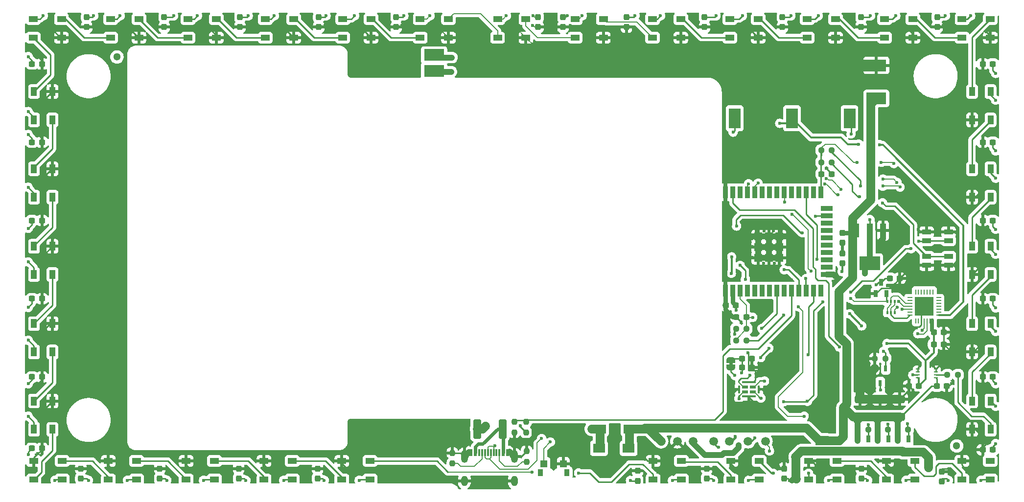
<source format=gbr>
%TF.GenerationSoftware,KiCad,Pcbnew,(6.0.6-0)*%
%TF.CreationDate,2022-09-08T22:47:46-07:00*%
%TF.ProjectId,GlowSignMainPCB,476c6f77-5369-4676-9e4d-61696e504342,rev?*%
%TF.SameCoordinates,Original*%
%TF.FileFunction,Copper,L1,Top*%
%TF.FilePolarity,Positive*%
%FSLAX46Y46*%
G04 Gerber Fmt 4.6, Leading zero omitted, Abs format (unit mm)*
G04 Created by KiCad (PCBNEW (6.0.6-0)) date 2022-09-08 22:47:46*
%MOMM*%
%LPD*%
G01*
G04 APERTURE LIST*
G04 Aperture macros list*
%AMRoundRect*
0 Rectangle with rounded corners*
0 $1 Rounding radius*
0 $2 $3 $4 $5 $6 $7 $8 $9 X,Y pos of 4 corners*
0 Add a 4 corners polygon primitive as box body*
4,1,4,$2,$3,$4,$5,$6,$7,$8,$9,$2,$3,0*
0 Add four circle primitives for the rounded corners*
1,1,$1+$1,$2,$3*
1,1,$1+$1,$4,$5*
1,1,$1+$1,$6,$7*
1,1,$1+$1,$8,$9*
0 Add four rect primitives between the rounded corners*
20,1,$1+$1,$2,$3,$4,$5,0*
20,1,$1+$1,$4,$5,$6,$7,0*
20,1,$1+$1,$6,$7,$8,$9,0*
20,1,$1+$1,$8,$9,$2,$3,0*%
%AMFreePoly0*
4,1,20,0.000000,0.744959,0.073905,0.744508,0.209726,0.703889,0.328688,0.626782,0.421226,0.519385,0.479903,0.390333,0.500000,0.250000,0.500000,-0.250000,0.499851,-0.262216,0.476331,-0.402017,0.414519,-0.529596,0.319384,-0.634700,0.198574,-0.708877,0.061801,-0.746166,0.000000,-0.745033,0.000000,-0.750000,-0.500000,-0.750000,-0.500000,0.750000,0.000000,0.750000,0.000000,0.744959,
0.000000,0.744959,$1*%
%AMFreePoly1*
4,1,22,0.500000,-0.750000,0.000000,-0.750000,0.000000,-0.745033,-0.079941,-0.743568,-0.215256,-0.701293,-0.333266,-0.622738,-0.424486,-0.514219,-0.481581,-0.384460,-0.499164,-0.250000,-0.500000,-0.250000,-0.500000,0.250000,-0.499164,0.250000,-0.499963,0.256109,-0.478152,0.396186,-0.417904,0.524511,-0.324060,0.630769,-0.204165,0.706417,-0.067858,0.745374,0.000000,0.744959,0.000000,0.750000,
0.500000,0.750000,0.500000,-0.750000,0.500000,-0.750000,$1*%
G04 Aperture macros list end*
%TA.AperFunction,SMDPad,CuDef*%
%ADD10R,1.500000X1.000000*%
%TD*%
%TA.AperFunction,SMDPad,CuDef*%
%ADD11R,1.000000X1.500000*%
%TD*%
%TA.AperFunction,SMDPad,CuDef*%
%ADD12R,0.700000X1.250013*%
%TD*%
%TA.AperFunction,SMDPad,CuDef*%
%ADD13FreePoly0,90.000000*%
%TD*%
%TA.AperFunction,SMDPad,CuDef*%
%ADD14FreePoly1,90.000000*%
%TD*%
%TA.AperFunction,SMDPad,CuDef*%
%ADD15RoundRect,0.237500X-0.237500X0.300000X-0.237500X-0.300000X0.237500X-0.300000X0.237500X0.300000X0*%
%TD*%
%TA.AperFunction,SMDPad,CuDef*%
%ADD16RoundRect,0.250000X0.650000X-0.412500X0.650000X0.412500X-0.650000X0.412500X-0.650000X-0.412500X0*%
%TD*%
%TA.AperFunction,SMDPad,CuDef*%
%ADD17R,0.900000X2.000000*%
%TD*%
%TA.AperFunction,SMDPad,CuDef*%
%ADD18R,2.000000X0.900000*%
%TD*%
%TA.AperFunction,SMDPad,CuDef*%
%ADD19R,1.330000X1.330000*%
%TD*%
%TA.AperFunction,SMDPad,CuDef*%
%ADD20RoundRect,0.237500X-0.300000X-0.237500X0.300000X-0.237500X0.300000X0.237500X-0.300000X0.237500X0*%
%TD*%
%TA.AperFunction,SMDPad,CuDef*%
%ADD21RoundRect,0.237500X-0.250000X-0.237500X0.250000X-0.237500X0.250000X0.237500X-0.250000X0.237500X0*%
%TD*%
%TA.AperFunction,SMDPad,CuDef*%
%ADD22R,2.000000X3.500000*%
%TD*%
%TA.AperFunction,SMDPad,CuDef*%
%ADD23RoundRect,0.250000X0.400000X1.450000X-0.400000X1.450000X-0.400000X-1.450000X0.400000X-1.450000X0*%
%TD*%
%TA.AperFunction,SMDPad,CuDef*%
%ADD24R,3.500000X2.000000*%
%TD*%
%TA.AperFunction,SMDPad,CuDef*%
%ADD25R,0.900000X1.200000*%
%TD*%
%TA.AperFunction,SMDPad,CuDef*%
%ADD26R,1.200000X1.300000*%
%TD*%
%TA.AperFunction,SMDPad,CuDef*%
%ADD27RoundRect,0.237500X-0.237500X0.250000X-0.237500X-0.250000X0.237500X-0.250000X0.237500X0.250000X0*%
%TD*%
%TA.AperFunction,SMDPad,CuDef*%
%ADD28RoundRect,0.237500X0.250000X0.237500X-0.250000X0.237500X-0.250000X-0.237500X0.250000X-0.237500X0*%
%TD*%
%TA.AperFunction,SMDPad,CuDef*%
%ADD29R,0.600000X1.070003*%
%TD*%
%TA.AperFunction,SMDPad,CuDef*%
%ADD30R,0.280010X0.900000*%
%TD*%
%TA.AperFunction,SMDPad,CuDef*%
%ADD31R,0.900000X0.280010*%
%TD*%
%TA.AperFunction,SMDPad,CuDef*%
%ADD32R,3.300000X3.300000*%
%TD*%
%TA.AperFunction,SMDPad,CuDef*%
%ADD33C,1.500000*%
%TD*%
%TA.AperFunction,SMDPad,CuDef*%
%ADD34O,0.750013X0.250013*%
%TD*%
%TA.AperFunction,SMDPad,CuDef*%
%ADD35FreePoly1,270.000000*%
%TD*%
%TA.AperFunction,SMDPad,CuDef*%
%ADD36FreePoly0,270.000000*%
%TD*%
%TA.AperFunction,SMDPad,CuDef*%
%ADD37RoundRect,0.237500X0.237500X-0.300000X0.237500X0.300000X-0.237500X0.300000X-0.237500X-0.300000X0*%
%TD*%
%TA.AperFunction,SMDPad,CuDef*%
%ADD38R,0.980010X2.470003*%
%TD*%
%TA.AperFunction,SMDPad,CuDef*%
%ADD39R,3.600000X2.470003*%
%TD*%
%TA.AperFunction,SMDPad,CuDef*%
%ADD40RoundRect,0.237500X0.237500X-0.250000X0.237500X0.250000X-0.237500X0.250000X-0.237500X-0.250000X0*%
%TD*%
%TA.AperFunction,SMDPad,CuDef*%
%ADD41R,1.500000X0.900000*%
%TD*%
%TA.AperFunction,SMDPad,CuDef*%
%ADD42RoundRect,0.237500X0.300000X0.237500X-0.300000X0.237500X-0.300000X-0.237500X0.300000X-0.237500X0*%
%TD*%
%TA.AperFunction,SMDPad,CuDef*%
%ADD43R,2.046380X1.620015*%
%TD*%
%TA.AperFunction,SMDPad,CuDef*%
%ADD44R,0.419990X0.600000*%
%TD*%
%TA.AperFunction,SMDPad,CuDef*%
%ADD45R,0.600000X1.300000*%
%TD*%
%TA.AperFunction,SMDPad,CuDef*%
%ADD46R,0.300000X1.300000*%
%TD*%
%TA.AperFunction,ComponentPad*%
%ADD47O,1.200000X1.800000*%
%TD*%
%TA.AperFunction,ComponentPad*%
%ADD48O,1.200000X2.200000*%
%TD*%
%TA.AperFunction,SMDPad,CuDef*%
%ADD49R,1.050013X0.550013*%
%TD*%
%TA.AperFunction,SMDPad,CuDef*%
%ADD50R,0.450013X1.400000*%
%TD*%
%TA.AperFunction,SMDPad,CuDef*%
%ADD51R,2.400000X0.450013*%
%TD*%
%TA.AperFunction,ViaPad*%
%ADD52C,0.600000*%
%TD*%
%TA.AperFunction,ViaPad*%
%ADD53C,1.300000*%
%TD*%
%TA.AperFunction,Conductor*%
%ADD54C,1.500000*%
%TD*%
%TA.AperFunction,Conductor*%
%ADD55C,0.400000*%
%TD*%
%TA.AperFunction,Conductor*%
%ADD56C,0.250000*%
%TD*%
%TA.AperFunction,Conductor*%
%ADD57C,0.200000*%
%TD*%
%TA.AperFunction,Conductor*%
%ADD58C,0.350000*%
%TD*%
%TA.AperFunction,Conductor*%
%ADD59C,1.000000*%
%TD*%
%TA.AperFunction,Conductor*%
%ADD60C,0.700000*%
%TD*%
%TA.AperFunction,Conductor*%
%ADD61C,2.000000*%
%TD*%
%TA.AperFunction,Conductor*%
%ADD62C,0.800000*%
%TD*%
%TA.AperFunction,Conductor*%
%ADD63C,0.150000*%
%TD*%
%TA.AperFunction,Conductor*%
%ADD64C,0.300000*%
%TD*%
%TA.AperFunction,Conductor*%
%ADD65C,0.127000*%
%TD*%
%TA.AperFunction,Conductor*%
%ADD66C,0.600000*%
%TD*%
G04 APERTURE END LIST*
%TO.C,JP3*%
G36*
X189326800Y-120849200D02*
G01*
X188726800Y-120849200D01*
X188726800Y-120349200D01*
X189326800Y-120349200D01*
X189326800Y-120849200D01*
G37*
%TD*%
D10*
%TO.P,D34,1,VDD*%
%TO.N,LED 5V*%
X220839200Y-140639600D03*
%TO.P,D34,2,DOUT*%
%TO.N,Net-(D34-Pad2)*%
X220839200Y-137439600D03*
%TO.P,D34,3,VSS*%
%TO.N,GND*%
X215939200Y-137439600D03*
%TO.P,D34,4,DIN*%
%TO.N,Net-(D33-Pad2)*%
X215939200Y-140639600D03*
%TD*%
%TO.P,D35,1,VDD*%
%TO.N,LED 5V*%
X233847500Y-140639600D03*
%TO.P,D35,2,DOUT*%
%TO.N,N/C*%
X233847500Y-137439600D03*
%TO.P,D35,3,VSS*%
%TO.N,GND*%
X228947500Y-137439600D03*
%TO.P,D35,4,DIN*%
%TO.N,Net-(D34-Pad2)*%
X228947500Y-140639600D03*
%TD*%
%TO.P,D33,1,VDD*%
%TO.N,LED 5V*%
X207377200Y-140639600D03*
%TO.P,D33,2,DOUT*%
%TO.N,Net-(D33-Pad2)*%
X207377200Y-137439600D03*
%TO.P,D33,3,VSS*%
%TO.N,GND*%
X202477200Y-137439600D03*
%TO.P,D33,4,DIN*%
%TO.N,Net-(D32-Pad2)*%
X202477200Y-140639600D03*
%TD*%
%TO.P,D32,1,VDD*%
%TO.N,LED 5V*%
X193915200Y-140639600D03*
%TO.P,D32,2,DOUT*%
%TO.N,Net-(D32-Pad2)*%
X193915200Y-137439600D03*
%TO.P,D32,3,VSS*%
%TO.N,GND*%
X189015200Y-137439600D03*
%TO.P,D32,4,DIN*%
%TO.N,Net-(D31-Pad2)*%
X189015200Y-140639600D03*
%TD*%
%TO.P,D31,1,VDD*%
%TO.N,LED 5V*%
X180453200Y-140639600D03*
%TO.P,D31,2,DOUT*%
%TO.N,Net-(D31-Pad2)*%
X180453200Y-137439600D03*
%TO.P,D31,3,VSS*%
%TO.N,GND*%
X175553200Y-137439600D03*
%TO.P,D31,4,DIN*%
%TO.N,Net-(D30-Pad2)*%
X175553200Y-140639600D03*
%TD*%
%TO.P,D30,1,VDD*%
%TO.N,LED 5V*%
X126605200Y-140639600D03*
%TO.P,D30,2,DOUT*%
%TO.N,Net-(D30-Pad2)*%
X126605200Y-137439600D03*
%TO.P,D30,3,VSS*%
%TO.N,GND*%
X121705200Y-137439600D03*
%TO.P,D30,4,DIN*%
%TO.N,Net-(D29-Pad2)*%
X121705200Y-140639600D03*
%TD*%
%TO.P,D29,1,VDD*%
%TO.N,LED 5V*%
X113143200Y-140639600D03*
%TO.P,D29,2,DOUT*%
%TO.N,Net-(D29-Pad2)*%
X113143200Y-137439600D03*
%TO.P,D29,3,VSS*%
%TO.N,GND*%
X108243200Y-137439600D03*
%TO.P,D29,4,DIN*%
%TO.N,Net-(D28-Pad2)*%
X108243200Y-140639600D03*
%TD*%
%TO.P,D28,1,VDD*%
%TO.N,LED 5V*%
X99681200Y-140639600D03*
%TO.P,D28,2,DOUT*%
%TO.N,Net-(D28-Pad2)*%
X99681200Y-137439600D03*
%TO.P,D28,3,VSS*%
%TO.N,GND*%
X94781200Y-137439600D03*
%TO.P,D28,4,DIN*%
%TO.N,Net-(D27-Pad2)*%
X94781200Y-140639600D03*
%TD*%
%TO.P,D27,1,VDD*%
%TO.N,LED 5V*%
X86219200Y-140639600D03*
%TO.P,D27,2,DOUT*%
%TO.N,Net-(D27-Pad2)*%
X86219200Y-137439600D03*
%TO.P,D27,3,VSS*%
%TO.N,GND*%
X81319200Y-137439600D03*
%TO.P,D27,4,DIN*%
%TO.N,Net-(D26-Pad2)*%
X81319200Y-140639600D03*
%TD*%
%TO.P,D26,1,VDD*%
%TO.N,LED 5V*%
X73316000Y-140639600D03*
%TO.P,D26,2,DOUT*%
%TO.N,Net-(D26-Pad2)*%
X73316000Y-137439600D03*
%TO.P,D26,3,VSS*%
%TO.N,GND*%
X68416000Y-137439600D03*
%TO.P,D26,4,DIN*%
%TO.N,Net-(D25-Pad2)*%
X68416000Y-140639600D03*
%TD*%
%TO.P,D17,1,VDD*%
%TO.N,LED 5V*%
X108482750Y-60961100D03*
%TO.P,D17,2,DOUT*%
%TO.N,Net-(D17-Pad2)*%
X108482750Y-64161100D03*
%TO.P,D17,3,VSS*%
%TO.N,GND*%
X113382750Y-64161100D03*
%TO.P,D17,4,DIN*%
%TO.N,Net-(D16-Pad2)*%
X113382750Y-60961100D03*
%TD*%
%TO.P,D11,1,VDD*%
%TO.N,LED 5V*%
X188819450Y-60961100D03*
%TO.P,D11,2,DOUT*%
%TO.N,Net-(D11-Pad2)*%
X188819450Y-64161100D03*
%TO.P,D11,3,VSS*%
%TO.N,GND*%
X193719450Y-64161100D03*
%TO.P,D11,4,DIN*%
%TO.N,Net-(D10-Pad2)*%
X193719450Y-60961100D03*
%TD*%
%TO.P,D14,1,VDD*%
%TO.N,LED 5V*%
X148651100Y-60961100D03*
%TO.P,D14,2,DOUT*%
%TO.N,Net-(D14-Pad2)*%
X148651100Y-64161100D03*
%TO.P,D14,3,VSS*%
%TO.N,GND*%
X153551100Y-64161100D03*
%TO.P,D14,4,DIN*%
%TO.N,Net-(D13-Pad2)*%
X153551100Y-60961100D03*
%TD*%
%TO.P,D8,1,VDD*%
%TO.N,LED 5V*%
X228987800Y-60961100D03*
%TO.P,D8,2,DOUT*%
%TO.N,Net-(D8-Pad2)*%
X228987800Y-64161100D03*
%TO.P,D8,3,VSS*%
%TO.N,GND*%
X233887800Y-64161100D03*
%TO.P,D8,4,DIN*%
%TO.N,Net-(D7-Pad2)*%
X233887800Y-60961100D03*
%TD*%
D11*
%TO.P,D3,1,VDD*%
%TO.N,LED 5V*%
X233910800Y-127056100D03*
%TO.P,D3,2,DOUT*%
%TO.N,Net-(D3-Pad2)*%
X230710800Y-127056100D03*
%TO.P,D3,3,VSS*%
%TO.N,GND*%
X230710800Y-131956100D03*
%TO.P,D3,4,DIN*%
%TO.N,LED1 DATA OUT*%
X233910800Y-131956100D03*
%TD*%
D10*
%TO.P,D18,1,VDD*%
%TO.N,LED 5V*%
X95093300Y-60961100D03*
%TO.P,D18,2,DOUT*%
%TO.N,Net-(D18-Pad2)*%
X95093300Y-64161100D03*
%TO.P,D18,3,VSS*%
%TO.N,GND*%
X99993300Y-64161100D03*
%TO.P,D18,4,DIN*%
%TO.N,Net-(D17-Pad2)*%
X99993300Y-60961100D03*
%TD*%
%TO.P,D20,1,VDD*%
%TO.N,LED 5V*%
X68314400Y-60961100D03*
%TO.P,D20,2,DOUT*%
%TO.N,Net-(D20-Pad2)*%
X68314400Y-64161100D03*
%TO.P,D20,3,VSS*%
%TO.N,GND*%
X73214400Y-64161100D03*
%TO.P,D20,4,DIN*%
%TO.N,Net-(D19-Pad2)*%
X73214400Y-60961100D03*
%TD*%
%TO.P,D12,1,VDD*%
%TO.N,LED 5V*%
X175430000Y-60961100D03*
%TO.P,D12,2,DOUT*%
%TO.N,Net-(D12-Pad2)*%
X175430000Y-64161100D03*
%TO.P,D12,3,VSS*%
%TO.N,GND*%
X180330000Y-64161100D03*
%TO.P,D12,4,DIN*%
%TO.N,Net-(D11-Pad2)*%
X180330000Y-60961100D03*
%TD*%
%TO.P,D10,1,VDD*%
%TO.N,LED 5V*%
X202208900Y-60961100D03*
%TO.P,D10,2,DOUT*%
%TO.N,Net-(D10-Pad2)*%
X202208900Y-64161100D03*
%TO.P,D10,3,VSS*%
%TO.N,GND*%
X207108900Y-64161100D03*
%TO.P,D10,4,DIN*%
%TO.N,Net-(D10-Pad4)*%
X207108900Y-60961100D03*
%TD*%
D11*
%TO.P,D5,1,VDD*%
%TO.N,LED 5V*%
X233910800Y-100278100D03*
%TO.P,D5,2,DOUT*%
%TO.N,Net-(D5-Pad2)*%
X230710800Y-100278100D03*
%TO.P,D5,3,VSS*%
%TO.N,GND*%
X230710800Y-105178100D03*
%TO.P,D5,4,DIN*%
%TO.N,Net-(D4-Pad2)*%
X233910800Y-105178100D03*
%TD*%
%TO.P,D24,1,VDD*%
%TO.N,LED 5V*%
X68464400Y-118567100D03*
%TO.P,D24,2,DOUT*%
%TO.N,Net-(D24-Pad2)*%
X71664400Y-118567100D03*
%TO.P,D24,3,VSS*%
%TO.N,GND*%
X71664400Y-113667100D03*
%TO.P,D24,4,DIN*%
%TO.N,Net-(D23-Pad2)*%
X68464400Y-113667100D03*
%TD*%
%TO.P,D23,1,VDD*%
%TO.N,LED 5V*%
X68464400Y-105178100D03*
%TO.P,D23,2,DOUT*%
%TO.N,Net-(D23-Pad2)*%
X71664400Y-105178100D03*
%TO.P,D23,3,VSS*%
%TO.N,GND*%
X71664400Y-100278100D03*
%TO.P,D23,4,DIN*%
%TO.N,Net-(D22-Pad2)*%
X68464400Y-100278100D03*
%TD*%
D10*
%TO.P,D15,1,VDD*%
%TO.N,LED 5V*%
X135261650Y-60961100D03*
%TO.P,D15,2,DOUT*%
%TO.N,Net-(D15-Pad2)*%
X135261650Y-64161100D03*
%TO.P,D15,3,VSS*%
%TO.N,GND*%
X140161650Y-64161100D03*
%TO.P,D15,4,DIN*%
%TO.N,Net-(D14-Pad2)*%
X140161650Y-60961100D03*
%TD*%
D11*
%TO.P,D4,1,VDD*%
%TO.N,LED 5V*%
X233910800Y-113667100D03*
%TO.P,D4,2,DOUT*%
%TO.N,Net-(D4-Pad2)*%
X230710800Y-113667100D03*
%TO.P,D4,3,VSS*%
%TO.N,GND*%
X230710800Y-118567100D03*
%TO.P,D4,4,DIN*%
%TO.N,Net-(D3-Pad2)*%
X233910800Y-118567100D03*
%TD*%
D10*
%TO.P,D19,1,VDD*%
%TO.N,LED 5V*%
X81703850Y-60961100D03*
%TO.P,D19,2,DOUT*%
%TO.N,Net-(D19-Pad2)*%
X81703850Y-64161100D03*
%TO.P,D19,3,VSS*%
%TO.N,GND*%
X86603850Y-64161100D03*
%TO.P,D19,4,DIN*%
%TO.N,Net-(D18-Pad2)*%
X86603850Y-60961100D03*
%TD*%
%TO.P,D16,1,VDD*%
%TO.N,LED 5V*%
X121872200Y-60961100D03*
%TO.P,D16,2,DOUT*%
%TO.N,Net-(D16-Pad2)*%
X121872200Y-64161100D03*
%TO.P,D16,3,VSS*%
%TO.N,GND*%
X126772200Y-64161100D03*
%TO.P,D16,4,DIN*%
%TO.N,Net-(D15-Pad2)*%
X126772200Y-60961100D03*
%TD*%
%TO.P,D9,1,VDD*%
%TO.N,LED 5V*%
X215598350Y-60961100D03*
%TO.P,D9,2,DOUT*%
%TO.N,Net-(D10-Pad4)*%
X215598350Y-64161100D03*
%TO.P,D9,3,VSS*%
%TO.N,GND*%
X220498350Y-64161100D03*
%TO.P,D9,4,DIN*%
%TO.N,Net-(D8-Pad2)*%
X220498350Y-60961100D03*
%TD*%
D11*
%TO.P,D7,1,VDD*%
%TO.N,LED 5V*%
X233910800Y-73500100D03*
%TO.P,D7,2,DOUT*%
%TO.N,Net-(D7-Pad2)*%
X230710800Y-73500100D03*
%TO.P,D7,3,VSS*%
%TO.N,GND*%
X230710800Y-78400100D03*
%TO.P,D7,4,DIN*%
%TO.N,Net-(D6-Pad2)*%
X233910800Y-78400100D03*
%TD*%
%TO.P,D25,1,VDD*%
%TO.N,LED 5V*%
X68464400Y-131956100D03*
%TO.P,D25,2,DOUT*%
%TO.N,Net-(D25-Pad2)*%
X71664400Y-131956100D03*
%TO.P,D25,3,VSS*%
%TO.N,GND*%
X71664400Y-127056100D03*
%TO.P,D25,4,DIN*%
%TO.N,Net-(D24-Pad2)*%
X68464400Y-127056100D03*
%TD*%
%TO.P,D22,1,VDD*%
%TO.N,LED 5V*%
X68464400Y-91789100D03*
%TO.P,D22,2,DOUT*%
%TO.N,Net-(D22-Pad2)*%
X71664400Y-91789100D03*
%TO.P,D22,3,VSS*%
%TO.N,GND*%
X71664400Y-86889100D03*
%TO.P,D22,4,DIN*%
%TO.N,Net-(D21-Pad2)*%
X68464400Y-86889100D03*
%TD*%
%TO.P,D6,1,VDD*%
%TO.N,LED 5V*%
X233910800Y-86889100D03*
%TO.P,D6,2,DOUT*%
%TO.N,Net-(D6-Pad2)*%
X230710800Y-86889100D03*
%TO.P,D6,3,VSS*%
%TO.N,GND*%
X230710800Y-91789100D03*
%TO.P,D6,4,DIN*%
%TO.N,Net-(D5-Pad2)*%
X233910800Y-91789100D03*
%TD*%
D10*
%TO.P,D13,1,VDD*%
%TO.N,LED 5V*%
X162040550Y-60961100D03*
%TO.P,D13,2,DOUT*%
%TO.N,Net-(D13-Pad2)*%
X162040550Y-64161100D03*
%TO.P,D13,3,VSS*%
%TO.N,GND*%
X166940550Y-64161100D03*
%TO.P,D13,4,DIN*%
%TO.N,Net-(D12-Pad2)*%
X166940550Y-60961100D03*
%TD*%
D11*
%TO.P,D21,1,VDD*%
%TO.N,LED 5V*%
X68464400Y-78400100D03*
%TO.P,D21,2,DOUT*%
%TO.N,Net-(D21-Pad2)*%
X71664400Y-78400100D03*
%TO.P,D21,3,VSS*%
%TO.N,GND*%
X71664400Y-73500100D03*
%TO.P,D21,4,DIN*%
%TO.N,Net-(D20-Pad2)*%
X68464400Y-73500100D03*
%TD*%
D12*
%TO.P,U19,1,GND*%
%TO.N,GND*%
X214035638Y-108492800D03*
%TO.P,U19,2,RESET#*%
%TO.N,EN*%
X215935562Y-108492800D03*
%TO.P,U19,3,VDD*%
%TO.N,+3V3*%
X214985600Y-106492800D03*
%TD*%
D13*
%TO.P,JP3,2,B*%
%TO.N,Net-(C10-Pad2)*%
X189026800Y-119949200D03*
D14*
%TO.P,JP3,1,A*%
%TO.N,+3V3*%
X189026800Y-121249200D03*
%TD*%
D15*
%TO.P,C30,1*%
%TO.N,LED 5V*%
X155651200Y-60605500D03*
%TO.P,C30,2*%
%TO.N,GND*%
X155651200Y-62330500D03*
%TD*%
%TO.P,C24,1*%
%TO.N,LED 5V*%
X224688400Y-60605500D03*
%TO.P,C24,2*%
%TO.N,GND*%
X224688400Y-62330500D03*
%TD*%
D16*
%TO.P,C56,1*%
%TO.N,+5V*%
X211328000Y-129832500D03*
%TO.P,C56,2*%
%TO.N,GND*%
X211328000Y-126707500D03*
%TD*%
D17*
%TO.P,U4,1,GND*%
%TO.N,GND*%
X188065900Y-107922500D03*
%TO.P,U4,2,3V3*%
%TO.N,+3V3*%
X189335900Y-107922500D03*
%TO.P,U4,3,EN*%
%TO.N,EN*%
X190605900Y-107922500D03*
%TO.P,U4,4,SENSOR_VP*%
%TO.N,unconnected-(U4-Pad4)*%
X191875900Y-107922500D03*
%TO.P,U4,5,SENSOR_VN*%
%TO.N,unconnected-(U4-Pad5)*%
X193145900Y-107922500D03*
%TO.P,U4,6,I34*%
%TO.N,unconnected-(U4-Pad6)*%
X194415900Y-107922500D03*
%TO.P,U4,7,I35*%
%TO.N,unconnected-(U4-Pad7)*%
X195685900Y-107922500D03*
%TO.P,U4,8,IO32*%
%TO.N,IO32{slash}SD*%
X196955900Y-107922500D03*
%TO.P,U4,9,IO33*%
%TO.N,unconnected-(U4-Pad9)*%
X198225900Y-107922500D03*
%TO.P,U4,10,IO25*%
%TO.N,IO25{slash}VBUS*%
X199495900Y-107922500D03*
%TO.P,U4,11,IO26*%
%TO.N,IO26{slash}BATT VOLT*%
X200765900Y-107922500D03*
%TO.P,U4,12,IO27*%
%TO.N,IO27{slash}BATT CHARGING*%
X202035900Y-107922500D03*
%TO.P,U4,13,IO14*%
%TO.N,IO14{slash}SCK*%
X203305900Y-107922500D03*
%TO.P,U4,14,IO12*%
%TO.N,unconnected-(U4-Pad14)*%
X204575900Y-107922500D03*
D18*
%TO.P,U4,15,GND*%
%TO.N,GND*%
X205575900Y-105137500D03*
%TO.P,U4,16,IO13*%
%TO.N,unconnected-(U4-Pad16)*%
X205575900Y-103867500D03*
%TO.P,U4,17,NC*%
%TO.N,unconnected-(U4-Pad17)*%
X205575900Y-102597500D03*
%TO.P,U4,18,NC*%
%TO.N,unconnected-(U4-Pad18)*%
X205575900Y-101327500D03*
%TO.P,U4,19,NC*%
%TO.N,unconnected-(U4-Pad19)*%
X205575900Y-100057500D03*
%TO.P,U4,20,NC*%
%TO.N,unconnected-(U4-Pad20)*%
X205575900Y-98787500D03*
%TO.P,U4,21,NC*%
%TO.N,unconnected-(U4-Pad21)*%
X205575900Y-97517500D03*
%TO.P,U4,22,NC*%
%TO.N,unconnected-(U4-Pad22)*%
X205575900Y-96247500D03*
%TO.P,U4,23,IO15*%
%TO.N,IO15{slash}WS*%
X205575900Y-94977500D03*
%TO.P,U4,24,IO2*%
%TO.N,unconnected-(U4-Pad24)*%
X205575900Y-93707500D03*
D17*
%TO.P,U4,25,IO0*%
%TO.N,IO0*%
X204575900Y-90922500D03*
%TO.P,U4,26,IO4*%
%TO.N,unconnected-(U4-Pad26)*%
X203305900Y-90922500D03*
%TO.P,U4,27,IO16*%
%TO.N,IO16{slash}LED1*%
X202035900Y-90922500D03*
%TO.P,U4,28,IO17*%
%TO.N,unconnected-(U4-Pad28)*%
X200765900Y-90922500D03*
%TO.P,U4,29,IO5*%
%TO.N,unconnected-(U4-Pad29)*%
X199495900Y-90922500D03*
%TO.P,U4,30,IO18*%
%TO.N,IO18{slash}MAINBUTTON*%
X198225900Y-90922500D03*
%TO.P,U4,31,IO19*%
%TO.N,IO19*%
X196955900Y-90922500D03*
%TO.P,U4,32,NC1*%
%TO.N,unconnected-(U4-Pad32)*%
X195685900Y-90922500D03*
%TO.P,U4,33,IO21*%
%TO.N,unconnected-(U4-Pad33)*%
X194415900Y-90922500D03*
%TO.P,U4,34,RXD0*%
%TO.N,RXD0*%
X193145900Y-90922500D03*
%TO.P,U4,35,TXD0*%
%TO.N,TXD0*%
X191875900Y-90922500D03*
%TO.P,U4,36,IO22*%
%TO.N,unconnected-(U4-Pad36)*%
X190605900Y-90922500D03*
%TO.P,U4,37,IO23*%
%TO.N,IO23{slash}LEDPOWER*%
X189335900Y-90922500D03*
%TO.P,U4,38,GND*%
%TO.N,GND*%
X188065900Y-90922500D03*
D19*
%TO.P,U4,39,GND*%
X193730900Y-102257500D03*
X195565900Y-100422500D03*
X193730900Y-98587500D03*
X197400900Y-102257500D03*
X197400900Y-98587500D03*
X197400900Y-100422500D03*
X195565900Y-102257500D03*
X193730900Y-100422500D03*
X195565900Y-98587500D03*
%TD*%
D20*
%TO.P,C54,1*%
%TO.N,+5V*%
X224622720Y-124496537D03*
%TO.P,C54,2*%
%TO.N,GND*%
X226347720Y-124496537D03*
%TD*%
D15*
%TO.P,C25,1*%
%TO.N,LED 5V*%
X211531200Y-60605500D03*
%TO.P,C25,2*%
%TO.N,GND*%
X211531200Y-62330500D03*
%TD*%
D21*
%TO.P,R19,1*%
%TO.N,GND*%
X213920700Y-119684800D03*
%TO.P,R19,2*%
%TO.N,IO23{slash}LEDPOWER*%
X215745700Y-119684800D03*
%TD*%
D22*
%TO.P,P4,1*%
%TO.N,VBUS*%
X199567800Y-78130400D03*
%TD*%
D23*
%TO.P,F1,1*%
%TO.N,Net-(F1-Pad1)*%
X149545000Y-131876800D03*
%TO.P,F1,2*%
%TO.N,VBUS*%
X145095000Y-131876800D03*
%TD*%
D20*
%TO.P,C57,1*%
%TO.N,+3V3*%
X216510700Y-105816400D03*
%TO.P,C57,2*%
%TO.N,GND*%
X218235700Y-105816400D03*
%TD*%
D24*
%TO.P,P2,1*%
%TO.N,-BATT*%
X137668000Y-69926200D03*
%TD*%
D25*
%TO.P,SW3,1,1*%
%TO.N,unconnected-(SW3-Pad1)*%
X160643575Y-139475768D03*
%TO.P,SW3,2,2*%
%TO.N,unconnected-(SW3-Pad2)*%
X156043625Y-139475768D03*
D26*
%TO.P,SW3,3,3*%
%TO.N,GND*%
X160018479Y-137925857D03*
%TO.P,SW3,4,4*%
%TO.N,IO18{slash}MAINBUTTON*%
X156668467Y-137925857D03*
%TD*%
D27*
%TO.P,R2,1*%
%TO.N,GND*%
X140817600Y-136044300D03*
%TO.P,R2,2*%
%TO.N,USB-C CC1*%
X140817600Y-137869300D03*
%TD*%
D28*
%TO.P,R20,1*%
%TO.N,Net-(R18-Pad1)*%
X216202900Y-131978400D03*
%TO.P,R20,2*%
%TO.N,+5V*%
X214377900Y-131978400D03*
%TD*%
D20*
%TO.P,C41,1*%
%TO.N,LED 5V*%
X68122800Y-135229600D03*
%TO.P,C41,2*%
%TO.N,GND*%
X69847800Y-135229600D03*
%TD*%
D24*
%TO.P,P6,1*%
%TO.N,+5V*%
X214172800Y-74701400D03*
%TD*%
D15*
%TO.P,C7,1*%
%TO.N,GND*%
X208280000Y-101499500D03*
%TO.P,C7,2*%
%TO.N,+3V3*%
X208280000Y-103224500D03*
%TD*%
D28*
%TO.P,R18,1*%
%TO.N,Net-(R18-Pad1)*%
X219657300Y-131978400D03*
%TO.P,R18,2*%
%TO.N,+5V*%
X217832300Y-131978400D03*
%TD*%
D20*
%TO.P,C37,1*%
%TO.N,LED 5V*%
X68122800Y-82270600D03*
%TO.P,C37,2*%
%TO.N,GND*%
X69847800Y-82270600D03*
%TD*%
D29*
%TO.P,U12,1,G*%
%TO.N,IO23{slash}LEDPOWER*%
X215783162Y-121446923D03*
%TO.P,U12,2,S*%
%TO.N,GND*%
X213883238Y-121446923D03*
%TO.P,U12,3,D*%
%TO.N,Net-(R18-Pad1)*%
X214833200Y-123917077D03*
%TD*%
D30*
%TO.P,U7,1,DCD*%
%TO.N,unconnected-(U7-Pad1)*%
X220951930Y-113170479D03*
%TO.P,U7,2,RI*%
%TO.N,unconnected-(U7-Pad2)*%
X221452311Y-113170479D03*
%TO.P,U7,3,GND*%
%TO.N,GND*%
X221952692Y-113170479D03*
%TO.P,U7,4,D+*%
%TO.N,USB-C DATA+*%
X222453073Y-113170479D03*
%TO.P,U7,5,D-*%
%TO.N,USB-C DATA-*%
X222953454Y-113170479D03*
%TO.P,U7,6,VDD*%
%TO.N,+3V3*%
X223453835Y-113170479D03*
%TO.P,U7,7,REGIN*%
X223954216Y-113170479D03*
D31*
%TO.P,U7,8,VBUS*%
%TO.N,VBUS*%
X224953200Y-112171749D03*
%TO.P,U7,9,~{RST}*%
%TO.N,unconnected-(U7-Pad9)*%
X224953200Y-111671368D03*
%TO.P,U7,10,NC*%
%TO.N,unconnected-(U7-Pad10)*%
X224953200Y-111170987D03*
%TO.P,U7,11,~{SUSPEND}*%
%TO.N,unconnected-(U7-Pad11)*%
X224953200Y-110670606D03*
%TO.P,U7,12,SUSPEND*%
%TO.N,unconnected-(U7-Pad12)*%
X224953200Y-110170225D03*
%TO.P,U7,13,NC*%
%TO.N,unconnected-(U7-Pad13)*%
X224953200Y-109669844D03*
%TO.P,U7,14,NC*%
%TO.N,unconnected-(U7-Pad14)*%
X224953200Y-109169463D03*
D30*
%TO.P,U7,15,NC*%
%TO.N,unconnected-(U7-Pad15)*%
X223954216Y-108170479D03*
%TO.P,U7,16,NC*%
%TO.N,unconnected-(U7-Pad16)*%
X223453835Y-108170479D03*
%TO.P,U7,17,NC*%
%TO.N,unconnected-(U7-Pad17)*%
X222953454Y-108170479D03*
%TO.P,U7,18,NC*%
%TO.N,unconnected-(U7-Pad18)*%
X222453073Y-108170479D03*
%TO.P,U7,19,NC*%
%TO.N,unconnected-(U7-Pad19)*%
X221952692Y-108170479D03*
%TO.P,U7,20,NC*%
%TO.N,unconnected-(U7-Pad20)*%
X221452311Y-108170479D03*
%TO.P,U7,21,NC*%
%TO.N,unconnected-(U7-Pad21)*%
X220951930Y-108170479D03*
D31*
%TO.P,U7,22,NC*%
%TO.N,unconnected-(U7-Pad22)*%
X219953200Y-109169463D03*
%TO.P,U7,23,CTS*%
%TO.N,unconnected-(U7-Pad23)*%
X219953200Y-109669844D03*
%TO.P,U7,24,RTS*%
%TO.N,RTS*%
X219953200Y-110170225D03*
%TO.P,U7,25,RXD*%
%TO.N,TXD0*%
X219953200Y-110670606D03*
%TO.P,U7,26,TXD*%
%TO.N,RXD0*%
X219953200Y-111170987D03*
%TO.P,U7,27,DSR*%
%TO.N,unconnected-(U7-Pad27)*%
X219953200Y-111671368D03*
%TO.P,U7,28,DTR*%
%TO.N,DTR*%
X219953200Y-112171749D03*
D32*
%TO.P,U7,29,GND_PAD*%
%TO.N,GND*%
X222453073Y-110670606D03*
%TD*%
D33*
%TO.P,TP1,1,1*%
%TO.N,IO16{slash}LED1*%
X191973200Y-134010400D03*
%TD*%
D15*
%TO.P,C31,1*%
%TO.N,LED 5V*%
X131114800Y-60605500D03*
%TO.P,C31,2*%
%TO.N,GND*%
X131114800Y-62330500D03*
%TD*%
D20*
%TO.P,C39,1*%
%TO.N,LED 5V*%
X68122800Y-109347000D03*
%TO.P,C39,2*%
%TO.N,GND*%
X69847800Y-109347000D03*
%TD*%
D33*
%TO.P,TP4,1,1*%
%TO.N,+BATT*%
X186029600Y-134010400D03*
%TD*%
D34*
%TO.P,U3,1,VCCA*%
%TO.N,+5V*%
X224434400Y-123021600D03*
%TO.P,U3,2,A1*%
%TO.N,Net-(R1-Pad1)*%
X224434400Y-122521473D03*
%TO.P,U3,3,A2*%
%TO.N,GND*%
X224434400Y-122021600D03*
%TO.P,U3,4,GND*%
X224434400Y-121521473D03*
%TO.P,U3,5,DIR*%
X221334578Y-121521473D03*
%TO.P,U3,6,B2*%
X221334578Y-122021600D03*
%TO.P,U3,7,B1*%
%TO.N,IO16{slash}LED1*%
X221334578Y-122521473D03*
%TO.P,U3,8,VCCB*%
%TO.N,+3V3*%
X221334578Y-123021600D03*
%TD*%
D20*
%TO.P,C36,1*%
%TO.N,LED 5V*%
X68122800Y-68732400D03*
%TO.P,C36,2*%
%TO.N,GND*%
X69847800Y-68732400D03*
%TD*%
D15*
%TO.P,C26,1*%
%TO.N,LED 5V*%
X197916800Y-60605500D03*
%TO.P,C26,2*%
%TO.N,GND*%
X197916800Y-62330500D03*
%TD*%
D35*
%TO.P,JP2,1,A*%
%TO.N,+5V*%
X206400400Y-134173200D03*
D36*
%TO.P,JP2,2,B*%
%TO.N,LED 5V*%
X206400400Y-135473200D03*
%TD*%
D37*
%TO.P,C46,1*%
%TO.N,LED 5V*%
X172872400Y-140867300D03*
%TO.P,C46,2*%
%TO.N,GND*%
X172872400Y-139142300D03*
%TD*%
D12*
%TO.P,U16,3,D*%
%TO.N,LED 5V*%
X211836000Y-135620000D03*
%TO.P,U16,2,S*%
%TO.N,+5V*%
X210886038Y-133620000D03*
%TO.P,U16,1,G*%
%TO.N,Net-(R18-Pad1)*%
X212785962Y-133620000D03*
%TD*%
D38*
%TO.P,U18,1,GND*%
%TO.N,GND*%
X215304375Y-97564850D03*
%TO.P,U18,2,Vout*%
%TO.N,+3V3*%
X213004400Y-97564850D03*
%TO.P,U18,3,Vin*%
%TO.N,+5V*%
X210704425Y-97564850D03*
D39*
%TO.P,U18,4,Vout*%
%TO.N,+3V3*%
X213004400Y-103234650D03*
%TD*%
D40*
%TO.P,R11,1*%
%TO.N,GND*%
X151545405Y-132484500D03*
%TO.P,R11,2*%
%TO.N,IO25{slash}VBUS*%
X151545405Y-130659500D03*
%TD*%
D37*
%TO.P,C44,1*%
%TO.N,LED 5V*%
X103861150Y-140460900D03*
%TO.P,C44,2*%
%TO.N,GND*%
X103861150Y-138735900D03*
%TD*%
D16*
%TO.P,C3,1*%
%TO.N,+5V*%
X218236800Y-129832500D03*
%TO.P,C3,2*%
%TO.N,GND*%
X218236800Y-126707500D03*
%TD*%
D20*
%TO.P,C38,1*%
%TO.N,LED 5V*%
X68122800Y-95808800D03*
%TO.P,C38,2*%
%TO.N,GND*%
X69847800Y-95808800D03*
%TD*%
%TO.P,C40,1*%
%TO.N,LED 5V*%
X68122800Y-122885200D03*
%TO.P,C40,2*%
%TO.N,GND*%
X69847800Y-122885200D03*
%TD*%
D41*
%TO.P,SW1,1,1*%
%TO.N,GND*%
X222839276Y-97801936D03*
X226639124Y-97801936D03*
%TO.P,SW1,2,2*%
%TO.N,Net-(R4-Pad1)*%
X226639124Y-99302064D03*
X222839276Y-99302064D03*
%TD*%
D42*
%TO.P,C19,1*%
%TO.N,LED 5V*%
X234288500Y-122885200D03*
%TO.P,C19,2*%
%TO.N,GND*%
X232563500Y-122885200D03*
%TD*%
D15*
%TO.P,C32,1*%
%TO.N,LED 5V*%
X117703600Y-60605500D03*
%TO.P,C32,2*%
%TO.N,GND*%
X117703600Y-62330500D03*
%TD*%
%TO.P,C34,1*%
%TO.N,LED 5V*%
X90982800Y-60605500D03*
%TO.P,C34,2*%
%TO.N,GND*%
X90982800Y-62330500D03*
%TD*%
D43*
%TO.P,U17,1,K*%
%TO.N,+5V*%
X171475431Y-131876825D03*
%TO.P,U17,2,A*%
%TO.N,VBUS*%
X166344620Y-131876825D03*
%TD*%
D37*
%TO.P,C47,1*%
%TO.N,LED 5V*%
X184823100Y-140460900D03*
%TO.P,C47,2*%
%TO.N,GND*%
X184823100Y-138735900D03*
%TD*%
D42*
%TO.P,C53,1*%
%TO.N,GND*%
X192632500Y-119735600D03*
%TO.P,C53,2*%
%TO.N,Net-(C10-Pad2)*%
X190907500Y-119735600D03*
%TD*%
D44*
%TO.P,U8,1,E*%
%TO.N,RTS*%
X216043010Y-111749633D03*
%TO.P,U8,2,B*%
%TO.N,DTR*%
X216692997Y-111749633D03*
%TO.P,U8,3,C*%
%TO.N,IO0*%
X217342984Y-111749633D03*
%TO.P,U8,4,E*%
%TO.N,DTR*%
X217342984Y-109849709D03*
%TO.P,U8,5,B*%
%TO.N,RTS*%
X216692997Y-109849709D03*
%TO.P,U8,6,C*%
%TO.N,EN*%
X216043010Y-109849709D03*
%TD*%
D45*
%TO.P,USB1,A1B12,GND*%
%TO.N,GND*%
X144018502Y-135954884D03*
%TO.P,USB1,A4B9,VBUS*%
%TO.N,Net-(F1-Pad1)*%
X144818349Y-135954884D03*
D46*
%TO.P,USB1,A5,CC1*%
%TO.N,USB-C CC1*%
X145968464Y-135954884D03*
%TO.P,USB1,A6,DP1*%
%TO.N,USB-C DATA+*%
X146968464Y-135954884D03*
%TO.P,USB1,A7,DN1*%
%TO.N,USB-C DATA-*%
X147468336Y-135954884D03*
%TO.P,USB1,A8,SBU1*%
%TO.N,unconnected-(USB1-PadA8)*%
X148468336Y-135954884D03*
D45*
%TO.P,USB1,B1A12,GND*%
%TO.N,GND*%
X150418298Y-135954884D03*
%TO.P,USB1,B4A9,VBUS*%
%TO.N,Net-(F1-Pad1)*%
X149618451Y-135954884D03*
D46*
%TO.P,USB1,B5,CC2*%
%TO.N,USB-C CC2*%
X148968464Y-135954884D03*
%TO.P,USB1,B6,DP2*%
%TO.N,USB-C DATA+*%
X147968464Y-135954884D03*
%TO.P,USB1,B7,DN2*%
%TO.N,USB-C DATA-*%
X146468336Y-135954884D03*
%TO.P,USB1,B8,SBU2*%
%TO.N,unconnected-(USB1-PadB8)*%
X145468336Y-135954884D03*
D47*
%TO.P,USB1,SHELL,SHELL*%
%TO.N,GND*%
X151538441Y-140877414D03*
D48*
X142898359Y-136697328D03*
D47*
X142898359Y-140877414D03*
D48*
X151538441Y-136697328D03*
%TD*%
D33*
%TO.P,TP7,1,1*%
%TO.N,GND*%
X179730400Y-134010400D03*
%TD*%
%TO.P,TP8,1,1*%
%TO.N,+5V*%
X176936400Y-134010400D03*
%TD*%
%TO.P,TP2,1,1*%
%TO.N,IO18{slash}MAINBUTTON*%
X194970400Y-134010400D03*
%TD*%
D37*
%TO.P,C42,1*%
%TO.N,LED 5V*%
X76555600Y-140460900D03*
%TO.P,C42,2*%
%TO.N,GND*%
X76555600Y-138735900D03*
%TD*%
D21*
%TO.P,R1,1*%
%TO.N,Net-(R1-Pad1)*%
X226452320Y-122515337D03*
%TO.P,R1,2*%
%TO.N,LED1 DATA OUT*%
X228277320Y-122515337D03*
%TD*%
D42*
%TO.P,C22,1*%
%TO.N,LED 5V*%
X234288500Y-82270600D03*
%TO.P,C22,2*%
%TO.N,GND*%
X232563500Y-82270600D03*
%TD*%
D27*
%TO.P,R3,1*%
%TO.N,GND*%
X153670000Y-135739500D03*
%TO.P,R3,2*%
%TO.N,USB-C CC2*%
X153670000Y-137564500D03*
%TD*%
D42*
%TO.P,C20,1*%
%TO.N,LED 5V*%
X234288500Y-109347000D03*
%TO.P,C20,2*%
%TO.N,GND*%
X232563500Y-109347000D03*
%TD*%
D15*
%TO.P,C29,1*%
%TO.N,LED 5V*%
X159969200Y-60605500D03*
%TO.P,C29,2*%
%TO.N,GND*%
X159969200Y-62330500D03*
%TD*%
D12*
%TO.P,U14,3,D*%
%TO.N,LED 5V*%
X215315800Y-135620000D03*
%TO.P,U14,2,S*%
%TO.N,+5V*%
X214365838Y-133620000D03*
%TO.P,U14,1,G*%
%TO.N,Net-(R18-Pad1)*%
X216265762Y-133620000D03*
%TD*%
D43*
%TO.P,U2,1,K*%
%TO.N,+5V*%
X171323031Y-135229625D03*
%TO.P,U2,2,A*%
%TO.N,VBUS*%
X166192220Y-135229625D03*
%TD*%
D15*
%TO.P,C28,1*%
%TO.N,LED 5V*%
X170942000Y-60605500D03*
%TO.P,C28,2*%
%TO.N,GND*%
X170942000Y-62330500D03*
%TD*%
D24*
%TO.P,P7,1*%
%TO.N,GND*%
X214172800Y-68978400D03*
%TD*%
D28*
%TO.P,R6,1*%
%TO.N,EN*%
X191729550Y-114554000D03*
%TO.P,R6,2*%
%TO.N,+3V3*%
X189904550Y-114554000D03*
%TD*%
D15*
%TO.P,C27,1*%
%TO.N,LED 5V*%
X184454800Y-60605500D03*
%TO.P,C27,2*%
%TO.N,GND*%
X184454800Y-62330500D03*
%TD*%
D37*
%TO.P,C45,1*%
%TO.N,LED 5V*%
X117513925Y-140460900D03*
%TO.P,C45,2*%
%TO.N,GND*%
X117513925Y-138735900D03*
%TD*%
D42*
%TO.P,C4,1*%
%TO.N,GND*%
X225835497Y-117250530D03*
%TO.P,C4,2*%
%TO.N,+3V3*%
X224110497Y-117250530D03*
%TD*%
D33*
%TO.P,TP6,1,1*%
%TO.N,+3V3*%
X182473600Y-134010400D03*
%TD*%
D27*
%TO.P,R10,1*%
%TO.N,IO25{slash}VBUS*%
X153568400Y-130659500D03*
%TO.P,R10,2*%
%TO.N,VBUS*%
X153568400Y-132484500D03*
%TD*%
D28*
%TO.P,R21,1*%
%TO.N,Net-(R18-Pad1)*%
X212748500Y-131978400D03*
%TO.P,R21,2*%
%TO.N,+5V*%
X210923500Y-131978400D03*
%TD*%
D37*
%TO.P,C50,2*%
%TO.N,GND*%
X225501200Y-139243900D03*
%TO.P,C50,1*%
%TO.N,LED 5V*%
X225501200Y-140968900D03*
%TD*%
D42*
%TO.P,C2,1*%
%TO.N,+3V3*%
X221523620Y-124445737D03*
%TO.P,C2,2*%
%TO.N,GND*%
X219798620Y-124445737D03*
%TD*%
D22*
%TO.P,P3,1*%
%TO.N,IO26{slash}BATT VOLT*%
X189661800Y-78130400D03*
%TD*%
D15*
%TO.P,C33,1*%
%TO.N,LED 5V*%
X104089200Y-60605500D03*
%TO.P,C33,2*%
%TO.N,GND*%
X104089200Y-62330500D03*
%TD*%
D49*
%TO.P,U20,1,VDD*%
%TO.N,Net-(C10-Pad2)*%
X191450517Y-125453255D03*
%TO.P,U20,2,L/R*%
%TO.N,IO15{slash}WS*%
X192800784Y-125453255D03*
%TO.P,U20,3,CLK*%
%TO.N,IO14{slash}SCK*%
X192800784Y-124603369D03*
%TO.P,U20,4,DATA*%
%TO.N,IO32{slash}SD*%
X191450517Y-124603369D03*
D50*
%TO.P,U20,5,GND*%
%TO.N,GND*%
X190400733Y-125028312D03*
D51*
%TO.P,U20,6,GND*%
X192125651Y-126253357D03*
D50*
%TO.P,U20,7,GND*%
X193850568Y-125028312D03*
D51*
%TO.P,U20,8,GND*%
X192125651Y-123803268D03*
%TD*%
D12*
%TO.P,U13,3,D*%
%TO.N,LED 5V*%
X218795600Y-135620000D03*
%TO.P,U13,2,S*%
%TO.N,+5V*%
X217845638Y-133620000D03*
%TO.P,U13,1,G*%
%TO.N,Net-(R18-Pad1)*%
X219745562Y-133620000D03*
%TD*%
D42*
%TO.P,C8,1*%
%TO.N,EN*%
X191679550Y-112534000D03*
%TO.P,C8,2*%
%TO.N,GND*%
X189954550Y-112534000D03*
%TD*%
D24*
%TO.P,P1,1*%
%TO.N,+BATT*%
X137668000Y-67183000D03*
%TD*%
D15*
%TO.P,C35,1*%
%TO.N,LED 5V*%
X77571600Y-60605500D03*
%TO.P,C35,2*%
%TO.N,GND*%
X77571600Y-62330500D03*
%TD*%
D35*
%TO.P,JP1,1,A*%
%TO.N,+5V*%
X204368400Y-134162800D03*
D36*
%TO.P,JP1,2,B*%
%TO.N,LED 5V*%
X204368400Y-135462800D03*
%TD*%
D20*
%TO.P,C6,1*%
%TO.N,+3V3*%
X224110497Y-115150530D03*
%TO.P,C6,2*%
%TO.N,GND*%
X225835497Y-115150530D03*
%TD*%
%TO.P,C1,1*%
%TO.N,GND*%
X188108550Y-110510400D03*
%TO.P,C1,2*%
%TO.N,+3V3*%
X189833550Y-110510400D03*
%TD*%
D37*
%TO.P,C48,1*%
%TO.N,LED 5V*%
X198196200Y-140460900D03*
%TO.P,C48,2*%
%TO.N,GND*%
X198196200Y-138735900D03*
%TD*%
D33*
%TO.P,TP5,1,1*%
%TO.N,-BATT*%
X188766800Y-134010400D03*
%TD*%
D22*
%TO.P,P5,1*%
%TO.N,IO27{slash}BATT CHARGING*%
X209524600Y-78130400D03*
%TD*%
D42*
%TO.P,C18,1*%
%TO.N,LED 5V*%
X234288500Y-135483600D03*
%TO.P,C18,2*%
%TO.N,GND*%
X232563500Y-135483600D03*
%TD*%
D21*
%TO.P,R7,1*%
%TO.N,IO0*%
X204624300Y-85742400D03*
%TO.P,R7,2*%
%TO.N,+3V3*%
X206449300Y-85742400D03*
%TD*%
D42*
%TO.P,C10,1*%
%TO.N,GND*%
X192632500Y-121210800D03*
%TO.P,C10,2*%
%TO.N,Net-(C10-Pad2)*%
X190907500Y-121210800D03*
%TD*%
D28*
%TO.P,R5,1*%
%TO.N,Net-(R5-Pad1)*%
X206449300Y-83652400D03*
%TO.P,R5,2*%
%TO.N,IO0*%
X204624300Y-83652400D03*
%TD*%
D20*
%TO.P,C9,1*%
%TO.N,IO0*%
X204674300Y-87782400D03*
%TO.P,C9,2*%
%TO.N,GND*%
X206399300Y-87782400D03*
%TD*%
D28*
%TO.P,R4,1*%
%TO.N,Net-(R4-Pad1)*%
X191729550Y-116574000D03*
%TO.P,R4,2*%
%TO.N,EN*%
X189904550Y-116574000D03*
%TD*%
D37*
%TO.P,C5,1*%
%TO.N,GND*%
X208280000Y-99668500D03*
%TO.P,C5,2*%
%TO.N,+5V*%
X208280000Y-97943500D03*
%TD*%
D16*
%TO.P,C55,1*%
%TO.N,+5V*%
X214782400Y-129832500D03*
%TO.P,C55,2*%
%TO.N,GND*%
X214782400Y-126707500D03*
%TD*%
D37*
%TO.P,C49,1*%
%TO.N,LED 5V*%
X211569300Y-140460900D03*
%TO.P,C49,2*%
%TO.N,GND*%
X211569300Y-138735900D03*
%TD*%
D41*
%TO.P,SW2,1,1*%
%TO.N,GND*%
X222890076Y-103569264D03*
X226689924Y-103569264D03*
%TO.P,SW2,2,2*%
%TO.N,Net-(R5-Pad1)*%
X222890076Y-102069136D03*
X226689924Y-102069136D03*
%TD*%
D37*
%TO.P,C43,1*%
%TO.N,LED 5V*%
X90208375Y-140460900D03*
%TO.P,C43,2*%
%TO.N,GND*%
X90208375Y-138735900D03*
%TD*%
D42*
%TO.P,C23,1*%
%TO.N,LED 5V*%
X234288500Y-68732400D03*
%TO.P,C23,2*%
%TO.N,GND*%
X232563500Y-68732400D03*
%TD*%
%TO.P,C21,1*%
%TO.N,LED 5V*%
X234288500Y-95808800D03*
%TO.P,C21,2*%
%TO.N,GND*%
X232563500Y-95808800D03*
%TD*%
D52*
%TO.N,LED 5V*%
X232257600Y-140766800D03*
%TO.N,GND*%
X230073200Y-139242800D03*
%TO.N,LED 5V*%
X219303600Y-140766800D03*
%TO.N,GND*%
X217170000Y-139192000D03*
%TO.N,LED 5V*%
X205892400Y-140766800D03*
%TO.N,GND*%
X203682600Y-138201400D03*
%TO.N,Net-(D32-Pad2)*%
X202438000Y-139547600D03*
X196342000Y-139547600D03*
%TO.N,LED 5V*%
X192047200Y-140794400D03*
%TO.N,GND*%
X190246000Y-139192000D03*
%TO.N,LED 5V*%
X178890000Y-140794400D03*
%TO.N,GND*%
X171602400Y-139192000D03*
%TO.N,LED 5V*%
X171625600Y-140794400D03*
%TO.N,Net-(D30-Pad2)*%
X154635200Y-139344400D03*
X162661600Y-139496800D03*
%TO.N,LED 5V*%
X124714000Y-140766800D03*
%TO.N,GND*%
X122885200Y-139039600D03*
%TO.N,LED 5V*%
X111658400Y-140766800D03*
%TO.N,GND*%
X109220000Y-139039600D03*
%TO.N,LED 5V*%
X97790000Y-140766800D03*
%TO.N,GND*%
X95758000Y-139039600D03*
%TO.N,LED 5V*%
X84632800Y-140766800D03*
%TO.N,GND*%
X82143600Y-139039600D03*
%TO.N,LED 5V*%
X72085200Y-140766800D03*
X199186800Y-140766800D03*
X200304400Y-140512800D03*
%TO.N,GND*%
X173888400Y-136753600D03*
%TO.N,+3V3*%
X189687200Y-122631200D03*
%TO.N,Net-(C10-Pad2)*%
X190855600Y-122174000D03*
D53*
%TO.N,*%
X82804000Y-67513200D03*
X228041200Y-134823200D03*
D52*
%TO.N,GND*%
X198374000Y-102311200D03*
X69138800Y-115824000D03*
X69138800Y-80924400D03*
X233172000Y-111099600D03*
X207111600Y-105511600D03*
X228549200Y-76758800D03*
X224078800Y-134975600D03*
X233172000Y-103378000D03*
X205536800Y-86766400D03*
X227076000Y-106578400D03*
X199491600Y-106121200D03*
X69138800Y-128879600D03*
X194716400Y-97586800D03*
X91541600Y-138734800D03*
X233172000Y-133858000D03*
X105308400Y-138785600D03*
X192684400Y-102209600D03*
X190500000Y-87579200D03*
X233172000Y-116332000D03*
X138226800Y-62026800D03*
X191973200Y-118719600D03*
X229108000Y-67411600D03*
X205181200Y-62026800D03*
X233172000Y-76758800D03*
X178358800Y-135839200D03*
X208280000Y-100634800D03*
X228650800Y-113995200D03*
X180898800Y-135534400D03*
X218389200Y-68021200D03*
X193395600Y-97586800D03*
X69138800Y-89306400D03*
X192684400Y-100330000D03*
X224028000Y-120954800D03*
X206248000Y-125882400D03*
X132130800Y-62026800D03*
X194665600Y-103174800D03*
X186334400Y-62026800D03*
X212852000Y-138836400D03*
X233172000Y-89865200D03*
X69138800Y-136144000D03*
X194056000Y-84480400D03*
X69138800Y-67411600D03*
X118872000Y-138785600D03*
X69138800Y-110896400D03*
X151739600Y-62026800D03*
X228701600Y-88900000D03*
X78130400Y-138684000D03*
X185928000Y-138887200D03*
X213258400Y-62026800D03*
X199542400Y-62026800D03*
X233172000Y-97485200D03*
X194919600Y-110337600D03*
X105511600Y-62026800D03*
X201269600Y-101701600D03*
X154736800Y-62026800D03*
X190754000Y-113334800D03*
X69138800Y-102108000D03*
X220522800Y-125120400D03*
X233172000Y-63144400D03*
X191770000Y-62026800D03*
X196392800Y-97637600D03*
X192633600Y-98958400D03*
X161188400Y-62026800D03*
X196494400Y-103174800D03*
X69138800Y-97434400D03*
X118821200Y-62026800D03*
X227177600Y-124002800D03*
X192582800Y-127508000D03*
X214884000Y-99415600D03*
X98247200Y-62026800D03*
X197713600Y-97586800D03*
X219710000Y-97332800D03*
X226822000Y-138785600D03*
X228041200Y-104140000D03*
X124663200Y-62026800D03*
X221691200Y-120954800D03*
X225755200Y-62026800D03*
X233172000Y-83972400D03*
X197205600Y-138226800D03*
X228600000Y-83667600D03*
X198424800Y-98552000D03*
X78790800Y-62026800D03*
X206095600Y-131114800D03*
X159918400Y-135483600D03*
X111252000Y-62026800D03*
X224840800Y-95351600D03*
X233172000Y-124256800D03*
X69138800Y-124053600D03*
X228904800Y-133146800D03*
X84429600Y-62026800D03*
X219862400Y-105918000D03*
X70916800Y-62026800D03*
X233172000Y-70459600D03*
X219049600Y-62026800D03*
X201168000Y-100279200D03*
X69138800Y-75285600D03*
X178054000Y-62026800D03*
X190627000Y-82880200D03*
X211328000Y-125679200D03*
X198374000Y-100380800D03*
X221437200Y-97332800D03*
X92557600Y-62026800D03*
%TO.N,Net-(C10-Pad2)*%
X190398400Y-126629500D03*
%TO.N,+3V3*%
X209550000Y-111963200D03*
X212191600Y-104952800D03*
X216001600Y-117094000D03*
X189687200Y-115519200D03*
X214122000Y-106934000D03*
X211226400Y-91694000D03*
X189941200Y-111353600D03*
X211632800Y-114046000D03*
X213055200Y-95656400D03*
X190347600Y-134721600D03*
X208229200Y-104648000D03*
%TO.N,EN*%
X209753200Y-109321600D03*
X192786000Y-112572800D03*
%TO.N,IO0*%
X217170000Y-85953600D03*
X214985600Y-85750400D03*
X210820000Y-85750400D03*
X217779600Y-110845600D03*
%TO.N,Net-(R4-Pad1)*%
X221488000Y-99364800D03*
X198120000Y-112166400D03*
X209753200Y-108204000D03*
X220167200Y-100685600D03*
%TO.N,Net-(R5-Pad1)*%
X211429600Y-89865200D03*
X215239600Y-92760800D03*
%TO.N,IO16{slash}LED1*%
X220472000Y-122529600D03*
X203911200Y-102565200D03*
X198120000Y-127152400D03*
X202234800Y-127101600D03*
X204876400Y-109880400D03*
X193141600Y-133451600D03*
%TO.N,+BATT*%
X186893200Y-135026400D03*
X140766800Y-67614800D03*
%TO.N,-BATT*%
X140512800Y-70053200D03*
X189738000Y-133146800D03*
%TO.N,IO32{slash}SD*%
X194157600Y-119532400D03*
X195580000Y-117906800D03*
X192328800Y-122631200D03*
X194360800Y-114503200D03*
%TO.N,IO14{slash}SCK*%
X202336400Y-119075200D03*
X194832900Y-123596400D03*
%TO.N,IO15{slash}WS*%
X194208400Y-126542800D03*
X203606400Y-95097600D03*
X189992000Y-96774000D03*
X201371200Y-97942400D03*
X190601600Y-103581200D03*
X191516000Y-105968800D03*
%TO.N,RXD0*%
X218252500Y-90017600D03*
X193700400Y-89357200D03*
X218603978Y-111166827D03*
X207518000Y-91338400D03*
X205282800Y-89458800D03*
X215290400Y-89865200D03*
%TO.N,TXD0*%
X218052481Y-109829600D03*
X208076800Y-90424000D03*
X192074800Y-89458800D03*
X217728800Y-89204800D03*
X215341200Y-88646000D03*
X205536800Y-88544400D03*
%TO.N,USB-C DATA+*%
X148183600Y-134772400D03*
X222097600Y-114808000D03*
%TO.N,USB-C DATA-*%
X221335600Y-115407500D03*
X156260800Y-133553200D03*
%TO.N,IO23{slash}LEDPOWER*%
X215442800Y-118414800D03*
X207772000Y-117703600D03*
%TO.N,IO18{slash}MAINBUTTON*%
X198272400Y-92608400D03*
X202844400Y-104597200D03*
X195681600Y-135686800D03*
X201676000Y-129692400D03*
X199542400Y-94742000D03*
X200710800Y-110744000D03*
X157784800Y-134152700D03*
%TO.N,VBUS*%
X189128400Y-102108000D03*
X214731600Y-82702400D03*
X197459600Y-78994000D03*
X211124800Y-82600800D03*
X189077600Y-104952800D03*
X152603200Y-131284000D03*
X164947600Y-131876800D03*
X146608800Y-131368800D03*
%TO.N,LED 5V*%
X234797600Y-124053600D03*
X234797600Y-70358000D03*
X234797600Y-97332800D03*
X234797600Y-127965200D03*
X132435600Y-60401200D03*
X234797600Y-134416800D03*
X212648800Y-140766800D03*
X154792762Y-60372951D03*
X191008000Y-60401200D03*
X230479600Y-60401200D03*
X67462400Y-102971600D03*
X213156800Y-60401200D03*
X92608400Y-60401200D03*
X186006400Y-140794400D03*
X234797600Y-110947200D03*
X67462400Y-90068400D03*
X91440000Y-140766800D03*
X234797600Y-88493600D03*
X226618800Y-140766800D03*
X226110800Y-60401200D03*
X234797600Y-101650800D03*
X83362800Y-60401200D03*
X234797600Y-115011200D03*
X123901200Y-60401200D03*
X67462400Y-129692400D03*
X105105200Y-140766800D03*
X67462400Y-97180400D03*
X96723200Y-60401200D03*
X176834800Y-60401200D03*
X186436000Y-60401200D03*
X77876400Y-140766800D03*
X67462400Y-124053600D03*
X118973600Y-60401200D03*
X78790800Y-60401200D03*
X105511600Y-60401200D03*
X160731200Y-60401200D03*
X67462400Y-76962000D03*
X163271200Y-60401200D03*
X234797600Y-74980800D03*
X70053200Y-60401200D03*
X172415200Y-60401200D03*
X234797600Y-83769200D03*
X136956800Y-60401200D03*
X67462400Y-110845600D03*
X67462400Y-80924400D03*
X118668800Y-140766800D03*
X199390000Y-60401200D03*
X150164800Y-60401200D03*
X204114400Y-60401200D03*
X67462400Y-67462400D03*
X67462400Y-116535200D03*
X223215200Y-138582400D03*
X217525600Y-60401200D03*
X110032800Y-60401200D03*
X67462400Y-136347200D03*
%TO.N,IO27{slash}BATT CHARGING*%
X201980800Y-105867200D03*
X209804000Y-80822800D03*
%TO.N,IO26{slash}BATT VOLT*%
X189382400Y-80518000D03*
X198221600Y-104343200D03*
%TO.N,Net-(R18-Pad1)*%
X216154000Y-131082000D03*
X212750400Y-131114800D03*
X219557600Y-131013200D03*
X214884000Y-125120400D03*
%TD*%
D54*
%TO.N,+5V*%
X174040825Y-131876825D02*
X174802825Y-131876825D01*
X174802825Y-131876825D02*
X176936400Y-134010400D01*
D55*
%TO.N,-BATT*%
X189738000Y-133146800D02*
X189738000Y-133394800D01*
X189738000Y-133394800D02*
X188766800Y-134366000D01*
D56*
%TO.N,LED 5V*%
X67462400Y-136347200D02*
X67462400Y-135890000D01*
X67462400Y-135890000D02*
X68122800Y-135229600D01*
%TO.N,Net-(D30-Pad2)*%
X171399200Y-137972800D02*
X173786800Y-137972800D01*
X164592000Y-139496800D02*
X166116000Y-141020800D01*
X166116000Y-141020800D02*
X168351200Y-141020800D01*
X162661600Y-139496800D02*
X164592000Y-139496800D01*
X168351200Y-141020800D02*
X171399200Y-137972800D01*
X173786800Y-137972800D02*
X175553200Y-139739200D01*
X175553200Y-139739200D02*
X175553200Y-140639600D01*
%TO.N,LED 5V*%
X233847500Y-140639600D02*
X232384800Y-140639600D01*
X232384800Y-140639600D02*
X232257600Y-140766800D01*
%TO.N,GND*%
X228947500Y-137439600D02*
X228947500Y-138117100D01*
X228947500Y-138117100D02*
X230073200Y-139242800D01*
%TO.N,Net-(D34-Pad2)*%
X220839200Y-137439600D02*
X220839200Y-138492400D01*
X220839200Y-138492400D02*
X222402400Y-140055600D01*
X222402400Y-140055600D02*
X224078800Y-140055600D01*
X224078800Y-140055600D02*
X224485200Y-139649200D01*
X224485200Y-139649200D02*
X224485200Y-138379200D01*
X224485200Y-138379200D02*
X224993200Y-137871200D01*
X227279200Y-137871200D02*
X228947500Y-139539500D01*
X224993200Y-137871200D02*
X227279200Y-137871200D01*
X228947500Y-139539500D02*
X228947500Y-140639600D01*
%TO.N,LED 5V*%
X220839200Y-140639600D02*
X219430800Y-140639600D01*
X219430800Y-140639600D02*
X219303600Y-140766800D01*
%TO.N,GND*%
X215939200Y-137961200D02*
X217170000Y-139192000D01*
X215939200Y-137439600D02*
X215939200Y-137961200D01*
%TO.N,Net-(D33-Pad2)*%
X207377200Y-137439600D02*
X213182400Y-137439600D01*
X213182400Y-137439600D02*
X215939200Y-140196400D01*
X215939200Y-140196400D02*
X215939200Y-140639600D01*
%TO.N,LED 5V*%
X207377200Y-140639600D02*
X206019600Y-140639600D01*
X206019600Y-140639600D02*
X205892400Y-140766800D01*
%TO.N,GND*%
X202477200Y-137439600D02*
X202920800Y-137439600D01*
X202920800Y-137439600D02*
X203682600Y-138201400D01*
%TO.N,Net-(D32-Pad2)*%
X202438000Y-139547600D02*
X202438000Y-140600400D01*
X193915200Y-137439600D02*
X196023200Y-139547600D01*
X196023200Y-139547600D02*
X196342000Y-139547600D01*
X202438000Y-140600400D02*
X202477200Y-140639600D01*
%TO.N,LED 5V*%
X192202000Y-140639600D02*
X192047200Y-140794400D01*
X193915200Y-140639600D02*
X192202000Y-140639600D01*
%TO.N,GND*%
X189015200Y-137439600D02*
X189015200Y-137961200D01*
X189015200Y-137961200D02*
X190246000Y-139192000D01*
%TO.N,Net-(D31-Pad2)*%
X180453200Y-137439600D02*
X180630800Y-137617200D01*
X180630800Y-137617200D02*
X186740800Y-137617200D01*
X186740800Y-137617200D02*
X189015200Y-139891600D01*
X189015200Y-139891600D02*
X189015200Y-140639600D01*
%TO.N,LED 5V*%
X180453200Y-140639600D02*
X179044800Y-140639600D01*
X179044800Y-140639600D02*
X178890000Y-140794400D01*
%TO.N,GND*%
X171652100Y-139142300D02*
X171602400Y-139192000D01*
X172872400Y-139142300D02*
X171652100Y-139142300D01*
%TO.N,LED 5V*%
X172872400Y-140867300D02*
X171698500Y-140867300D01*
X171698500Y-140867300D02*
X171625600Y-140794400D01*
%TO.N,Net-(D30-Pad2)*%
X139903200Y-139192000D02*
X140055600Y-139344400D01*
X138150800Y-137439600D02*
X139903200Y-139192000D01*
X126605200Y-137439600D02*
X138150800Y-137439600D01*
D57*
X140055600Y-139344400D02*
X154635200Y-139344400D01*
D56*
%TO.N,LED 5V*%
X124841200Y-140639600D02*
X124714000Y-140766800D01*
X126605200Y-140639600D02*
X124841200Y-140639600D01*
%TO.N,GND*%
X121705200Y-137439600D02*
X121705200Y-137859600D01*
X121705200Y-137859600D02*
X122885200Y-139039600D01*
%TO.N,Net-(D29-Pad2)*%
X113143200Y-137439600D02*
X118897600Y-137439600D01*
X121705200Y-140247200D02*
X121705200Y-140639600D01*
X118897600Y-137439600D02*
X121705200Y-140247200D01*
%TO.N,LED 5V*%
X113143200Y-140639600D02*
X111785600Y-140639600D01*
X111785600Y-140639600D02*
X111658400Y-140766800D01*
%TO.N,GND*%
X108243200Y-137439600D02*
X108243200Y-138062800D01*
X108243200Y-138062800D02*
X109220000Y-139039600D01*
%TO.N,Net-(D28-Pad2)*%
X99681200Y-137439600D02*
X105537200Y-137439600D01*
X105537200Y-137439600D02*
X108243200Y-140145600D01*
X108243200Y-140145600D02*
X108243200Y-140639600D01*
%TO.N,LED 5V*%
X99681200Y-140639600D02*
X97917200Y-140639600D01*
X97917200Y-140639600D02*
X97790000Y-140766800D01*
%TO.N,GND*%
X94781200Y-138062800D02*
X95758000Y-139039600D01*
X94781200Y-137439600D02*
X94781200Y-138062800D01*
%TO.N,Net-(D27-Pad2)*%
X86219200Y-137439600D02*
X91581200Y-137439600D01*
X91581200Y-137439600D02*
X94781200Y-140639600D01*
%TO.N,LED 5V*%
X86219200Y-140639600D02*
X84760000Y-140639600D01*
X84760000Y-140639600D02*
X84632800Y-140766800D01*
%TO.N,GND*%
X81319200Y-137439600D02*
X81319200Y-138215200D01*
X81319200Y-138215200D02*
X82143600Y-139039600D01*
%TO.N,Net-(D26-Pad2)*%
X73316000Y-137439600D02*
X78562400Y-137439600D01*
X78562400Y-137439600D02*
X81319200Y-140196400D01*
X81319200Y-140196400D02*
X81319200Y-140639600D01*
%TO.N,LED 5V*%
X72212400Y-140639600D02*
X72085200Y-140766800D01*
X73316000Y-140639600D02*
X72212400Y-140639600D01*
%TO.N,GND*%
X68416000Y-137439600D02*
X68416000Y-136866800D01*
X68416000Y-136866800D02*
X69138800Y-136144000D01*
%TO.N,Net-(D25-Pad2)*%
X71664400Y-131956100D02*
X71664400Y-135599600D01*
X69748400Y-137515600D02*
X69748400Y-139395200D01*
X71664400Y-135599600D02*
X69748400Y-137515600D01*
X69748400Y-139395200D02*
X68504000Y-140639600D01*
X68504000Y-140639600D02*
X68416000Y-140639600D01*
D58*
%TO.N,+BATT*%
X186893200Y-135026400D02*
X186690000Y-135026400D01*
X186690000Y-135026400D02*
X186029600Y-134366000D01*
D59*
%TO.N,+3V3*%
X190347600Y-134721600D02*
X190347600Y-135128000D01*
X190347600Y-135128000D02*
X189433200Y-136042400D01*
X187799414Y-136042400D02*
X187459814Y-136382000D01*
X187459814Y-136382000D02*
X184489600Y-136382000D01*
X189433200Y-136042400D02*
X187799414Y-136042400D01*
X184489600Y-136382000D02*
X182473600Y-134366000D01*
D54*
%TO.N,LED 5V*%
X200284400Y-140492800D02*
X200284400Y-136784400D01*
D59*
X200304400Y-140512800D02*
X199796400Y-140512800D01*
D54*
X200202800Y-136702800D02*
X201168000Y-135737600D01*
X201168000Y-135737600D02*
X218608400Y-135737600D01*
D59*
X199796400Y-140512800D02*
X199542400Y-140766800D01*
D54*
X200284400Y-136784400D02*
X200202800Y-136702800D01*
X200304400Y-140512800D02*
X200284400Y-140492800D01*
X218608400Y-135737600D02*
X218795600Y-135924800D01*
D56*
X199186800Y-140766800D02*
X199542400Y-140766800D01*
X198880900Y-140460900D02*
X199186800Y-140766800D01*
%TO.N,GND*%
X197205600Y-138226800D02*
X197714700Y-138735900D01*
X197714700Y-138735900D02*
X198196200Y-138735900D01*
D54*
%TO.N,LED 5V*%
X223215200Y-138582400D02*
X223215200Y-136855200D01*
X223215200Y-136855200D02*
X222534800Y-136174800D01*
X222534800Y-136174800D02*
X222494233Y-136174800D01*
X222494233Y-136174800D02*
X222244233Y-135924800D01*
X222244233Y-135924800D02*
X218795600Y-135924800D01*
D56*
%TO.N,GND*%
X174574400Y-137439600D02*
X173888400Y-136753600D01*
X175553200Y-137439600D02*
X174574400Y-137439600D01*
X232563500Y-135890000D02*
X232563500Y-135076100D01*
X232563500Y-135076100D02*
X233172000Y-134467600D01*
X233172000Y-134467600D02*
X233172000Y-133858000D01*
%TO.N,LED 5V*%
X234797600Y-134416800D02*
X234288500Y-134925900D01*
X234288500Y-134925900D02*
X234288500Y-135890000D01*
%TO.N,+3V3*%
X189026800Y-121249200D02*
X189026800Y-121970800D01*
X189026800Y-121970800D02*
X189687200Y-122631200D01*
%TO.N,Net-(C10-Pad2)*%
X190907500Y-122122100D02*
X190855600Y-122174000D01*
X190907500Y-121210800D02*
X190907500Y-122122100D01*
%TO.N,IO32{slash}SD*%
X192328800Y-122631200D02*
X191871600Y-123088400D01*
X190765513Y-123088400D02*
X190347600Y-123506313D01*
X191871600Y-123088400D02*
X190765513Y-123088400D01*
X190347600Y-123506313D02*
X190347600Y-123698000D01*
%TO.N,GND*%
X192022900Y-121718800D02*
X193143600Y-121718800D01*
X193143600Y-121718800D02*
X193243200Y-121818400D01*
X193243200Y-121818400D02*
X193243200Y-123444000D01*
X193243200Y-123444000D02*
X192883932Y-123803268D01*
X192883932Y-123803268D02*
X192125651Y-123803268D01*
%TO.N,Net-(C10-Pad2)*%
X190907500Y-119735600D02*
X189240400Y-119735600D01*
X189240400Y-119735600D02*
X189026800Y-119949200D01*
X190907500Y-119735600D02*
X190907500Y-121210800D01*
%TO.N,IO25{slash}VBUS*%
X187655200Y-128828800D02*
X187655200Y-119176800D01*
X193751200Y-118008400D02*
X199495900Y-112263700D01*
X153925900Y-130302000D02*
X186182000Y-130302000D01*
X188823600Y-118008400D02*
X193751200Y-118008400D01*
X199495900Y-112263700D02*
X199495900Y-107922500D01*
X186182000Y-130302000D02*
X187655200Y-128828800D01*
X187655200Y-119176800D02*
X188823600Y-118008400D01*
X153568400Y-130659500D02*
X153925900Y-130302000D01*
%TO.N,GND*%
X192022900Y-120752700D02*
X192022900Y-121718800D01*
X192022900Y-119938800D02*
X192022900Y-120752700D01*
X192022900Y-119938800D02*
X192022900Y-118769300D01*
X192022900Y-118769300D02*
X191973200Y-118719600D01*
%TO.N,IO32{slash}SD*%
X194157600Y-119532400D02*
X194157600Y-119380000D01*
X194157600Y-119380000D02*
X195580000Y-117957600D01*
X195580000Y-117957600D02*
X195580000Y-117906800D01*
D57*
%TO.N,IO18{slash}MAINBUTTON*%
X201676000Y-129692400D02*
X198831200Y-129692400D01*
X198831200Y-129692400D02*
X197205600Y-128066800D01*
X197205600Y-126339600D02*
X201472800Y-122072400D01*
X201472800Y-122072400D02*
X201472800Y-111506000D01*
X197205600Y-128066800D02*
X197205600Y-126339600D01*
X201472800Y-111506000D02*
X200710800Y-110744000D01*
D56*
%TO.N,IO14{slash}SCK*%
X202438000Y-118922800D02*
X202438000Y-110744000D01*
X202438000Y-110744000D02*
X203305900Y-109876100D01*
X202336400Y-119024400D02*
X202438000Y-118922800D01*
X202336400Y-119075200D02*
X202336400Y-119024400D01*
X203305900Y-109876100D02*
X203305900Y-107922500D01*
%TO.N,GND*%
X194691000Y-125349000D02*
X195173600Y-125831600D01*
X193294000Y-127558800D02*
X192786000Y-127050800D01*
X195173600Y-125831600D02*
X195173600Y-127254000D01*
X195173600Y-127254000D02*
X194868800Y-127558800D01*
X194868800Y-127558800D02*
X193294000Y-127558800D01*
D58*
%TO.N,Net-(C10-Pad2)*%
X190398400Y-126629500D02*
X190398400Y-126238000D01*
X190398400Y-126238000D02*
X190500000Y-126136400D01*
D56*
%TO.N,GND*%
X91540500Y-138735900D02*
X90208375Y-138735900D01*
X226683863Y-124496537D02*
X227177600Y-124002800D01*
X230710800Y-105178100D02*
X232510900Y-103378000D01*
D59*
X206737500Y-105137500D02*
X205575900Y-105137500D01*
D60*
X188065900Y-85441300D02*
X190627000Y-82880200D01*
D56*
X191770000Y-62211650D02*
X191770000Y-62026800D01*
X231270100Y-131956100D02*
X233172000Y-133858000D01*
X192582800Y-127254000D02*
X192786000Y-127050800D01*
D61*
X214172800Y-68978400D02*
X201582400Y-68978400D01*
D56*
X69138800Y-136144000D02*
X69847800Y-135435000D01*
X117703600Y-62330500D02*
X118517500Y-62330500D01*
X230710800Y-131956100D02*
X231270100Y-131956100D01*
X219477950Y-97564850D02*
X215304375Y-97564850D01*
X92253900Y-62330500D02*
X92557600Y-62026800D01*
X219710000Y-97332800D02*
X219477950Y-97564850D01*
X218235700Y-105816400D02*
X220482836Y-103569264D01*
X221613595Y-114249200D02*
X217474800Y-114249200D01*
D59*
X215304375Y-98995225D02*
X214884000Y-99415600D01*
D56*
X212751500Y-138735900D02*
X211569300Y-138735900D01*
X206044800Y-62026800D02*
X205181200Y-62026800D01*
X131827100Y-62330500D02*
X132130800Y-62026800D01*
D57*
X155040500Y-62330500D02*
X154736800Y-62026800D01*
D56*
X113382750Y-64161100D02*
X113382750Y-64157550D01*
X152712172Y-136697328D02*
X151538441Y-136697328D01*
X220473283Y-125120400D02*
X219798620Y-124445737D01*
X214035638Y-108492800D02*
X215035638Y-107492800D01*
D59*
X196509700Y-98587500D02*
X198389300Y-98587500D01*
D57*
X180188300Y-64161100D02*
X180188300Y-62891100D01*
D56*
X224028000Y-121115073D02*
X224434400Y-121521473D01*
X225451500Y-62330500D02*
X225755200Y-62026800D01*
X220498350Y-64161100D02*
X220498350Y-63475550D01*
X69840900Y-128879600D02*
X69138800Y-128879600D01*
X118872000Y-138785600D02*
X118822300Y-138735900D01*
X227341936Y-103569264D02*
X228142800Y-102768400D01*
D54*
X211328000Y-124002161D02*
X213883238Y-121446923D01*
D56*
X190754000Y-113333450D02*
X189954550Y-112534000D01*
D61*
X193852800Y-76708000D02*
X193852800Y-80314800D01*
D56*
X206448200Y-87677800D02*
X206448200Y-88084200D01*
D59*
X142905872Y-136697328D02*
X143713200Y-135890000D01*
D56*
X227470464Y-103569264D02*
X228041200Y-104140000D01*
X228142800Y-102768400D02*
X228142800Y-98298000D01*
X69847800Y-122885200D02*
X69847800Y-123344600D01*
D59*
X151538441Y-136697328D02*
X151538441Y-136654041D01*
D56*
X190754000Y-113334800D02*
X190754000Y-113333450D01*
D59*
X189367100Y-98587500D02*
X193730900Y-98587500D01*
D56*
X193850568Y-125028312D02*
X194370312Y-125028312D01*
X213920700Y-119684800D02*
X213920700Y-120495700D01*
D60*
X188065900Y-90922500D02*
X188065900Y-97286300D01*
D57*
X179324000Y-62026800D02*
X178054000Y-62026800D01*
D56*
X69847800Y-81633400D02*
X69138800Y-80924400D01*
D59*
X201269600Y-100380800D02*
X199440800Y-98552000D01*
D56*
X69847800Y-123344600D02*
X69138800Y-124053600D01*
D62*
X189954550Y-112534000D02*
X189343600Y-112534000D01*
D61*
X191287400Y-82880200D02*
X190627000Y-82880200D01*
D63*
X155041600Y-65651600D02*
X153551100Y-64161100D01*
D59*
X142898359Y-136697328D02*
X142905872Y-136697328D01*
D56*
X232563500Y-68732400D02*
X232563500Y-69851100D01*
D57*
X159969200Y-62330500D02*
X160884700Y-62330500D01*
X140161650Y-64161100D02*
X138226800Y-62226250D01*
D56*
X113382750Y-64157550D02*
X111252000Y-62026800D01*
X232563500Y-82270600D02*
X232563500Y-83363900D01*
X105207900Y-62330500D02*
X105511600Y-62026800D01*
X211531200Y-62330500D02*
X212954700Y-62330500D01*
X192125651Y-126390451D02*
X192125651Y-126253357D01*
X195681600Y-124358400D02*
X195681600Y-122377200D01*
X69847800Y-68732400D02*
X69847800Y-68120600D01*
X199238700Y-62330500D02*
X199542400Y-62026800D01*
X71664400Y-100278100D02*
X69834500Y-102108000D01*
X232563500Y-69851100D02*
X233172000Y-70459600D01*
D59*
X215304375Y-97564850D02*
X215304375Y-98995225D01*
D63*
X153551100Y-64161100D02*
X151739600Y-62349600D01*
D59*
X198389300Y-98587500D02*
X198424800Y-98552000D01*
D57*
X155651200Y-62330500D02*
X155040500Y-62330500D01*
D56*
X71295700Y-113667100D02*
X69138800Y-115824000D01*
X221334578Y-121311422D02*
X221691200Y-120954800D01*
X227152067Y-118567100D02*
X230710800Y-118567100D01*
X159918400Y-135483600D02*
X160018479Y-135583679D01*
X160018479Y-135583679D02*
X160018479Y-137925857D01*
X151545405Y-132484500D02*
X151538441Y-132491464D01*
D54*
X211328000Y-126707500D02*
X211328000Y-125679200D01*
D56*
X69138800Y-89306400D02*
X71556100Y-86889100D01*
X212852000Y-138836400D02*
X212751500Y-138735900D01*
X225835497Y-117250530D02*
X225835497Y-120120376D01*
X232563500Y-96876700D02*
X233172000Y-97485200D01*
X215035638Y-107492800D02*
X216559300Y-107492800D01*
X233887800Y-63860200D02*
X233172000Y-63144400D01*
X69847800Y-96725400D02*
X69138800Y-97434400D01*
D60*
X188065900Y-97286300D02*
X188214000Y-97434400D01*
D59*
X197400900Y-100422500D02*
X193730900Y-100422500D01*
D56*
X71664400Y-73500100D02*
X69878900Y-75285600D01*
X69834500Y-102108000D02*
X69138800Y-102108000D01*
X69847800Y-135435000D02*
X69847800Y-135229600D01*
X221952692Y-113170479D02*
X221952692Y-111170987D01*
X124663200Y-62052100D02*
X124663200Y-62026800D01*
X185776700Y-138735900D02*
X184823100Y-138735900D01*
D59*
X151538441Y-136654041D02*
X150723600Y-135839200D01*
D56*
X228142800Y-98298000D02*
X227646736Y-97801936D01*
X232563500Y-122885200D02*
X232563500Y-123648300D01*
X230710800Y-118567100D02*
X230936900Y-118567100D01*
X86603850Y-64161100D02*
X86563900Y-64161100D01*
D59*
X207111600Y-105511600D02*
X206737500Y-105137500D01*
D56*
X153670000Y-135739500D02*
X152712172Y-136697328D01*
X190400733Y-125028312D02*
X189982488Y-125028312D01*
X71556100Y-86889100D02*
X71664400Y-86889100D01*
D58*
X208280000Y-99668500D02*
X208280000Y-100634800D01*
D54*
X218236800Y-126707500D02*
X211328000Y-126707500D01*
D56*
X216559300Y-107492800D02*
X218235700Y-105816400D01*
X231530700Y-78400100D02*
X233172000Y-76758800D01*
X195023200Y-121718800D02*
X192022900Y-121718800D01*
X221334578Y-121521473D02*
X221334578Y-121311422D01*
X105308400Y-138785600D02*
X105258700Y-138735900D01*
X225835497Y-120120376D02*
X224434400Y-121521473D01*
D57*
X180188300Y-62891100D02*
X179324000Y-62026800D01*
D56*
X99993300Y-64161100D02*
X99993300Y-63772900D01*
D59*
X197400900Y-98587500D02*
X196509700Y-98587500D01*
D56*
X207108900Y-64161100D02*
X207108900Y-63090900D01*
D58*
X208280000Y-101499500D02*
X208280000Y-100634800D01*
D56*
X232563500Y-109347000D02*
X232563500Y-110491100D01*
X226639124Y-97801936D02*
X222839276Y-97801936D01*
X197916800Y-62330500D02*
X199238700Y-62330500D01*
D59*
X195565900Y-98587500D02*
X195565900Y-102257500D01*
D63*
X151739600Y-62349600D02*
X151739600Y-62026800D01*
D56*
X131114800Y-62330500D02*
X131827100Y-62330500D01*
D62*
X188065900Y-107922500D02*
X188065900Y-110467750D01*
D56*
X118517500Y-62330500D02*
X118821200Y-62026800D01*
X227646736Y-97801936D02*
X226639124Y-97801936D01*
X86563900Y-64161100D02*
X84429600Y-62026800D01*
X189230000Y-127000000D02*
X189484000Y-127254000D01*
D57*
X138226800Y-62226250D02*
X138226800Y-62026800D01*
D56*
X151538441Y-132491464D02*
X151538441Y-136697328D01*
X69847800Y-95808800D02*
X69847800Y-96725400D01*
X207108900Y-63090900D02*
X206044800Y-62026800D01*
D59*
X197400900Y-98587500D02*
X197400900Y-102257500D01*
D56*
X185928000Y-138887200D02*
X185776700Y-138735900D01*
X99993300Y-63772900D02*
X98247200Y-62026800D01*
X212954700Y-62330500D02*
X213258400Y-62026800D01*
X126772200Y-64161100D02*
X124663200Y-62052100D01*
X220482836Y-103569264D02*
X222890076Y-103569264D01*
X232563500Y-123648300D02*
X233172000Y-124256800D01*
X194691000Y-125349000D02*
X195681600Y-124358400D01*
X219798620Y-124445737D02*
X219798620Y-125145680D01*
X78130400Y-138684000D02*
X78078500Y-138735900D01*
X195681600Y-122377200D02*
X195023200Y-121718800D01*
X224688400Y-62330500D02*
X225451500Y-62330500D01*
X226347720Y-124496537D02*
X226683863Y-124496537D01*
X222839276Y-97801936D02*
X221906336Y-97801936D01*
D59*
X201269600Y-101701600D02*
X201269600Y-100380800D01*
X197400900Y-102257500D02*
X193730900Y-102257500D01*
D56*
X217474800Y-114249200D02*
X213920700Y-117803300D01*
X226689924Y-103569264D02*
X222890076Y-103569264D01*
X118822300Y-138735900D02*
X117513925Y-138735900D01*
X91541600Y-138734800D02*
X91540500Y-138735900D01*
D57*
X160884700Y-62330500D02*
X161188400Y-62026800D01*
D56*
X226689924Y-103569264D02*
X227341936Y-103569264D01*
X184454800Y-62330500D02*
X186030700Y-62330500D01*
D59*
X199440800Y-98552000D02*
X198424800Y-98552000D01*
D56*
X140817600Y-136044300D02*
X142245331Y-136044300D01*
X233887800Y-64161100D02*
X233887800Y-63860200D01*
X105258700Y-138735900D02*
X103861150Y-138735900D01*
X69847800Y-109347000D02*
X69847800Y-110187400D01*
X225835497Y-117250530D02*
X227152067Y-118567100D01*
X232563500Y-83363900D02*
X233172000Y-83972400D01*
X221906336Y-97801936D02*
X221437200Y-97332800D01*
X226772300Y-138735900D02*
X225501200Y-138735900D01*
X230936900Y-118567100D02*
X233172000Y-116332000D01*
D62*
X188065900Y-111256300D02*
X188065900Y-110467750D01*
D59*
X193730900Y-98587500D02*
X193730900Y-102257500D01*
D56*
X189230000Y-125780800D02*
X189230000Y-127000000D01*
X231248100Y-91789100D02*
X233172000Y-89865200D01*
X71664400Y-113667100D02*
X71295700Y-113667100D01*
X220498350Y-63475550D02*
X219049600Y-62026800D01*
X226822000Y-138785600D02*
X226772300Y-138735900D01*
D62*
X189343600Y-112534000D02*
X188065900Y-111256300D01*
D54*
X211328000Y-125679200D02*
X211328000Y-124002161D01*
D56*
X221952692Y-111170987D02*
X222453073Y-110670606D01*
D59*
X196509700Y-98587500D02*
X193730900Y-98587500D01*
D56*
X225835497Y-117250530D02*
X225835497Y-115150530D01*
X230710800Y-78400100D02*
X231530700Y-78400100D01*
X194370312Y-125028312D02*
X194691000Y-125349000D01*
X78487100Y-62330500D02*
X78790800Y-62026800D01*
X213920700Y-120495700D02*
X213920700Y-121409461D01*
X73214400Y-64161100D02*
X73051100Y-64161100D01*
X226689924Y-103569264D02*
X227470464Y-103569264D01*
X69878900Y-75285600D02*
X69138800Y-75285600D01*
X69847800Y-82270600D02*
X69847800Y-81633400D01*
X213920700Y-121409461D02*
X213883238Y-121446923D01*
X232510900Y-103378000D02*
X233172000Y-103378000D01*
X189484000Y-127254000D02*
X192582800Y-127254000D01*
D61*
X193852800Y-80314800D02*
X191287400Y-82880200D01*
X201582400Y-68978400D02*
X193852800Y-76708000D01*
D56*
X219798620Y-125145680D02*
X218236800Y-126707500D01*
D59*
X188065900Y-110467750D02*
X188108550Y-110510400D01*
D56*
X186030700Y-62330500D02*
X186334400Y-62026800D01*
X232563500Y-95808800D02*
X232563500Y-96876700D01*
X224028000Y-120954800D02*
X224028000Y-121115073D01*
X221952692Y-113910103D02*
X221613595Y-114249200D01*
X193719450Y-64161100D02*
X191770000Y-62211650D01*
X224434400Y-121521473D02*
X224434400Y-122021600D01*
D60*
X188065900Y-90922500D02*
X188065900Y-85441300D01*
D56*
X232563500Y-110491100D02*
X233172000Y-111099600D01*
X69847800Y-110187400D02*
X69138800Y-110896400D01*
X189982488Y-125028312D02*
X189230000Y-125780800D01*
X69847800Y-68120600D02*
X69138800Y-67411600D01*
X205536800Y-86766400D02*
X206448200Y-87677800D01*
D60*
X188214000Y-97434400D02*
X188065900Y-97582500D01*
D56*
X220522800Y-125120400D02*
X220473283Y-125120400D01*
D59*
X188214000Y-97434400D02*
X189367100Y-98587500D01*
D56*
X221952692Y-113170479D02*
X221952692Y-113910103D01*
X192786000Y-127050800D02*
X192125651Y-126390451D01*
D60*
X188065900Y-97582500D02*
X188065900Y-107922500D01*
D56*
X142245331Y-136044300D02*
X142898359Y-136697328D01*
X78078500Y-138735900D02*
X76555600Y-138735900D01*
X71664400Y-127056100D02*
X69840900Y-128879600D01*
X230710800Y-91789100D02*
X231248100Y-91789100D01*
X77571600Y-62330500D02*
X78487100Y-62330500D01*
X221334578Y-122021600D02*
X221334578Y-121521473D01*
X73051100Y-64161100D02*
X70916800Y-62026800D01*
X213920700Y-117803300D02*
X213920700Y-120495700D01*
X104089200Y-62330500D02*
X105207900Y-62330500D01*
X90982800Y-62330500D02*
X92253900Y-62330500D01*
D62*
%TO.N,+3V3*%
X189335900Y-107922500D02*
X189335900Y-110012750D01*
D56*
X214563200Y-106492800D02*
X214122000Y-106934000D01*
D58*
X208280000Y-103224500D02*
X208280000Y-104597200D01*
D59*
X213004400Y-97564850D02*
X213004400Y-103234650D01*
D56*
X210972400Y-91694000D02*
X211226400Y-91694000D01*
D64*
X224110497Y-117250530D02*
X224110497Y-115150530D01*
D56*
X210007200Y-90728800D02*
X210972400Y-91694000D01*
X216510700Y-105816400D02*
X215662000Y-105816400D01*
D60*
X221523620Y-124445737D02*
X221538800Y-124430557D01*
D59*
X212191600Y-104952800D02*
X212191600Y-104047450D01*
D56*
X214985600Y-106492800D02*
X214563200Y-106492800D01*
D64*
X211632800Y-114046000D02*
X209550000Y-111963200D01*
X224110497Y-117250530D02*
X224110497Y-118687903D01*
X222707200Y-120091200D02*
X219710000Y-117094000D01*
D58*
X189687200Y-115519200D02*
X189687200Y-114771350D01*
X189941200Y-111353600D02*
X189941200Y-110618050D01*
D65*
%TO.N,Net-(C10-Pad2)*%
X191450517Y-125453255D02*
X191183145Y-125453255D01*
D64*
%TO.N,+3V3*%
X219710000Y-117094000D02*
X216001600Y-117094000D01*
D56*
X213055200Y-95656400D02*
X213055200Y-97514050D01*
D60*
X223774000Y-114814033D02*
X223774000Y-113131600D01*
D64*
X222707200Y-120091200D02*
X222707200Y-123262157D01*
D62*
X189335900Y-110012750D02*
X189833550Y-110510400D01*
D56*
X206502000Y-86055200D02*
X210007200Y-89560400D01*
X206449300Y-86055200D02*
X206502000Y-86055200D01*
D64*
X221538800Y-123225822D02*
X221334578Y-123021600D01*
X221538800Y-124430557D02*
X221538800Y-123225822D01*
D56*
X224110497Y-115150530D02*
X223774000Y-114814033D01*
D58*
X189941200Y-110618050D02*
X189833550Y-110510400D01*
D64*
X224110497Y-118687903D02*
X222707200Y-120091200D01*
D58*
X208280000Y-104597200D02*
X208229200Y-104648000D01*
D56*
X210007200Y-89560400D02*
X210007200Y-90728800D01*
D65*
%TO.N,Net-(C10-Pad2)*%
X191183145Y-125453255D02*
X190500000Y-126136400D01*
D56*
%TO.N,+3V3*%
X213055200Y-97514050D02*
X213004400Y-97564850D01*
D64*
X222707200Y-123262157D02*
X221523620Y-124445737D01*
D58*
X212191600Y-104047450D02*
X213004400Y-103234650D01*
D56*
X215662000Y-105816400D02*
X214985600Y-106492800D01*
D58*
X189687200Y-114771350D02*
X189904550Y-114554000D01*
D62*
%TO.N,+5V*%
X208280000Y-97943500D02*
X210325775Y-97943500D01*
D56*
X224622720Y-124496537D02*
X223686663Y-124496537D01*
D54*
X208483200Y-128168400D02*
X210147300Y-129832500D01*
X204213600Y-133858000D02*
X205638400Y-133858000D01*
D62*
X210325775Y-97943500D02*
X210704425Y-97564850D01*
D54*
X202130800Y-131775200D02*
X204213600Y-133858000D01*
X210147300Y-129832500D02*
X211328000Y-129832500D01*
X217845638Y-130223662D02*
X218236800Y-129832500D01*
X210147300Y-129832500D02*
X218236800Y-129832500D01*
D56*
X224622720Y-123209920D02*
X224434400Y-123021600D01*
D54*
X174142450Y-131775200D02*
X202130800Y-131775200D01*
X209022000Y-127629600D02*
X209022000Y-117185833D01*
D56*
X224622720Y-124496537D02*
X224622720Y-123209920D01*
D54*
X207721200Y-115885033D02*
X207721200Y-108102400D01*
X210058000Y-105765600D02*
X210058000Y-95453200D01*
D59*
X210886038Y-133924800D02*
X210886038Y-130274462D01*
X214365838Y-133924800D02*
X214365838Y-130249062D01*
D54*
X214365838Y-130249062D02*
X214782400Y-129832500D01*
X209022000Y-117185833D02*
X207721200Y-115885033D01*
X213207600Y-75666600D02*
X214172800Y-74701400D01*
X207721200Y-108102400D02*
X210058000Y-105765600D01*
X171475431Y-131876825D02*
X171475431Y-135077225D01*
D56*
X223686663Y-124496537D02*
X218350700Y-129832500D01*
D59*
X217845638Y-133924800D02*
X217845638Y-130223662D01*
D56*
X218350700Y-129832500D02*
X218236800Y-129832500D01*
D54*
X208483200Y-128168400D02*
X209022000Y-127629600D01*
X207822800Y-133908800D02*
X205333600Y-133908800D01*
X208483200Y-133248400D02*
X207822800Y-133908800D01*
X171475431Y-131876825D02*
X174040825Y-131876825D01*
X210886038Y-130274462D02*
X211328000Y-129832500D01*
X171475431Y-135077225D02*
X171323031Y-135229625D01*
X210058000Y-95453200D02*
X213207600Y-92303600D01*
X208483200Y-128168400D02*
X208483200Y-133248400D01*
X174040825Y-131876825D02*
X174142450Y-131775200D01*
X213207600Y-92303600D02*
X213207600Y-75666600D01*
D57*
%TO.N,EN*%
X191729550Y-114554000D02*
X191679550Y-114504000D01*
D56*
X215935562Y-109742261D02*
X216043010Y-109849709D01*
D57*
X191679550Y-112534000D02*
X191679550Y-110501150D01*
D63*
X216043010Y-109849709D02*
X210281309Y-109849709D01*
X210281309Y-109849709D02*
X209753200Y-109321600D01*
D56*
X215935562Y-108492800D02*
X215935562Y-109742261D01*
D57*
X189904550Y-116379000D02*
X191729550Y-114554000D01*
X191679550Y-114504000D02*
X191679550Y-112534000D01*
X190605900Y-109427500D02*
X190605900Y-107922500D01*
X189904550Y-116574000D02*
X189904550Y-116379000D01*
D63*
X192786000Y-112572800D02*
X191718350Y-112572800D01*
D57*
X191679550Y-110501150D02*
X190605900Y-109427500D01*
D63*
X191718350Y-112572800D02*
X191679550Y-112534000D01*
D56*
%TO.N,IO0*%
X204673200Y-84014100D02*
X204624300Y-83965200D01*
X204575900Y-84013600D02*
X204575900Y-90922500D01*
D57*
X207060800Y-82600800D02*
X205333600Y-82600800D01*
X217342984Y-111749633D02*
X217342984Y-111282216D01*
D56*
X204673200Y-84574800D02*
X204673200Y-84014100D01*
D57*
X210210400Y-85750400D02*
X207060800Y-82600800D01*
X216966800Y-85750400D02*
X217170000Y-85953600D01*
X204673200Y-83261200D02*
X204673200Y-84574800D01*
X214985600Y-85750400D02*
X216966800Y-85750400D01*
X205333600Y-82600800D02*
X204673200Y-83261200D01*
X210820000Y-85750400D02*
X210210400Y-85750400D01*
X217342984Y-111282216D02*
X217779600Y-110845600D01*
D56*
X204624300Y-83965200D02*
X204575900Y-84013600D01*
%TO.N,Net-(R1-Pad1)*%
X226446184Y-122521473D02*
X226452320Y-122515337D01*
X224434400Y-122521473D02*
X226446184Y-122521473D01*
%TO.N,LED1 DATA OUT*%
X230682800Y-129692400D02*
X232664000Y-129692400D01*
X228277320Y-127286920D02*
X230682800Y-129692400D01*
X228277320Y-122515337D02*
X228277320Y-127286920D01*
X232664000Y-129692400D02*
X233910800Y-130939200D01*
X233910800Y-130939200D02*
X233910800Y-131956100D01*
D63*
%TO.N,USB-C CC1*%
X140817600Y-137869300D02*
X141780900Y-137869300D01*
X145968464Y-137038336D02*
X145968464Y-135954884D01*
X144627600Y-138379200D02*
X145968464Y-137038336D01*
X142290800Y-138379200D02*
X144627600Y-138379200D01*
X141780900Y-137869300D02*
X142290800Y-138379200D01*
%TO.N,USB-C CC2*%
X153670000Y-137564500D02*
X152909900Y-137564500D01*
X149910800Y-138379200D02*
X148968464Y-137436864D01*
X148968464Y-137436864D02*
X148968464Y-135954884D01*
X152095200Y-138379200D02*
X149910800Y-138379200D01*
X152909900Y-137564500D02*
X152095200Y-138379200D01*
D56*
%TO.N,Net-(R4-Pad1)*%
X211683600Y-106273600D02*
X209753200Y-108204000D01*
X222839276Y-99302064D02*
X226639124Y-99302064D01*
X193712400Y-116574000D02*
X198120000Y-112166400D01*
X221488000Y-99364800D02*
X222776540Y-99364800D01*
X220167200Y-100685600D02*
X219252800Y-100685600D01*
X219252800Y-100685600D02*
X213664800Y-106273600D01*
X222776540Y-99364800D02*
X222839276Y-99302064D01*
X213664800Y-106273600D02*
X211683600Y-106273600D01*
X191729550Y-116574000D02*
X193712400Y-116574000D01*
%TO.N,Net-(R5-Pad1)*%
X206449300Y-83965200D02*
X211429600Y-88945500D01*
X211429600Y-88945500D02*
X211429600Y-89865200D01*
X215798400Y-93319600D02*
X217373200Y-93319600D01*
X217373200Y-93319600D02*
X220573600Y-96520000D01*
X222890076Y-102069136D02*
X226689924Y-102069136D01*
X220573600Y-99752660D02*
X222890076Y-102069136D01*
X220573600Y-96520000D02*
X220573600Y-99752660D01*
X215239600Y-92760800D02*
X215798400Y-93319600D01*
%TO.N,IO16{slash}LED1*%
X202234800Y-127101600D02*
X202184000Y-127152400D01*
X221326451Y-122529600D02*
X221334578Y-122521473D01*
X203301600Y-126034800D02*
X203301600Y-111455200D01*
X203911200Y-96621600D02*
X202035900Y-94746300D01*
X202184000Y-127152400D02*
X198120000Y-127152400D01*
X220472000Y-122529600D02*
X221326451Y-122529600D01*
X202035900Y-94746300D02*
X202035900Y-90922500D01*
X202234800Y-127101600D02*
X203301600Y-126034800D01*
X203301600Y-111455200D02*
X204876400Y-109880400D01*
X191973200Y-134366000D02*
X192227200Y-134366000D01*
X192227200Y-134366000D02*
X193141600Y-133451600D01*
X203911200Y-102565200D02*
X203911200Y-96621600D01*
D59*
%TO.N,+BATT*%
X140766800Y-67614800D02*
X137668000Y-67614800D01*
%TO.N,-BATT*%
X140639800Y-70078600D02*
X137668000Y-70078600D01*
D56*
X140512800Y-70053200D02*
X140614400Y-70053200D01*
X140614400Y-70053200D02*
X140639800Y-70078600D01*
%TO.N,IO32{slash}SD*%
X196955900Y-107922500D02*
X196955900Y-111908100D01*
D65*
X191450517Y-124603369D02*
X191202169Y-124603369D01*
X191202169Y-124603369D02*
X190347600Y-123748800D01*
X190347600Y-123748800D02*
X190347600Y-123698000D01*
D56*
X196955900Y-111908100D02*
X194360800Y-114503200D01*
%TO.N,IO14{slash}SCK*%
X194782100Y-123545600D02*
X193954400Y-123545600D01*
X194832900Y-123596400D02*
X194782100Y-123545600D01*
D65*
X192800784Y-124603369D02*
X193049031Y-124603369D01*
X193049031Y-124603369D02*
X193954400Y-123698000D01*
X193954400Y-123698000D02*
X193954400Y-123545600D01*
D66*
%TO.N,Net-(F1-Pad1)*%
X146100800Y-134467600D02*
X148691600Y-131876800D01*
X144818349Y-134988051D02*
X145338800Y-134467600D01*
X149618451Y-135954884D02*
X149618451Y-131950251D01*
X144818349Y-135954884D02*
X144818349Y-134988051D01*
X149618451Y-131950251D02*
X149545000Y-131876800D01*
X148691600Y-131876800D02*
X149545000Y-131876800D01*
X145338800Y-134467600D02*
X146100800Y-134467600D01*
D56*
%TO.N,IO15{slash}WS*%
X191516000Y-104495600D02*
X191516000Y-105968800D01*
D65*
X193852800Y-126238000D02*
X193852800Y-126288800D01*
D56*
X189890400Y-96672400D02*
X189992000Y-96774000D01*
X201117200Y-97942400D02*
X198069200Y-94894400D01*
X203726500Y-94977500D02*
X203606400Y-95097600D01*
X201371200Y-97942400D02*
X201117200Y-97942400D01*
X194208400Y-126542800D02*
X194106800Y-126542800D01*
X198069200Y-94894400D02*
X190652400Y-94894400D01*
X205575900Y-94977500D02*
X203726500Y-94977500D01*
X194106800Y-126542800D02*
X193852800Y-126288800D01*
X190601600Y-103581200D02*
X191516000Y-104495600D01*
X190652400Y-94894400D02*
X189890400Y-95656400D01*
D65*
X193068055Y-125453255D02*
X193852800Y-126238000D01*
D56*
X189890400Y-95656400D02*
X189890400Y-96672400D01*
D65*
X192800784Y-125453255D02*
X193068055Y-125453255D01*
D63*
%TO.N,RXD0*%
X205714786Y-89789186D02*
X205384400Y-89458800D01*
X207264000Y-91338400D02*
X205714786Y-89789186D01*
X205384400Y-89458800D02*
X205282800Y-89458800D01*
X193700400Y-89357200D02*
X193145900Y-89911700D01*
X218100100Y-89865200D02*
X215290400Y-89865200D01*
X218608138Y-111170987D02*
X218603978Y-111166827D01*
X193145900Y-89911700D02*
X193145900Y-90922500D01*
X219953200Y-111170987D02*
X218608138Y-111170987D01*
X218252500Y-90017600D02*
X218100100Y-89865200D01*
X207518000Y-91338400D02*
X207264000Y-91338400D01*
%TO.N,TXD0*%
X217728800Y-89204800D02*
X217170000Y-88646000D01*
X218052481Y-109829600D02*
X218893487Y-110670606D01*
X205887016Y-88845200D02*
X206498000Y-88845200D01*
X206498000Y-88845200D02*
X208076800Y-90424000D01*
X191875900Y-89657700D02*
X191875900Y-90922500D01*
X217170000Y-88646000D02*
X215341200Y-88646000D01*
X205586216Y-88544400D02*
X205887016Y-88845200D01*
X192074800Y-89458800D02*
X191875900Y-89657700D01*
X205536800Y-88544400D02*
X205586216Y-88544400D01*
X218893487Y-110670606D02*
X219953200Y-110670606D01*
D57*
%TO.N,USB-C DATA+*%
X147968464Y-135089136D02*
X147968464Y-135954884D01*
X147904200Y-135001000D02*
X148132800Y-134772400D01*
X146968464Y-135073136D02*
X147167600Y-134874000D01*
X147904200Y-135001000D02*
X147980400Y-135077200D01*
X147777200Y-134874000D02*
X147904200Y-135001000D01*
X222097600Y-114808000D02*
X222453073Y-114452527D01*
X147167600Y-134874000D02*
X147777200Y-134874000D01*
X222453073Y-114452527D02*
X222453073Y-113170479D01*
X146968464Y-135954884D02*
X146968464Y-135073136D01*
X147980400Y-135077200D02*
X147968464Y-135089136D01*
X148132800Y-134772400D02*
X148183600Y-134772400D01*
%TO.N,USB-C DATA-*%
X222953454Y-114917346D02*
X222953454Y-113170479D01*
X156260800Y-133553200D02*
X155498800Y-134315200D01*
X146468336Y-136816336D02*
X146761200Y-137109200D01*
X221447300Y-115519200D02*
X222351600Y-115519200D01*
X146761200Y-137109200D02*
X147214148Y-137109200D01*
X222351600Y-115519200D02*
X222953454Y-114917346D01*
D63*
X147218400Y-137109200D02*
X148996400Y-138887200D01*
D57*
X155498800Y-134315200D02*
X155498800Y-136855200D01*
X221335600Y-115407500D02*
X221447300Y-115519200D01*
D63*
X148996400Y-138887200D02*
X153974800Y-138887200D01*
D57*
X147214148Y-137109200D02*
X147218400Y-137109200D01*
D63*
X153974800Y-138887200D02*
X155498800Y-137363200D01*
D57*
X147468336Y-136855012D02*
X147468336Y-135954884D01*
X155498800Y-137363200D02*
X155498800Y-136855200D01*
X146468336Y-135954884D02*
X146468336Y-136816336D01*
X155498800Y-136855200D02*
X155498800Y-136702800D01*
X147214148Y-137109200D02*
X147468336Y-136855012D01*
D63*
%TO.N,RTS*%
X219237825Y-110170225D02*
X219953200Y-110170225D01*
X216043010Y-111007390D02*
X216043010Y-111749633D01*
X217017600Y-108915200D02*
X217982800Y-108915200D01*
X216692997Y-110357403D02*
X216043010Y-111007390D01*
X216692997Y-109239803D02*
X217017600Y-108915200D01*
X216692997Y-109849709D02*
X216692997Y-109239803D01*
X217982800Y-108915200D02*
X219237825Y-110170225D01*
X216692997Y-109849709D02*
X216692997Y-110357403D01*
D56*
%TO.N,DTR*%
X219399749Y-112725200D02*
X217271600Y-112725200D01*
D63*
X216692997Y-111017803D02*
X216692997Y-111749633D01*
X217342984Y-110367816D02*
X216692997Y-111017803D01*
D56*
X217271600Y-112725200D02*
X216692997Y-112146597D01*
D63*
X217342984Y-109849709D02*
X217342984Y-110367816D01*
D56*
X219953200Y-112171749D02*
X219399749Y-112725200D01*
X216692997Y-112146597D02*
X216692997Y-111749633D01*
%TO.N,IO23{slash}LEDPOWER*%
X190550800Y-93980000D02*
X189335900Y-92765100D01*
X205892400Y-115824000D02*
X205892400Y-106680000D01*
X215745700Y-118717700D02*
X215442800Y-118414800D01*
X215783162Y-121446923D02*
X215783162Y-119722262D01*
X215745700Y-119684800D02*
X215745700Y-118717700D01*
X205384400Y-106172000D02*
X204063600Y-106172000D01*
X203200000Y-97180400D02*
X199999600Y-93980000D01*
X203657200Y-104292400D02*
X203200000Y-103835200D01*
X204063600Y-106172000D02*
X203657200Y-105765600D01*
X189335900Y-92765100D02*
X189335900Y-90922500D01*
X199999600Y-93980000D02*
X190550800Y-93980000D01*
X203200000Y-103835200D02*
X203200000Y-97180400D01*
X205892400Y-106680000D02*
X205384400Y-106172000D01*
X203657200Y-105765600D02*
X203657200Y-104292400D01*
X215783162Y-119722262D02*
X215745700Y-119684800D01*
X207772000Y-117703600D02*
X205892400Y-115824000D01*
%TO.N,Net-(D10-Pad2)*%
X194107900Y-60961100D02*
X193719450Y-60961100D01*
X197307900Y-64161100D02*
X194107900Y-60961100D01*
X202208900Y-64161100D02*
X197307900Y-64161100D01*
%TO.N,Net-(D11-Pad2)*%
X180696700Y-60961100D02*
X180330000Y-60961100D01*
X188819450Y-64161100D02*
X183896700Y-64161100D01*
X183896700Y-64161100D02*
X180696700Y-60961100D01*
D57*
%TO.N,Net-(D12-Pad2)*%
X167447450Y-61468000D02*
X166940550Y-60961100D01*
X175430000Y-64161100D02*
X172736900Y-61468000D01*
X172736900Y-61468000D02*
X167447450Y-61468000D01*
%TO.N,Net-(D13-Pad2)*%
X153551100Y-62161900D02*
X153551100Y-60961100D01*
X155550300Y-64161100D02*
X153551100Y-62161900D01*
X162040550Y-64161100D02*
X155550300Y-64161100D01*
%TO.N,Net-(D14-Pad2)*%
X141077150Y-60045600D02*
X140161650Y-60961100D01*
X148651100Y-63002300D02*
X145694400Y-60045600D01*
X148651100Y-64161100D02*
X148651100Y-63002300D01*
X145694400Y-60045600D02*
X141077150Y-60045600D01*
D56*
%TO.N,Net-(D15-Pad2)*%
X130201100Y-64161100D02*
X127001100Y-60961100D01*
X127001100Y-60961100D02*
X126772200Y-60961100D01*
X135261650Y-64161100D02*
X130201100Y-64161100D01*
%TO.N,Net-(D16-Pad2)*%
X116942300Y-64161100D02*
X113742300Y-60961100D01*
X121872200Y-64161100D02*
X116942300Y-64161100D01*
X113742300Y-60961100D02*
X113382750Y-60961100D01*
%TO.N,Net-(D18-Pad2)*%
X95093300Y-64161100D02*
X89803850Y-64161100D01*
X89803850Y-64161100D02*
X86603850Y-60961100D01*
%TO.N,Net-(D19-Pad2)*%
X77115100Y-64161100D02*
X73915100Y-60961100D01*
X73915100Y-60961100D02*
X73214400Y-60961100D01*
X81703850Y-64161100D02*
X77115100Y-64161100D01*
%TO.N,Net-(D20-Pad2)*%
X71323200Y-70641300D02*
X68464400Y-73500100D01*
X71323200Y-67169900D02*
X71323200Y-70641300D01*
X68314400Y-64161100D02*
X71323200Y-67169900D01*
%TO.N,Net-(D21-Pad2)*%
X71664400Y-83377200D02*
X71664400Y-78400100D01*
X68464400Y-86577200D02*
X71664400Y-83377200D01*
X68464400Y-86889100D02*
X68464400Y-86577200D01*
%TO.N,Net-(D22-Pad2)*%
X68464400Y-100191600D02*
X68464400Y-100278100D01*
X71664400Y-91789100D02*
X71664400Y-96991600D01*
X71664400Y-96991600D02*
X68464400Y-100191600D01*
%TO.N,Net-(D23-Pad2)*%
X71664400Y-105178100D02*
X71664400Y-110467100D01*
X71664400Y-110467100D02*
X68464400Y-113667100D01*
%TO.N,Net-(D24-Pad2)*%
X71664400Y-118567100D02*
X71664400Y-123856100D01*
X71664400Y-123856100D02*
X68464400Y-127056100D01*
%TO.N,Net-(D17-Pad2)*%
X103480300Y-64161100D02*
X100280300Y-60961100D01*
X108482750Y-64161100D02*
X103480300Y-64161100D01*
X100280300Y-60961100D02*
X99993300Y-60961100D01*
D57*
%TO.N,IO18{slash}MAINBUTTON*%
X157784800Y-134152700D02*
X156668467Y-135269033D01*
X198272400Y-92608400D02*
X198272400Y-90969000D01*
X202387200Y-104140000D02*
X202844400Y-104597200D01*
X195681600Y-135077200D02*
X194970400Y-134366000D01*
X199694800Y-94742000D02*
X202387200Y-97434400D01*
X195681600Y-135686800D02*
X195681600Y-135077200D01*
X156668467Y-135269033D02*
X156668467Y-137925857D01*
X198272400Y-90969000D02*
X198225900Y-90922500D01*
X202387200Y-97434400D02*
X202387200Y-104140000D01*
X199542400Y-94742000D02*
X199694800Y-94742000D01*
D58*
%TO.N,VBUS*%
X229209600Y-109931200D02*
X226954427Y-112186373D01*
X202869800Y-81432400D02*
X199567800Y-78130400D01*
X211124800Y-82600800D02*
X209194400Y-82600800D01*
X214782400Y-82753200D02*
X215290400Y-82753200D01*
D54*
X164947625Y-131876825D02*
X166344620Y-131876825D01*
D58*
X152603200Y-131284000D02*
X152603200Y-131519300D01*
X197459600Y-78994000D02*
X198704200Y-78994000D01*
X152603200Y-131519300D02*
X153568400Y-132484500D01*
D54*
X166344620Y-131876825D02*
X166344620Y-135077225D01*
D58*
X208026000Y-81432400D02*
X202869800Y-81432400D01*
X215290400Y-82753200D02*
X229209600Y-96672400D01*
X198704200Y-78994000D02*
X199567800Y-78130400D01*
X214731600Y-82702400D02*
X214782400Y-82753200D01*
D54*
X164947600Y-131876800D02*
X164947625Y-131876825D01*
D58*
X209194400Y-82600800D02*
X208026000Y-81432400D01*
X226954427Y-112186373D02*
X224953200Y-112186373D01*
D54*
X166344620Y-135077225D02*
X166192220Y-135229625D01*
X146100800Y-131876800D02*
X146608800Y-131368800D01*
D56*
X189128400Y-104902000D02*
X189077600Y-104952800D01*
D58*
X229209600Y-96672400D02*
X229209600Y-109931200D01*
X189128400Y-102108000D02*
X189128400Y-104902000D01*
D54*
X145095000Y-131876800D02*
X146100800Y-131876800D01*
D56*
%TO.N,LED 5V*%
X68122800Y-122885200D02*
X68122800Y-123393200D01*
X68122800Y-68122800D02*
X67462400Y-67462400D01*
X234288500Y-123544500D02*
X234797600Y-124053600D01*
D57*
X148651100Y-60961100D02*
X149604900Y-60961100D01*
D56*
X68122800Y-68732400D02*
X68122800Y-68122800D01*
X233910800Y-86889100D02*
X233910800Y-87606800D01*
X68122800Y-82270600D02*
X68122800Y-81584800D01*
X212342900Y-140460900D02*
X212648800Y-140766800D01*
X68122800Y-81584800D02*
X67462400Y-80924400D01*
X105307300Y-60605500D02*
X105511600Y-60401200D01*
X233910800Y-127078400D02*
X234797600Y-127965200D01*
X233910800Y-100278100D02*
X233910800Y-100764000D01*
X184823100Y-140460900D02*
X185672900Y-140460900D01*
X170942000Y-60605500D02*
X172210900Y-60605500D01*
X117513925Y-140460900D02*
X118362900Y-140460900D01*
X76555600Y-140460900D02*
X77570500Y-140460900D01*
X197916800Y-60605500D02*
X199185700Y-60605500D01*
X234288500Y-122885200D02*
X234288500Y-123544500D01*
X131114800Y-60605500D02*
X132231300Y-60605500D01*
X68464400Y-131956100D02*
X68464400Y-130694400D01*
X234288500Y-109347000D02*
X234288500Y-110438100D01*
X175430000Y-60961100D02*
X176274900Y-60961100D01*
X234288500Y-110438100D02*
X234797600Y-110947200D01*
X68122800Y-123393200D02*
X67462400Y-124053600D01*
X233910800Y-73500100D02*
X233910800Y-74094000D01*
X225906500Y-60605500D02*
X226110800Y-60401200D01*
X77570500Y-140460900D02*
X77876400Y-140766800D01*
X198196200Y-140460900D02*
X198880900Y-140460900D01*
X103861150Y-140460900D02*
X104799300Y-140460900D01*
X123341300Y-60961100D02*
X123901200Y-60401200D01*
%TO.N,Net-(D30-Pad2)*%
X175305300Y-140460900D02*
X175638800Y-140794400D01*
%TO.N,LED 5V*%
X199185700Y-60605500D02*
X199390000Y-60401200D01*
X68464400Y-130694400D02*
X67462400Y-129692400D01*
X211569300Y-140460900D02*
X212342900Y-140460900D01*
X121872200Y-60961100D02*
X123341300Y-60961100D01*
X68464400Y-105178100D02*
X68464400Y-103973600D01*
X109472900Y-60961100D02*
X110032800Y-60401200D01*
X224688400Y-60605500D02*
X225906500Y-60605500D01*
X108482750Y-60961100D02*
X109472900Y-60961100D01*
X185672900Y-140460900D02*
X186006400Y-140794400D01*
X77571600Y-60605500D02*
X78586500Y-60605500D01*
X234288500Y-83260100D02*
X234797600Y-83769200D01*
X95093300Y-60961100D02*
X96163300Y-60961100D01*
X68464400Y-77964000D02*
X67462400Y-76962000D01*
X92404100Y-60605500D02*
X92608400Y-60401200D01*
X81703850Y-60961100D02*
X82802900Y-60961100D01*
X78586500Y-60605500D02*
X78790800Y-60401200D01*
X68122800Y-110185200D02*
X67462400Y-110845600D01*
X233910800Y-113667100D02*
X233910800Y-114124400D01*
X211531200Y-60605500D02*
X212952500Y-60605500D01*
X184454800Y-60605500D02*
X186231700Y-60605500D01*
X228987800Y-60961100D02*
X229919700Y-60961100D01*
X68314400Y-60961100D02*
X69493300Y-60961100D01*
X82802900Y-60961100D02*
X83362800Y-60401200D01*
D57*
X160526900Y-60605500D02*
X160731200Y-60401200D01*
D56*
X68464400Y-117537200D02*
X67462400Y-116535200D01*
X172210900Y-60605500D02*
X172415200Y-60401200D01*
X233910800Y-100764000D02*
X234797600Y-101650800D01*
X91134100Y-140460900D02*
X91440000Y-140766800D01*
X186231700Y-60605500D02*
X186436000Y-60401200D01*
X190448100Y-60961100D02*
X191008000Y-60401200D01*
X104799300Y-140460900D02*
X105105200Y-140766800D01*
X96163300Y-60961100D02*
X96723200Y-60401200D01*
X68122800Y-95808800D02*
X68122800Y-96520000D01*
X233910800Y-74094000D02*
X234797600Y-74980800D01*
X234288500Y-68732400D02*
X234288500Y-69848900D01*
X69493300Y-60961100D02*
X70053200Y-60401200D01*
X68464400Y-91070400D02*
X67462400Y-90068400D01*
X90208375Y-140460900D02*
X91134100Y-140460900D01*
D57*
X162711300Y-60961100D02*
X163271200Y-60401200D01*
D56*
X104089200Y-60605500D02*
X105307300Y-60605500D01*
X68464400Y-91789100D02*
X68464400Y-91070400D01*
X212952500Y-60605500D02*
X213156800Y-60401200D01*
X203554500Y-60961100D02*
X204114400Y-60401200D01*
X215598350Y-60961100D02*
X216965700Y-60961100D01*
X234288500Y-95808800D02*
X234288500Y-96823700D01*
X233910800Y-114124400D02*
X234797600Y-115011200D01*
X176274900Y-60961100D02*
X176834800Y-60401200D01*
X118362900Y-140460900D02*
X118668800Y-140766800D01*
D57*
X155025311Y-60605500D02*
X154792762Y-60372951D01*
D56*
X233910800Y-127056100D02*
X233910800Y-127078400D01*
X90982800Y-60605500D02*
X92404100Y-60605500D01*
X68122800Y-109347000D02*
X68122800Y-110185200D01*
X188819450Y-60961100D02*
X190448100Y-60961100D01*
X117703600Y-60605500D02*
X118769300Y-60605500D01*
X229919700Y-60961100D02*
X230479600Y-60401200D01*
X68464400Y-103973600D02*
X67462400Y-102971600D01*
X216965700Y-60961100D02*
X217525600Y-60401200D01*
X234288500Y-82270600D02*
X234288500Y-83260100D01*
X234288500Y-69848900D02*
X234797600Y-70358000D01*
X118769300Y-60605500D02*
X118973600Y-60401200D01*
X68122800Y-96520000D02*
X67462400Y-97180400D01*
D57*
X159969200Y-60605500D02*
X160526900Y-60605500D01*
D56*
X233910800Y-87606800D02*
X234797600Y-88493600D01*
D57*
X162040550Y-60961100D02*
X162711300Y-60961100D01*
D56*
X225501200Y-140460900D02*
X226312900Y-140460900D01*
D57*
X136396900Y-60961100D02*
X136956800Y-60401200D01*
X135261650Y-60961100D02*
X136396900Y-60961100D01*
D56*
X68464400Y-78400100D02*
X68464400Y-77964000D01*
X202208900Y-60961100D02*
X203554500Y-60961100D01*
X234288500Y-96823700D02*
X234797600Y-97332800D01*
X68464400Y-118567100D02*
X68464400Y-117537200D01*
X226312900Y-140460900D02*
X226618800Y-140766800D01*
X132231300Y-60605500D02*
X132435600Y-60401200D01*
D57*
X155651200Y-60605500D02*
X155025311Y-60605500D01*
X149604900Y-60961100D02*
X150164800Y-60401200D01*
D56*
%TO.N,Net-(D3-Pad2)*%
X230484900Y-127056100D02*
X230710800Y-127056100D01*
X230710800Y-122044400D02*
X233910800Y-118844400D01*
X230710800Y-127056100D02*
X230710800Y-122044400D01*
X233910800Y-118844400D02*
X233910800Y-118567100D01*
%TO.N,Net-(D5-Pad2)*%
X233910800Y-92072800D02*
X233910800Y-91789100D01*
X230710800Y-95272800D02*
X233910800Y-92072800D01*
X230710800Y-100278100D02*
X230710800Y-95272800D01*
%TO.N,Net-(D6-Pad2)*%
X230710800Y-81810800D02*
X233910800Y-78610800D01*
X233910800Y-78610800D02*
X233910800Y-78400100D01*
X230710800Y-86889100D02*
X230710800Y-81810800D01*
%TO.N,Net-(D7-Pad2)*%
X230710800Y-64138100D02*
X233887800Y-60961100D01*
X230710800Y-73500100D02*
X230710800Y-64138100D01*
%TO.N,IO25{slash}VBUS*%
X153312500Y-130403600D02*
X151801305Y-130403600D01*
X151801305Y-130403600D02*
X151545405Y-130659500D01*
X153568400Y-130659500D02*
X153312500Y-130403600D01*
%TO.N,IO27{slash}BATT CHARGING*%
X201980800Y-107867400D02*
X202035900Y-107922500D01*
X209804000Y-78409800D02*
X209524600Y-78130400D01*
X209804000Y-80822800D02*
X209804000Y-78409800D01*
X201980800Y-105867200D02*
X201980800Y-107867400D01*
%TO.N,IO26{slash}BATT VOLT*%
X189382400Y-80518000D02*
X189661800Y-80238600D01*
X200765900Y-106125500D02*
X200765900Y-107922500D01*
X198983600Y-104343200D02*
X200765900Y-106125500D01*
X198221600Y-104343200D02*
X198983600Y-104343200D01*
X189661800Y-80238600D02*
X189661800Y-78130400D01*
%TO.N,Net-(D4-Pad2)*%
X230710800Y-108734800D02*
X233910800Y-105534800D01*
X233910800Y-105534800D02*
X233910800Y-105178100D01*
X230710800Y-113667100D02*
X230710800Y-108734800D01*
%TO.N,Net-(D8-Pad2)*%
X221082700Y-60961100D02*
X220498350Y-60961100D01*
X228987800Y-64161100D02*
X224282700Y-64161100D01*
X224282700Y-64161100D02*
X221082700Y-60961100D01*
%TO.N,Net-(D10-Pad4)*%
X207773100Y-60961100D02*
X207108900Y-60961100D01*
X210973100Y-64161100D02*
X207773100Y-60961100D01*
X215598350Y-64161100D02*
X210973100Y-64161100D01*
%TO.N,Net-(R18-Pad1)*%
X214833200Y-125069600D02*
X214884000Y-125120400D01*
X219557600Y-131878700D02*
X219657300Y-131978400D01*
X214833200Y-123917077D02*
X214833200Y-125069600D01*
X219745562Y-132066662D02*
X219657300Y-131978400D01*
X212750400Y-131976500D02*
X212748500Y-131978400D01*
X219745562Y-133924800D02*
X219745562Y-132066662D01*
X216154000Y-131929500D02*
X216202900Y-131978400D01*
X216265762Y-133924800D02*
X216265762Y-132041262D01*
X216265762Y-132041262D02*
X216202900Y-131978400D01*
X216154000Y-131082000D02*
X216154000Y-131929500D01*
X212785962Y-133924800D02*
X212785962Y-132015862D01*
X219557600Y-131013200D02*
X219557600Y-131878700D01*
X212750400Y-131114800D02*
X212750400Y-131976500D01*
X212785962Y-132015862D02*
X212748500Y-131978400D01*
%TD*%
%TA.AperFunction,Conductor*%
%TO.N,GND*%
G36*
X71342769Y-59852328D02*
G01*
X72050503Y-59852330D01*
X72118623Y-59872332D01*
X72165116Y-59925988D01*
X72175219Y-59996262D01*
X72145726Y-60060843D01*
X72126068Y-60079155D01*
X72108321Y-60092456D01*
X72108320Y-60092457D01*
X72101139Y-60097839D01*
X72013785Y-60214395D01*
X71962655Y-60350784D01*
X71955900Y-60412966D01*
X71955900Y-61509234D01*
X71962655Y-61571416D01*
X72013785Y-61707805D01*
X72101139Y-61824361D01*
X72217695Y-61911715D01*
X72354084Y-61962845D01*
X72416266Y-61969600D01*
X73975506Y-61969600D01*
X74043627Y-61989602D01*
X74064601Y-62006505D01*
X76611443Y-64553347D01*
X76618987Y-64561637D01*
X76623100Y-64568118D01*
X76628877Y-64573543D01*
X76672767Y-64614758D01*
X76675609Y-64617513D01*
X76695330Y-64637234D01*
X76698525Y-64639712D01*
X76707547Y-64647418D01*
X76739779Y-64677686D01*
X76746728Y-64681506D01*
X76757532Y-64687446D01*
X76774056Y-64698299D01*
X76790059Y-64710713D01*
X76830643Y-64728276D01*
X76841273Y-64733483D01*
X76880040Y-64754795D01*
X76887717Y-64756766D01*
X76887722Y-64756768D01*
X76899658Y-64759832D01*
X76918366Y-64766237D01*
X76936955Y-64774281D01*
X76944780Y-64775520D01*
X76944782Y-64775521D01*
X76980619Y-64781197D01*
X76992240Y-64783604D01*
X77027389Y-64792628D01*
X77035070Y-64794600D01*
X77055331Y-64794600D01*
X77075040Y-64796151D01*
X77095043Y-64799319D01*
X77102935Y-64798573D01*
X77108162Y-64798079D01*
X77139054Y-64795159D01*
X77150911Y-64794600D01*
X80373468Y-64794600D01*
X80441589Y-64814602D01*
X80488082Y-64868258D01*
X80491449Y-64876369D01*
X80500081Y-64899393D01*
X80503235Y-64907805D01*
X80590589Y-65024361D01*
X80707145Y-65111715D01*
X80843534Y-65162845D01*
X80905716Y-65169600D01*
X82501984Y-65169600D01*
X82564166Y-65162845D01*
X82700555Y-65111715D01*
X82817111Y-65024361D01*
X82904465Y-64907805D01*
X82955595Y-64771416D01*
X82962350Y-64709234D01*
X82962350Y-64705769D01*
X85345851Y-64705769D01*
X85346221Y-64712590D01*
X85351745Y-64763452D01*
X85355371Y-64778704D01*
X85400526Y-64899154D01*
X85409064Y-64914749D01*
X85485565Y-65016824D01*
X85498126Y-65029385D01*
X85600201Y-65105886D01*
X85615796Y-65114424D01*
X85736244Y-65159578D01*
X85751499Y-65163205D01*
X85802364Y-65168731D01*
X85809178Y-65169100D01*
X86331735Y-65169100D01*
X86346974Y-65164625D01*
X86348179Y-65163235D01*
X86349850Y-65155552D01*
X86349850Y-65150984D01*
X86857850Y-65150984D01*
X86862325Y-65166223D01*
X86863715Y-65167428D01*
X86871398Y-65169099D01*
X87398519Y-65169099D01*
X87405340Y-65168729D01*
X87456202Y-65163205D01*
X87471454Y-65159579D01*
X87591904Y-65114424D01*
X87607499Y-65105886D01*
X87709574Y-65029385D01*
X87722135Y-65016824D01*
X87798636Y-64914749D01*
X87807174Y-64899154D01*
X87852328Y-64778706D01*
X87855955Y-64763451D01*
X87861481Y-64712586D01*
X87861850Y-64705772D01*
X87861850Y-64433215D01*
X87857375Y-64417976D01*
X87855985Y-64416771D01*
X87848302Y-64415100D01*
X86875965Y-64415100D01*
X86860726Y-64419575D01*
X86859521Y-64420965D01*
X86857850Y-64428648D01*
X86857850Y-65150984D01*
X86349850Y-65150984D01*
X86349850Y-64433215D01*
X86345375Y-64417976D01*
X86343985Y-64416771D01*
X86336302Y-64415100D01*
X85363966Y-64415100D01*
X85348727Y-64419575D01*
X85347522Y-64420965D01*
X85345851Y-64428648D01*
X85345851Y-64705769D01*
X82962350Y-64705769D01*
X82962350Y-63888985D01*
X85345850Y-63888985D01*
X85350325Y-63904224D01*
X85351715Y-63905429D01*
X85359398Y-63907100D01*
X86331735Y-63907100D01*
X86346974Y-63902625D01*
X86348179Y-63901235D01*
X86349850Y-63893552D01*
X86349850Y-63171216D01*
X86345375Y-63155977D01*
X86343985Y-63154772D01*
X86336302Y-63153101D01*
X85809181Y-63153101D01*
X85802360Y-63153471D01*
X85751498Y-63158995D01*
X85736246Y-63162621D01*
X85615796Y-63207776D01*
X85600201Y-63216314D01*
X85498126Y-63292815D01*
X85485565Y-63305376D01*
X85409064Y-63407451D01*
X85400526Y-63423046D01*
X85355372Y-63543494D01*
X85351745Y-63558749D01*
X85346219Y-63609614D01*
X85345850Y-63616428D01*
X85345850Y-63888985D01*
X82962350Y-63888985D01*
X82962350Y-63612966D01*
X82955595Y-63550784D01*
X82904465Y-63414395D01*
X82817111Y-63297839D01*
X82700555Y-63210485D01*
X82564166Y-63159355D01*
X82501984Y-63152600D01*
X80905716Y-63152600D01*
X80843534Y-63159355D01*
X80707145Y-63210485D01*
X80590589Y-63297839D01*
X80503235Y-63414395D01*
X80500083Y-63422803D01*
X80500081Y-63422807D01*
X80491449Y-63445831D01*
X80448807Y-63502595D01*
X80382245Y-63527294D01*
X80373468Y-63527600D01*
X78219234Y-63527600D01*
X78151113Y-63507598D01*
X78104620Y-63453942D01*
X78094516Y-63383668D01*
X78124010Y-63319088D01*
X78152932Y-63294455D01*
X78269092Y-63222574D01*
X78280490Y-63213540D01*
X78392963Y-63100871D01*
X78401975Y-63089460D01*
X78485512Y-62953937D01*
X78491656Y-62940759D01*
X78541915Y-62789234D01*
X78544781Y-62775868D01*
X78554272Y-62683230D01*
X78554600Y-62676815D01*
X78554600Y-62602615D01*
X78550125Y-62587376D01*
X78548735Y-62586171D01*
X78541052Y-62584500D01*
X76606715Y-62584500D01*
X76565414Y-62596627D01*
X76549525Y-62606837D01*
X76478528Y-62606833D01*
X76424939Y-62575034D01*
X74509805Y-60659900D01*
X74475779Y-60597588D01*
X74472900Y-60570805D01*
X74472900Y-60412966D01*
X74466145Y-60350784D01*
X74415015Y-60214395D01*
X74327661Y-60097839D01*
X74302743Y-60079164D01*
X74260228Y-60022305D01*
X74255202Y-59951486D01*
X74289262Y-59889193D01*
X74351593Y-59855203D01*
X74378308Y-59852338D01*
X75489511Y-59852341D01*
X76523871Y-59852344D01*
X76591991Y-59872346D01*
X76638484Y-59926002D01*
X76648587Y-59996276D01*
X76643463Y-60018011D01*
X76629180Y-60061074D01*
X76598626Y-60153191D01*
X76597926Y-60160027D01*
X76597925Y-60160030D01*
X76595646Y-60182274D01*
X76588100Y-60255928D01*
X76588100Y-60955072D01*
X76588437Y-60958318D01*
X76588437Y-60958322D01*
X76597874Y-61049269D01*
X76598893Y-61059093D01*
X76601074Y-61065629D01*
X76601074Y-61065631D01*
X76626602Y-61142147D01*
X76653946Y-61224107D01*
X76745484Y-61372031D01*
X76750665Y-61377203D01*
X76752739Y-61379273D01*
X76753705Y-61381038D01*
X76755213Y-61382941D01*
X76754887Y-61383199D01*
X76786819Y-61441554D01*
X76781818Y-61512375D01*
X76752892Y-61557470D01*
X76750236Y-61560131D01*
X76741225Y-61571540D01*
X76657688Y-61707063D01*
X76651544Y-61720241D01*
X76601285Y-61871766D01*
X76598419Y-61885132D01*
X76588928Y-61977770D01*
X76588600Y-61984185D01*
X76588600Y-62058385D01*
X76593075Y-62073624D01*
X76594465Y-62074829D01*
X76602148Y-62076500D01*
X78536485Y-62076500D01*
X78551724Y-62072025D01*
X78552929Y-62070635D01*
X78554600Y-62062952D01*
X78554600Y-61984234D01*
X78554263Y-61977718D01*
X78544525Y-61883868D01*
X78541632Y-61870472D01*
X78491112Y-61719047D01*
X78484947Y-61705885D01*
X78401174Y-61570508D01*
X78392136Y-61559106D01*
X78390461Y-61557433D01*
X78389681Y-61556007D01*
X78387593Y-61553373D01*
X78388044Y-61553016D01*
X78356381Y-61495151D01*
X78361384Y-61424331D01*
X78390301Y-61379246D01*
X78393356Y-61376185D01*
X78398529Y-61371003D01*
X78406956Y-61357333D01*
X78442031Y-61300430D01*
X78494803Y-61252936D01*
X78545332Y-61240607D01*
X78582003Y-61239454D01*
X78594487Y-61239062D01*
X78598445Y-61239000D01*
X78626356Y-61239000D01*
X78630291Y-61238503D01*
X78630356Y-61238495D01*
X78642193Y-61237562D01*
X78674451Y-61236548D01*
X78678470Y-61236422D01*
X78686389Y-61236173D01*
X78705843Y-61230521D01*
X78725200Y-61226513D01*
X78737433Y-61224968D01*
X78737437Y-61224967D01*
X78745297Y-61223974D01*
X78752666Y-61221057D01*
X78760344Y-61219085D01*
X78760459Y-61219535D01*
X78785501Y-61213570D01*
X78924970Y-61200876D01*
X78954400Y-61198198D01*
X78961102Y-61196020D01*
X78961104Y-61196020D01*
X79120209Y-61144324D01*
X79120212Y-61144323D01*
X79126908Y-61142147D01*
X79223313Y-61084678D01*
X79276660Y-61052877D01*
X79276662Y-61052876D01*
X79282712Y-61049269D01*
X79414066Y-60924182D01*
X79514443Y-60773102D01*
X79567250Y-60634088D01*
X79576355Y-60610120D01*
X79576356Y-60610118D01*
X79578855Y-60603538D01*
X79583547Y-60570151D01*
X79603548Y-60427839D01*
X79603548Y-60427836D01*
X79604099Y-60423917D01*
X79604416Y-60401200D01*
X79584197Y-60220945D01*
X79581880Y-60214291D01*
X79526864Y-60056306D01*
X79526862Y-60056303D01*
X79524545Y-60049648D01*
X79520810Y-60043670D01*
X79517768Y-60037322D01*
X79519326Y-60036575D01*
X79502581Y-59976764D01*
X79523441Y-59908901D01*
X79577679Y-59863089D01*
X79628571Y-59852354D01*
X79996894Y-59852355D01*
X80539918Y-59852356D01*
X80608038Y-59872358D01*
X80654531Y-59926014D01*
X80664634Y-59996288D01*
X80635141Y-60060869D01*
X80615484Y-60079181D01*
X80590589Y-60097839D01*
X80503235Y-60214395D01*
X80452105Y-60350784D01*
X80445350Y-60412966D01*
X80445350Y-61509234D01*
X80452105Y-61571416D01*
X80503235Y-61707805D01*
X80590589Y-61824361D01*
X80707145Y-61911715D01*
X80843534Y-61962845D01*
X80905716Y-61969600D01*
X82501984Y-61969600D01*
X82564166Y-61962845D01*
X82700555Y-61911715D01*
X82817111Y-61824361D01*
X82861674Y-61764901D01*
X82899083Y-61714987D01*
X82899085Y-61714984D01*
X82904465Y-61707805D01*
X82931312Y-61636190D01*
X82973953Y-61579425D01*
X83014141Y-61559422D01*
X83048883Y-61549329D01*
X83048884Y-61549329D01*
X83056493Y-61547118D01*
X83063312Y-61543085D01*
X83063317Y-61543083D01*
X83073928Y-61536807D01*
X83091676Y-61528112D01*
X83110517Y-61520652D01*
X83121910Y-61512375D01*
X83146287Y-61494664D01*
X83156207Y-61488148D01*
X83187435Y-61469680D01*
X83187438Y-61469678D01*
X83194262Y-61465642D01*
X83208583Y-61451321D01*
X83223617Y-61438480D01*
X83233594Y-61431231D01*
X83240007Y-61426572D01*
X83268198Y-61392495D01*
X83276188Y-61383716D01*
X83422977Y-61236927D01*
X83485289Y-61202901D01*
X83500637Y-61200543D01*
X83526400Y-61198198D01*
X83533102Y-61196020D01*
X83533104Y-61196020D01*
X83692209Y-61144324D01*
X83692212Y-61144323D01*
X83698908Y-61142147D01*
X83795313Y-61084678D01*
X83848660Y-61052877D01*
X83848662Y-61052876D01*
X83854712Y-61049269D01*
X83986066Y-60924182D01*
X84086443Y-60773102D01*
X84139250Y-60634088D01*
X84148355Y-60610120D01*
X84148356Y-60610118D01*
X84150855Y-60603538D01*
X84155547Y-60570151D01*
X84175548Y-60427839D01*
X84175548Y-60427836D01*
X84176099Y-60423917D01*
X84176416Y-60401200D01*
X84156197Y-60220945D01*
X84153880Y-60214291D01*
X84098864Y-60056306D01*
X84098862Y-60056303D01*
X84096545Y-60049648D01*
X84092810Y-60043670D01*
X84089768Y-60037322D01*
X84091330Y-60036574D01*
X84074590Y-59976773D01*
X84095453Y-59908911D01*
X84149693Y-59863101D01*
X84200580Y-59852368D01*
X85439897Y-59852372D01*
X85508018Y-59872374D01*
X85554511Y-59926030D01*
X85564614Y-59996304D01*
X85535121Y-60060885D01*
X85515464Y-60079196D01*
X85490589Y-60097839D01*
X85403235Y-60214395D01*
X85352105Y-60350784D01*
X85345350Y-60412966D01*
X85345350Y-61509234D01*
X85352105Y-61571416D01*
X85403235Y-61707805D01*
X85490589Y-61824361D01*
X85607145Y-61911715D01*
X85743534Y-61962845D01*
X85805716Y-61969600D01*
X86664256Y-61969600D01*
X86732377Y-61989602D01*
X86753351Y-62006505D01*
X87776471Y-63029625D01*
X87810497Y-63091937D01*
X87805432Y-63162752D01*
X87762885Y-63219588D01*
X87696365Y-63244399D01*
X87626991Y-63229308D01*
X87611811Y-63219546D01*
X87607499Y-63216314D01*
X87591904Y-63207776D01*
X87471456Y-63162622D01*
X87456201Y-63158995D01*
X87405336Y-63153469D01*
X87398522Y-63153100D01*
X86875965Y-63153100D01*
X86860726Y-63157575D01*
X86859521Y-63158965D01*
X86857850Y-63166648D01*
X86857850Y-63888985D01*
X86862325Y-63904224D01*
X86863715Y-63905429D01*
X86871398Y-63907100D01*
X87843734Y-63907100D01*
X87858973Y-63902625D01*
X87860178Y-63901235D01*
X87861849Y-63893552D01*
X87861849Y-63616431D01*
X87861479Y-63609610D01*
X87855955Y-63558748D01*
X87852329Y-63543496D01*
X87807174Y-63423046D01*
X87798636Y-63407451D01*
X87795404Y-63403139D01*
X87770556Y-63336632D01*
X87785609Y-63267250D01*
X87835783Y-63217020D01*
X87905149Y-63201890D01*
X87971683Y-63226664D01*
X87985325Y-63238479D01*
X89300193Y-64553347D01*
X89307737Y-64561637D01*
X89311850Y-64568118D01*
X89317627Y-64573543D01*
X89361517Y-64614758D01*
X89364359Y-64617513D01*
X89384080Y-64637234D01*
X89387275Y-64639712D01*
X89396297Y-64647418D01*
X89428529Y-64677686D01*
X89435478Y-64681506D01*
X89446282Y-64687446D01*
X89462806Y-64698299D01*
X89478809Y-64710713D01*
X89519393Y-64728276D01*
X89530023Y-64733483D01*
X89568790Y-64754795D01*
X89576467Y-64756766D01*
X89576472Y-64756768D01*
X89588408Y-64759832D01*
X89607116Y-64766237D01*
X89625705Y-64774281D01*
X89633530Y-64775520D01*
X89633532Y-64775521D01*
X89669369Y-64781197D01*
X89680990Y-64783604D01*
X89716139Y-64792628D01*
X89723820Y-64794600D01*
X89744081Y-64794600D01*
X89763790Y-64796151D01*
X89783793Y-64799319D01*
X89791685Y-64798573D01*
X89796912Y-64798079D01*
X89827804Y-64795159D01*
X89839661Y-64794600D01*
X93762918Y-64794600D01*
X93831039Y-64814602D01*
X93877532Y-64868258D01*
X93880899Y-64876369D01*
X93889531Y-64899393D01*
X93892685Y-64907805D01*
X93980039Y-65024361D01*
X94096595Y-65111715D01*
X94232984Y-65162845D01*
X94295166Y-65169600D01*
X95891434Y-65169600D01*
X95953616Y-65162845D01*
X96090005Y-65111715D01*
X96206561Y-65024361D01*
X96293915Y-64907805D01*
X96345045Y-64771416D01*
X96351800Y-64709234D01*
X96351800Y-64705769D01*
X98735301Y-64705769D01*
X98735671Y-64712590D01*
X98741195Y-64763452D01*
X98744821Y-64778704D01*
X98789976Y-64899154D01*
X98798514Y-64914749D01*
X98875015Y-65016824D01*
X98887576Y-65029385D01*
X98989651Y-65105886D01*
X99005246Y-65114424D01*
X99125694Y-65159578D01*
X99140949Y-65163205D01*
X99191814Y-65168731D01*
X99198628Y-65169100D01*
X99721185Y-65169100D01*
X99736424Y-65164625D01*
X99737629Y-65163235D01*
X99739300Y-65155552D01*
X99739300Y-65150984D01*
X100247300Y-65150984D01*
X100251775Y-65166223D01*
X100253165Y-65167428D01*
X100260848Y-65169099D01*
X100787969Y-65169099D01*
X100794790Y-65168729D01*
X100845652Y-65163205D01*
X100860904Y-65159579D01*
X100981354Y-65114424D01*
X100996949Y-65105886D01*
X101099024Y-65029385D01*
X101111585Y-65016824D01*
X101188086Y-64914749D01*
X101196624Y-64899154D01*
X101241778Y-64778706D01*
X101245405Y-64763451D01*
X101250931Y-64712586D01*
X101251300Y-64705772D01*
X101251300Y-64433215D01*
X101246825Y-64417976D01*
X101245435Y-64416771D01*
X101237752Y-64415100D01*
X100265415Y-64415100D01*
X100250176Y-64419575D01*
X100248971Y-64420965D01*
X100247300Y-64428648D01*
X100247300Y-65150984D01*
X99739300Y-65150984D01*
X99739300Y-64433215D01*
X99734825Y-64417976D01*
X99733435Y-64416771D01*
X99725752Y-64415100D01*
X98753416Y-64415100D01*
X98738177Y-64419575D01*
X98736972Y-64420965D01*
X98735301Y-64428648D01*
X98735301Y-64705769D01*
X96351800Y-64705769D01*
X96351800Y-63888985D01*
X98735300Y-63888985D01*
X98739775Y-63904224D01*
X98741165Y-63905429D01*
X98748848Y-63907100D01*
X99721185Y-63907100D01*
X99736424Y-63902625D01*
X99737629Y-63901235D01*
X99739300Y-63893552D01*
X99739300Y-63888985D01*
X100247300Y-63888985D01*
X100251775Y-63904224D01*
X100253165Y-63905429D01*
X100260848Y-63907100D01*
X101233184Y-63907100D01*
X101248423Y-63902625D01*
X101249628Y-63901235D01*
X101251299Y-63893552D01*
X101251299Y-63616431D01*
X101250929Y-63609610D01*
X101245405Y-63558748D01*
X101241779Y-63543496D01*
X101196624Y-63423046D01*
X101188086Y-63407451D01*
X101111585Y-63305376D01*
X101099024Y-63292815D01*
X100996949Y-63216314D01*
X100981354Y-63207776D01*
X100860906Y-63162622D01*
X100845651Y-63158995D01*
X100794786Y-63153469D01*
X100787972Y-63153100D01*
X100265415Y-63153100D01*
X100250176Y-63157575D01*
X100248971Y-63158965D01*
X100247300Y-63166648D01*
X100247300Y-63888985D01*
X99739300Y-63888985D01*
X99739300Y-63171216D01*
X99734825Y-63155977D01*
X99733435Y-63154772D01*
X99725752Y-63153101D01*
X99198631Y-63153101D01*
X99191810Y-63153471D01*
X99140948Y-63158995D01*
X99125696Y-63162621D01*
X99005246Y-63207776D01*
X98989651Y-63216314D01*
X98887576Y-63292815D01*
X98875015Y-63305376D01*
X98798514Y-63407451D01*
X98789976Y-63423046D01*
X98744822Y-63543494D01*
X98741195Y-63558749D01*
X98735669Y-63609614D01*
X98735300Y-63616428D01*
X98735300Y-63888985D01*
X96351800Y-63888985D01*
X96351800Y-63612966D01*
X96345045Y-63550784D01*
X96293915Y-63414395D01*
X96206561Y-63297839D01*
X96090005Y-63210485D01*
X95953616Y-63159355D01*
X95891434Y-63152600D01*
X94295166Y-63152600D01*
X94232984Y-63159355D01*
X94096595Y-63210485D01*
X93980039Y-63297839D01*
X93892685Y-63414395D01*
X93889533Y-63422803D01*
X93889531Y-63422807D01*
X93880899Y-63445831D01*
X93838257Y-63502595D01*
X93771695Y-63527294D01*
X93762918Y-63527600D01*
X91630434Y-63527600D01*
X91562313Y-63507598D01*
X91515820Y-63453942D01*
X91505716Y-63383668D01*
X91535210Y-63319088D01*
X91564132Y-63294455D01*
X91680292Y-63222574D01*
X91691690Y-63213540D01*
X91804163Y-63100871D01*
X91813175Y-63089460D01*
X91896712Y-62953937D01*
X91902856Y-62940759D01*
X91953115Y-62789234D01*
X91955981Y-62775868D01*
X91965472Y-62683230D01*
X91965800Y-62676815D01*
X91965800Y-62602615D01*
X91961325Y-62587376D01*
X91959935Y-62586171D01*
X91952252Y-62584500D01*
X90017915Y-62584500D01*
X90002676Y-62588975D01*
X90001471Y-62590365D01*
X89999800Y-62598048D01*
X89999800Y-62676766D01*
X90000137Y-62683282D01*
X90009875Y-62777132D01*
X90012768Y-62790528D01*
X90063288Y-62941953D01*
X90069453Y-62955115D01*
X90153226Y-63090492D01*
X90162260Y-63101890D01*
X90274929Y-63214363D01*
X90286343Y-63223377D01*
X90401467Y-63294340D01*
X90448961Y-63347112D01*
X90460385Y-63417183D01*
X90432111Y-63482307D01*
X90373117Y-63521807D01*
X90335352Y-63527600D01*
X90118445Y-63527600D01*
X90050324Y-63507598D01*
X90029350Y-63490695D01*
X87899255Y-61360600D01*
X87865229Y-61298288D01*
X87862350Y-61271505D01*
X87862350Y-60412966D01*
X87855595Y-60350784D01*
X87804465Y-60214395D01*
X87717111Y-60097839D01*
X87692247Y-60079204D01*
X87649732Y-60022347D01*
X87644706Y-59951529D01*
X87678765Y-59889235D01*
X87741096Y-59855244D01*
X87767812Y-59852379D01*
X88784426Y-59852382D01*
X89935058Y-59852385D01*
X90003178Y-59872387D01*
X90049671Y-59926043D01*
X90059774Y-59996317D01*
X90054652Y-60018047D01*
X90009826Y-60153191D01*
X90009126Y-60160027D01*
X90009125Y-60160030D01*
X90006846Y-60182274D01*
X89999300Y-60255928D01*
X89999300Y-60955072D01*
X89999637Y-60958318D01*
X89999637Y-60958322D01*
X90009074Y-61049269D01*
X90010093Y-61059093D01*
X90012274Y-61065629D01*
X90012274Y-61065631D01*
X90037802Y-61142147D01*
X90065146Y-61224107D01*
X90156684Y-61372031D01*
X90161865Y-61377203D01*
X90163939Y-61379273D01*
X90164905Y-61381038D01*
X90166413Y-61382941D01*
X90166087Y-61383199D01*
X90198019Y-61441554D01*
X90193018Y-61512375D01*
X90164092Y-61557470D01*
X90161436Y-61560131D01*
X90152425Y-61571540D01*
X90068888Y-61707063D01*
X90062744Y-61720241D01*
X90012485Y-61871766D01*
X90009619Y-61885132D01*
X90000128Y-61977770D01*
X89999800Y-61984185D01*
X89999800Y-62058385D01*
X90004275Y-62073624D01*
X90005665Y-62074829D01*
X90013348Y-62076500D01*
X91947685Y-62076500D01*
X91962924Y-62072025D01*
X91964129Y-62070635D01*
X91965800Y-62062952D01*
X91965800Y-61984234D01*
X91965463Y-61977718D01*
X91955725Y-61883868D01*
X91952832Y-61870472D01*
X91902312Y-61719047D01*
X91896147Y-61705885D01*
X91812374Y-61570508D01*
X91803336Y-61559106D01*
X91801661Y-61557433D01*
X91800881Y-61556007D01*
X91798793Y-61553373D01*
X91799244Y-61553016D01*
X91767581Y-61495151D01*
X91772584Y-61424331D01*
X91801501Y-61379246D01*
X91804556Y-61376185D01*
X91809729Y-61371003D01*
X91854184Y-61298884D01*
X91906956Y-61251391D01*
X91961444Y-61239000D01*
X92325333Y-61239000D01*
X92336516Y-61239527D01*
X92344009Y-61241202D01*
X92351935Y-61240953D01*
X92351936Y-61240953D01*
X92412086Y-61239062D01*
X92416045Y-61239000D01*
X92443956Y-61239000D01*
X92447891Y-61238503D01*
X92447956Y-61238495D01*
X92459793Y-61237562D01*
X92492051Y-61236548D01*
X92496070Y-61236422D01*
X92503989Y-61236173D01*
X92523443Y-61230521D01*
X92542800Y-61226513D01*
X92555033Y-61224968D01*
X92555037Y-61224967D01*
X92562897Y-61223974D01*
X92570266Y-61221057D01*
X92577944Y-61219085D01*
X92578059Y-61219535D01*
X92603101Y-61213570D01*
X92742570Y-61200876D01*
X92772000Y-61198198D01*
X92778702Y-61196020D01*
X92778704Y-61196020D01*
X92937809Y-61144324D01*
X92937812Y-61144323D01*
X92944508Y-61142147D01*
X93040913Y-61084678D01*
X93094260Y-61052877D01*
X93094262Y-61052876D01*
X93100312Y-61049269D01*
X93231666Y-60924182D01*
X93332043Y-60773102D01*
X93384850Y-60634088D01*
X93393955Y-60610120D01*
X93393956Y-60610118D01*
X93396455Y-60603538D01*
X93401147Y-60570151D01*
X93421148Y-60427839D01*
X93421148Y-60427836D01*
X93421699Y-60423917D01*
X93422016Y-60401200D01*
X93401797Y-60220945D01*
X93399480Y-60214291D01*
X93344464Y-60056306D01*
X93344462Y-60056303D01*
X93342145Y-60049648D01*
X93338410Y-60043670D01*
X93335368Y-60037322D01*
X93336937Y-60036570D01*
X93320208Y-59976791D01*
X93341076Y-59908930D01*
X93395320Y-59863125D01*
X93446198Y-59852396D01*
X93695881Y-59852397D01*
X93929314Y-59852397D01*
X93997434Y-59872399D01*
X94043927Y-59926055D01*
X94054030Y-59996329D01*
X94024537Y-60060910D01*
X94004882Y-60079220D01*
X93980039Y-60097839D01*
X93892685Y-60214395D01*
X93841555Y-60350784D01*
X93834800Y-60412966D01*
X93834800Y-61509234D01*
X93841555Y-61571416D01*
X93892685Y-61707805D01*
X93980039Y-61824361D01*
X94096595Y-61911715D01*
X94232984Y-61962845D01*
X94295166Y-61969600D01*
X95891434Y-61969600D01*
X95953616Y-61962845D01*
X96090005Y-61911715D01*
X96206561Y-61824361D01*
X96293915Y-61707805D01*
X96324313Y-61626718D01*
X96366954Y-61569953D01*
X96402016Y-61552503D01*
X96402005Y-61552478D01*
X96402469Y-61552277D01*
X96407145Y-61549950D01*
X96416893Y-61547118D01*
X96423712Y-61543085D01*
X96423717Y-61543083D01*
X96434328Y-61536807D01*
X96452076Y-61528112D01*
X96470917Y-61520652D01*
X96482310Y-61512375D01*
X96506687Y-61494664D01*
X96516607Y-61488148D01*
X96547835Y-61469680D01*
X96547838Y-61469678D01*
X96554662Y-61465642D01*
X96568983Y-61451321D01*
X96584017Y-61438480D01*
X96593994Y-61431231D01*
X96600407Y-61426572D01*
X96628598Y-61392495D01*
X96636588Y-61383716D01*
X96783377Y-61236927D01*
X96845689Y-61202901D01*
X96861037Y-61200543D01*
X96886800Y-61198198D01*
X96893502Y-61196020D01*
X96893504Y-61196020D01*
X97052609Y-61144324D01*
X97052612Y-61144323D01*
X97059308Y-61142147D01*
X97155713Y-61084678D01*
X97209060Y-61052877D01*
X97209062Y-61052876D01*
X97215112Y-61049269D01*
X97346466Y-60924182D01*
X97446843Y-60773102D01*
X97499650Y-60634088D01*
X97508755Y-60610120D01*
X97508756Y-60610118D01*
X97511255Y-60603538D01*
X97515947Y-60570151D01*
X97535948Y-60427839D01*
X97535948Y-60427836D01*
X97536499Y-60423917D01*
X97536816Y-60401200D01*
X97516597Y-60220945D01*
X97514280Y-60214291D01*
X97459264Y-60056306D01*
X97459262Y-60056303D01*
X97456945Y-60049648D01*
X97453210Y-60043670D01*
X97450168Y-60037322D01*
X97451741Y-60036568D01*
X97435016Y-59976806D01*
X97455883Y-59908946D01*
X97510126Y-59863139D01*
X97561006Y-59852409D01*
X98829292Y-59852413D01*
X98897413Y-59872415D01*
X98943906Y-59926071D01*
X98954009Y-59996345D01*
X98924516Y-60060926D01*
X98904857Y-60079239D01*
X98880039Y-60097839D01*
X98792685Y-60214395D01*
X98741555Y-60350784D01*
X98734800Y-60412966D01*
X98734800Y-61509234D01*
X98741555Y-61571416D01*
X98792685Y-61707805D01*
X98880039Y-61824361D01*
X98996595Y-61911715D01*
X99132984Y-61962845D01*
X99195166Y-61969600D01*
X100340706Y-61969600D01*
X100408827Y-61989602D01*
X100429801Y-62006505D01*
X102976643Y-64553347D01*
X102984187Y-64561637D01*
X102988300Y-64568118D01*
X102994077Y-64573543D01*
X103037967Y-64614758D01*
X103040809Y-64617513D01*
X103060530Y-64637234D01*
X103063725Y-64639712D01*
X103072747Y-64647418D01*
X103104979Y-64677686D01*
X103111928Y-64681506D01*
X103122732Y-64687446D01*
X103139256Y-64698299D01*
X103155259Y-64710713D01*
X103195843Y-64728276D01*
X103206473Y-64733483D01*
X103245240Y-64754795D01*
X103252917Y-64756766D01*
X103252922Y-64756768D01*
X103264858Y-64759832D01*
X103283566Y-64766237D01*
X103302155Y-64774281D01*
X103309980Y-64775520D01*
X103309982Y-64775521D01*
X103345819Y-64781197D01*
X103357440Y-64783604D01*
X103392589Y-64792628D01*
X103400270Y-64794600D01*
X103420531Y-64794600D01*
X103440240Y-64796151D01*
X103460243Y-64799319D01*
X103468135Y-64798573D01*
X103473362Y-64798079D01*
X103504254Y-64795159D01*
X103516111Y-64794600D01*
X107152368Y-64794600D01*
X107220489Y-64814602D01*
X107266982Y-64868258D01*
X107270349Y-64876369D01*
X107278981Y-64899393D01*
X107282135Y-64907805D01*
X107369489Y-65024361D01*
X107486045Y-65111715D01*
X107622434Y-65162845D01*
X107684616Y-65169600D01*
X109280884Y-65169600D01*
X109343066Y-65162845D01*
X109479455Y-65111715D01*
X109596011Y-65024361D01*
X109683365Y-64907805D01*
X109734495Y-64771416D01*
X109741250Y-64709234D01*
X109741250Y-64705769D01*
X112124751Y-64705769D01*
X112125121Y-64712590D01*
X112130645Y-64763452D01*
X112134271Y-64778704D01*
X112179426Y-64899154D01*
X112187964Y-64914749D01*
X112264465Y-65016824D01*
X112277026Y-65029385D01*
X112379101Y-65105886D01*
X112394696Y-65114424D01*
X112515144Y-65159578D01*
X112530399Y-65163205D01*
X112581264Y-65168731D01*
X112588078Y-65169100D01*
X113110635Y-65169100D01*
X113125874Y-65164625D01*
X113127079Y-65163235D01*
X113128750Y-65155552D01*
X113128750Y-65150984D01*
X113636750Y-65150984D01*
X113641225Y-65166223D01*
X113642615Y-65167428D01*
X113650298Y-65169099D01*
X114177419Y-65169099D01*
X114184240Y-65168729D01*
X114235102Y-65163205D01*
X114250354Y-65159579D01*
X114370804Y-65114424D01*
X114386399Y-65105886D01*
X114488474Y-65029385D01*
X114501035Y-65016824D01*
X114577536Y-64914749D01*
X114586074Y-64899154D01*
X114631228Y-64778706D01*
X114634855Y-64763451D01*
X114640381Y-64712586D01*
X114640750Y-64705772D01*
X114640750Y-64433215D01*
X114636275Y-64417976D01*
X114634885Y-64416771D01*
X114627202Y-64415100D01*
X113654865Y-64415100D01*
X113639626Y-64419575D01*
X113638421Y-64420965D01*
X113636750Y-64428648D01*
X113636750Y-65150984D01*
X113128750Y-65150984D01*
X113128750Y-64433215D01*
X113124275Y-64417976D01*
X113122885Y-64416771D01*
X113115202Y-64415100D01*
X112142866Y-64415100D01*
X112127627Y-64419575D01*
X112126422Y-64420965D01*
X112124751Y-64428648D01*
X112124751Y-64705769D01*
X109741250Y-64705769D01*
X109741250Y-63888985D01*
X112124750Y-63888985D01*
X112129225Y-63904224D01*
X112130615Y-63905429D01*
X112138298Y-63907100D01*
X113110635Y-63907100D01*
X113125874Y-63902625D01*
X113127079Y-63901235D01*
X113128750Y-63893552D01*
X113128750Y-63888985D01*
X113636750Y-63888985D01*
X113641225Y-63904224D01*
X113642615Y-63905429D01*
X113650298Y-63907100D01*
X114622634Y-63907100D01*
X114637873Y-63902625D01*
X114639078Y-63901235D01*
X114640749Y-63893552D01*
X114640749Y-63616431D01*
X114640379Y-63609610D01*
X114634855Y-63558748D01*
X114631229Y-63543496D01*
X114586074Y-63423046D01*
X114577536Y-63407451D01*
X114501035Y-63305376D01*
X114488474Y-63292815D01*
X114386399Y-63216314D01*
X114370804Y-63207776D01*
X114250356Y-63162622D01*
X114235101Y-63158995D01*
X114184236Y-63153469D01*
X114177422Y-63153100D01*
X113654865Y-63153100D01*
X113639626Y-63157575D01*
X113638421Y-63158965D01*
X113636750Y-63166648D01*
X113636750Y-63888985D01*
X113128750Y-63888985D01*
X113128750Y-63171216D01*
X113124275Y-63155977D01*
X113122885Y-63154772D01*
X113115202Y-63153101D01*
X112588081Y-63153101D01*
X112581260Y-63153471D01*
X112530398Y-63158995D01*
X112515146Y-63162621D01*
X112394696Y-63207776D01*
X112379101Y-63216314D01*
X112277026Y-63292815D01*
X112264465Y-63305376D01*
X112187964Y-63407451D01*
X112179426Y-63423046D01*
X112134272Y-63543494D01*
X112130645Y-63558749D01*
X112125119Y-63609614D01*
X112124750Y-63616428D01*
X112124750Y-63888985D01*
X109741250Y-63888985D01*
X109741250Y-63612966D01*
X109734495Y-63550784D01*
X109683365Y-63414395D01*
X109596011Y-63297839D01*
X109479455Y-63210485D01*
X109343066Y-63159355D01*
X109280884Y-63152600D01*
X107684616Y-63152600D01*
X107622434Y-63159355D01*
X107486045Y-63210485D01*
X107369489Y-63297839D01*
X107282135Y-63414395D01*
X107278983Y-63422803D01*
X107278981Y-63422807D01*
X107270349Y-63445831D01*
X107227707Y-63502595D01*
X107161145Y-63527294D01*
X107152368Y-63527600D01*
X104736834Y-63527600D01*
X104668713Y-63507598D01*
X104622220Y-63453942D01*
X104612116Y-63383668D01*
X104641610Y-63319088D01*
X104670532Y-63294455D01*
X104786692Y-63222574D01*
X104798090Y-63213540D01*
X104910563Y-63100871D01*
X104919575Y-63089460D01*
X105003112Y-62953937D01*
X105009256Y-62940759D01*
X105059515Y-62789234D01*
X105062381Y-62775868D01*
X105071872Y-62683230D01*
X105072200Y-62676815D01*
X105072200Y-62602615D01*
X105067725Y-62587376D01*
X105066335Y-62586171D01*
X105058652Y-62584500D01*
X103124315Y-62584500D01*
X103109076Y-62588975D01*
X103107871Y-62590365D01*
X103103321Y-62611283D01*
X103099299Y-62610408D01*
X103086198Y-62655026D01*
X103032542Y-62701519D01*
X102962268Y-62711623D01*
X102897688Y-62682129D01*
X102891105Y-62676000D01*
X101288705Y-61073600D01*
X101254679Y-61011288D01*
X101251800Y-60984505D01*
X101251800Y-60412966D01*
X101245045Y-60350784D01*
X101193915Y-60214395D01*
X101106561Y-60097839D01*
X101081752Y-60079246D01*
X101039237Y-60022388D01*
X101034211Y-59951569D01*
X101068270Y-59889276D01*
X101130601Y-59855285D01*
X101157317Y-59852420D01*
X102106060Y-59852423D01*
X103041444Y-59852425D01*
X103109564Y-59872427D01*
X103156057Y-59926083D01*
X103166160Y-59996357D01*
X103161036Y-60018092D01*
X103146694Y-60061334D01*
X103116226Y-60153191D01*
X103115526Y-60160027D01*
X103115525Y-60160030D01*
X103113246Y-60182274D01*
X103105700Y-60255928D01*
X103105700Y-60955072D01*
X103106037Y-60958318D01*
X103106037Y-60958322D01*
X103115474Y-61049269D01*
X103116493Y-61059093D01*
X103118674Y-61065629D01*
X103118674Y-61065631D01*
X103144202Y-61142147D01*
X103171546Y-61224107D01*
X103263084Y-61372031D01*
X103268265Y-61377203D01*
X103270339Y-61379273D01*
X103271305Y-61381038D01*
X103272813Y-61382941D01*
X103272487Y-61383199D01*
X103304419Y-61441554D01*
X103299418Y-61512375D01*
X103270492Y-61557470D01*
X103267836Y-61560131D01*
X103258825Y-61571540D01*
X103175288Y-61707063D01*
X103169144Y-61720241D01*
X103118885Y-61871766D01*
X103116019Y-61885132D01*
X103106528Y-61977770D01*
X103106200Y-61984185D01*
X103106200Y-62058385D01*
X103110675Y-62073624D01*
X103112065Y-62074829D01*
X103119748Y-62076500D01*
X105054085Y-62076500D01*
X105069324Y-62072025D01*
X105070529Y-62070635D01*
X105072200Y-62062952D01*
X105072200Y-61984234D01*
X105071863Y-61977718D01*
X105062125Y-61883868D01*
X105059232Y-61870472D01*
X105008712Y-61719047D01*
X105002547Y-61705885D01*
X104918774Y-61570508D01*
X104909736Y-61559106D01*
X104908061Y-61557433D01*
X104907281Y-61556007D01*
X104905193Y-61553373D01*
X104905644Y-61553016D01*
X104873981Y-61495151D01*
X104878984Y-61424331D01*
X104907901Y-61379246D01*
X104910956Y-61376185D01*
X104916129Y-61371003D01*
X104960584Y-61298884D01*
X105013356Y-61251391D01*
X105067844Y-61239000D01*
X105228533Y-61239000D01*
X105239716Y-61239527D01*
X105247209Y-61241202D01*
X105255135Y-61240953D01*
X105255136Y-61240953D01*
X105315286Y-61239062D01*
X105319245Y-61239000D01*
X105347156Y-61239000D01*
X105351091Y-61238503D01*
X105351156Y-61238495D01*
X105362993Y-61237562D01*
X105395251Y-61236548D01*
X105399270Y-61236422D01*
X105407189Y-61236173D01*
X105426643Y-61230521D01*
X105446000Y-61226513D01*
X105458233Y-61224968D01*
X105458237Y-61224967D01*
X105466097Y-61223974D01*
X105473466Y-61221057D01*
X105481144Y-61219085D01*
X105481259Y-61219535D01*
X105506301Y-61213570D01*
X105645770Y-61200876D01*
X105675200Y-61198198D01*
X105681902Y-61196020D01*
X105681904Y-61196020D01*
X105841009Y-61144324D01*
X105841012Y-61144323D01*
X105847708Y-61142147D01*
X105944113Y-61084678D01*
X105997460Y-61052877D01*
X105997462Y-61052876D01*
X106003512Y-61049269D01*
X106134866Y-60924182D01*
X106235243Y-60773102D01*
X106288050Y-60634088D01*
X106297155Y-60610120D01*
X106297156Y-60610118D01*
X106299655Y-60603538D01*
X106304347Y-60570151D01*
X106324348Y-60427839D01*
X106324348Y-60427836D01*
X106324899Y-60423917D01*
X106325216Y-60401200D01*
X106304997Y-60220945D01*
X106302680Y-60214291D01*
X106247664Y-60056306D01*
X106247662Y-60056303D01*
X106245345Y-60049648D01*
X106241610Y-60043670D01*
X106238568Y-60037322D01*
X106240150Y-60036564D01*
X106223432Y-59976837D01*
X106244296Y-59908976D01*
X106298537Y-59863167D01*
X106349422Y-59852435D01*
X107300376Y-59852438D01*
X107318709Y-59852438D01*
X107386830Y-59872440D01*
X107433323Y-59926096D01*
X107443426Y-59996370D01*
X107413933Y-60060951D01*
X107394276Y-60079262D01*
X107369489Y-60097839D01*
X107282135Y-60214395D01*
X107231005Y-60350784D01*
X107224250Y-60412966D01*
X107224250Y-61509234D01*
X107231005Y-61571416D01*
X107282135Y-61707805D01*
X107369489Y-61824361D01*
X107486045Y-61911715D01*
X107622434Y-61962845D01*
X107684616Y-61969600D01*
X109280884Y-61969600D01*
X109343066Y-61962845D01*
X109479455Y-61911715D01*
X109596011Y-61824361D01*
X109683365Y-61707805D01*
X109730671Y-61581616D01*
X109773312Y-61524851D01*
X109778751Y-61521351D01*
X109780517Y-61520652D01*
X109816287Y-61494664D01*
X109826207Y-61488148D01*
X109857435Y-61469680D01*
X109857438Y-61469678D01*
X109864262Y-61465642D01*
X109878583Y-61451321D01*
X109893617Y-61438480D01*
X109903594Y-61431231D01*
X109910007Y-61426572D01*
X109938198Y-61392495D01*
X109946188Y-61383716D01*
X110092977Y-61236927D01*
X110155289Y-61202901D01*
X110170637Y-61200543D01*
X110196400Y-61198198D01*
X110203102Y-61196020D01*
X110203104Y-61196020D01*
X110362209Y-61144324D01*
X110362212Y-61144323D01*
X110368908Y-61142147D01*
X110465313Y-61084678D01*
X110518660Y-61052877D01*
X110518662Y-61052876D01*
X110524712Y-61049269D01*
X110656066Y-60924182D01*
X110756443Y-60773102D01*
X110809250Y-60634088D01*
X110818355Y-60610120D01*
X110818356Y-60610118D01*
X110820855Y-60603538D01*
X110825547Y-60570151D01*
X110845548Y-60427839D01*
X110845548Y-60427836D01*
X110846099Y-60423917D01*
X110846416Y-60401200D01*
X110826197Y-60220945D01*
X110823880Y-60214291D01*
X110768864Y-60056306D01*
X110768862Y-60056303D01*
X110766545Y-60049648D01*
X110762810Y-60043670D01*
X110759768Y-60037322D01*
X110761353Y-60036562D01*
X110744641Y-59976846D01*
X110765508Y-59908985D01*
X110819751Y-59863179D01*
X110870631Y-59852449D01*
X112218689Y-59852453D01*
X112286810Y-59872455D01*
X112333303Y-59926111D01*
X112343406Y-59996385D01*
X112313913Y-60060966D01*
X112294256Y-60079277D01*
X112269489Y-60097839D01*
X112182135Y-60214395D01*
X112131005Y-60350784D01*
X112124250Y-60412966D01*
X112124250Y-61509234D01*
X112131005Y-61571416D01*
X112182135Y-61707805D01*
X112269489Y-61824361D01*
X112386045Y-61911715D01*
X112522434Y-61962845D01*
X112584616Y-61969600D01*
X113802706Y-61969600D01*
X113870827Y-61989602D01*
X113891801Y-62006505D01*
X116438643Y-64553347D01*
X116446187Y-64561637D01*
X116450300Y-64568118D01*
X116456077Y-64573543D01*
X116499967Y-64614758D01*
X116502809Y-64617513D01*
X116522530Y-64637234D01*
X116525725Y-64639712D01*
X116534747Y-64647418D01*
X116566979Y-64677686D01*
X116573928Y-64681506D01*
X116584732Y-64687446D01*
X116601256Y-64698299D01*
X116617259Y-64710713D01*
X116657843Y-64728276D01*
X116668473Y-64733483D01*
X116707240Y-64754795D01*
X116714917Y-64756766D01*
X116714922Y-64756768D01*
X116726858Y-64759832D01*
X116745566Y-64766237D01*
X116764155Y-64774281D01*
X116771980Y-64775520D01*
X116771982Y-64775521D01*
X116807819Y-64781197D01*
X116819440Y-64783604D01*
X116854589Y-64792628D01*
X116862270Y-64794600D01*
X116882531Y-64794600D01*
X116902240Y-64796151D01*
X116922243Y-64799319D01*
X116930135Y-64798573D01*
X116935362Y-64798079D01*
X116966254Y-64795159D01*
X116978111Y-64794600D01*
X120541818Y-64794600D01*
X120609939Y-64814602D01*
X120656432Y-64868258D01*
X120659799Y-64876369D01*
X120668431Y-64899393D01*
X120671585Y-64907805D01*
X120758939Y-65024361D01*
X120875495Y-65111715D01*
X121011884Y-65162845D01*
X121074066Y-65169600D01*
X122670334Y-65169600D01*
X122732516Y-65162845D01*
X122868905Y-65111715D01*
X122985461Y-65024361D01*
X123072815Y-64907805D01*
X123123945Y-64771416D01*
X123130700Y-64709234D01*
X123130700Y-64705769D01*
X125514201Y-64705769D01*
X125514571Y-64712590D01*
X125520095Y-64763452D01*
X125523721Y-64778704D01*
X125568876Y-64899154D01*
X125577414Y-64914749D01*
X125653915Y-65016824D01*
X125666476Y-65029385D01*
X125768551Y-65105886D01*
X125784146Y-65114424D01*
X125904594Y-65159578D01*
X125919849Y-65163205D01*
X125970714Y-65168731D01*
X125977528Y-65169100D01*
X126500085Y-65169100D01*
X126515324Y-65164625D01*
X126516529Y-65163235D01*
X126518200Y-65155552D01*
X126518200Y-65150984D01*
X127026200Y-65150984D01*
X127030675Y-65166223D01*
X127032065Y-65167428D01*
X127039748Y-65169099D01*
X127566869Y-65169099D01*
X127573690Y-65168729D01*
X127624552Y-65163205D01*
X127639804Y-65159579D01*
X127760254Y-65114424D01*
X127775849Y-65105886D01*
X127877924Y-65029385D01*
X127890485Y-65016824D01*
X127966986Y-64914749D01*
X127975524Y-64899154D01*
X128020678Y-64778706D01*
X128024305Y-64763451D01*
X128029831Y-64712586D01*
X128030200Y-64705772D01*
X128030200Y-64433215D01*
X128025725Y-64417976D01*
X128024335Y-64416771D01*
X128016652Y-64415100D01*
X127044315Y-64415100D01*
X127029076Y-64419575D01*
X127027871Y-64420965D01*
X127026200Y-64428648D01*
X127026200Y-65150984D01*
X126518200Y-65150984D01*
X126518200Y-64433215D01*
X126513725Y-64417976D01*
X126512335Y-64416771D01*
X126504652Y-64415100D01*
X125532316Y-64415100D01*
X125517077Y-64419575D01*
X125515872Y-64420965D01*
X125514201Y-64428648D01*
X125514201Y-64705769D01*
X123130700Y-64705769D01*
X123130700Y-63888985D01*
X125514200Y-63888985D01*
X125518675Y-63904224D01*
X125520065Y-63905429D01*
X125527748Y-63907100D01*
X126500085Y-63907100D01*
X126515324Y-63902625D01*
X126516529Y-63901235D01*
X126518200Y-63893552D01*
X126518200Y-63888985D01*
X127026200Y-63888985D01*
X127030675Y-63904224D01*
X127032065Y-63905429D01*
X127039748Y-63907100D01*
X128012084Y-63907100D01*
X128027323Y-63902625D01*
X128028528Y-63901235D01*
X128030199Y-63893552D01*
X128030199Y-63616431D01*
X128029829Y-63609610D01*
X128024305Y-63558748D01*
X128020679Y-63543496D01*
X127975524Y-63423046D01*
X127966986Y-63407451D01*
X127890485Y-63305376D01*
X127877924Y-63292815D01*
X127775849Y-63216314D01*
X127760254Y-63207776D01*
X127639806Y-63162622D01*
X127624551Y-63158995D01*
X127573686Y-63153469D01*
X127566872Y-63153100D01*
X127044315Y-63153100D01*
X127029076Y-63157575D01*
X127027871Y-63158965D01*
X127026200Y-63166648D01*
X127026200Y-63888985D01*
X126518200Y-63888985D01*
X126518200Y-63171216D01*
X126513725Y-63155977D01*
X126512335Y-63154772D01*
X126504652Y-63153101D01*
X125977531Y-63153101D01*
X125970710Y-63153471D01*
X125919848Y-63158995D01*
X125904596Y-63162621D01*
X125784146Y-63207776D01*
X125768551Y-63216314D01*
X125666476Y-63292815D01*
X125653915Y-63305376D01*
X125577414Y-63407451D01*
X125568876Y-63423046D01*
X125523722Y-63543494D01*
X125520095Y-63558749D01*
X125514569Y-63609614D01*
X125514200Y-63616428D01*
X125514200Y-63888985D01*
X123130700Y-63888985D01*
X123130700Y-63612966D01*
X123123945Y-63550784D01*
X123072815Y-63414395D01*
X122985461Y-63297839D01*
X122868905Y-63210485D01*
X122732516Y-63159355D01*
X122670334Y-63152600D01*
X121074066Y-63152600D01*
X121011884Y-63159355D01*
X120875495Y-63210485D01*
X120758939Y-63297839D01*
X120671585Y-63414395D01*
X120668433Y-63422803D01*
X120668431Y-63422807D01*
X120659799Y-63445831D01*
X120617157Y-63502595D01*
X120550595Y-63527294D01*
X120541818Y-63527600D01*
X118351234Y-63527600D01*
X118283113Y-63507598D01*
X118236620Y-63453942D01*
X118226516Y-63383668D01*
X118256010Y-63319088D01*
X118284932Y-63294455D01*
X118401092Y-63222574D01*
X118412490Y-63213540D01*
X118524963Y-63100871D01*
X118533975Y-63089460D01*
X118617512Y-62953937D01*
X118623656Y-62940759D01*
X118673915Y-62789234D01*
X118676781Y-62775868D01*
X118686272Y-62683230D01*
X118686600Y-62676815D01*
X118686600Y-62602615D01*
X118682125Y-62587376D01*
X118680735Y-62586171D01*
X118673052Y-62584500D01*
X116738715Y-62584500D01*
X116723476Y-62588975D01*
X116722271Y-62590365D01*
X116720600Y-62598048D01*
X116720600Y-62676766D01*
X116720937Y-62683279D01*
X116726035Y-62732408D01*
X116713171Y-62802230D01*
X116664600Y-62854012D01*
X116595745Y-62871315D01*
X116528465Y-62848645D01*
X116511613Y-62834508D01*
X114678155Y-61001050D01*
X114644129Y-60938738D01*
X114641250Y-60911955D01*
X114641250Y-60412966D01*
X114634495Y-60350784D01*
X114583365Y-60214395D01*
X114496011Y-60097839D01*
X114488829Y-60092456D01*
X114471256Y-60079286D01*
X114428741Y-60022426D01*
X114423716Y-59951608D01*
X114457775Y-59889315D01*
X114520107Y-59855325D01*
X114546821Y-59852460D01*
X114892511Y-59852461D01*
X116655831Y-59852466D01*
X116723951Y-59872468D01*
X116770444Y-59926124D01*
X116780547Y-59996398D01*
X116775423Y-60018131D01*
X116730626Y-60153191D01*
X116729926Y-60160027D01*
X116729925Y-60160030D01*
X116727646Y-60182274D01*
X116720100Y-60255928D01*
X116720100Y-60955072D01*
X116720437Y-60958318D01*
X116720437Y-60958322D01*
X116729874Y-61049269D01*
X116730893Y-61059093D01*
X116733074Y-61065629D01*
X116733074Y-61065631D01*
X116758602Y-61142147D01*
X116785946Y-61224107D01*
X116877484Y-61372031D01*
X116882665Y-61377203D01*
X116884739Y-61379273D01*
X116885705Y-61381038D01*
X116887213Y-61382941D01*
X116886887Y-61383199D01*
X116918819Y-61441554D01*
X116913818Y-61512375D01*
X116884892Y-61557470D01*
X116882236Y-61560131D01*
X116873225Y-61571540D01*
X116789688Y-61707063D01*
X116783544Y-61720241D01*
X116733285Y-61871766D01*
X116730419Y-61885132D01*
X116720928Y-61977770D01*
X116720600Y-61984185D01*
X116720600Y-62058385D01*
X116725075Y-62073624D01*
X116726465Y-62074829D01*
X116734148Y-62076500D01*
X118668485Y-62076500D01*
X118683724Y-62072025D01*
X118684929Y-62070635D01*
X118686600Y-62062952D01*
X118686600Y-61984234D01*
X118686263Y-61977718D01*
X118676525Y-61883868D01*
X118673632Y-61870472D01*
X118623112Y-61719047D01*
X118616947Y-61705885D01*
X118533174Y-61570508D01*
X118524136Y-61559106D01*
X118522461Y-61557433D01*
X118521681Y-61556007D01*
X118519593Y-61553373D01*
X118520044Y-61553016D01*
X118488381Y-61495151D01*
X118493384Y-61424331D01*
X118522301Y-61379246D01*
X118525356Y-61376185D01*
X118530529Y-61371003D01*
X118574984Y-61298884D01*
X118627756Y-61251391D01*
X118682244Y-61239000D01*
X118690533Y-61239000D01*
X118701716Y-61239527D01*
X118709209Y-61241202D01*
X118717135Y-61240953D01*
X118717136Y-61240953D01*
X118777286Y-61239062D01*
X118781245Y-61239000D01*
X118809156Y-61239000D01*
X118813091Y-61238503D01*
X118813156Y-61238495D01*
X118824993Y-61237562D01*
X118857251Y-61236548D01*
X118861270Y-61236422D01*
X118869189Y-61236173D01*
X118888643Y-61230521D01*
X118908000Y-61226513D01*
X118920233Y-61224968D01*
X118920237Y-61224967D01*
X118928097Y-61223974D01*
X118935466Y-61221057D01*
X118943144Y-61219085D01*
X118943259Y-61219535D01*
X118968301Y-61213570D01*
X119107770Y-61200876D01*
X119137200Y-61198198D01*
X119143902Y-61196020D01*
X119143904Y-61196020D01*
X119303009Y-61144324D01*
X119303012Y-61144323D01*
X119309708Y-61142147D01*
X119406113Y-61084678D01*
X119459460Y-61052877D01*
X119459462Y-61052876D01*
X119465512Y-61049269D01*
X119596866Y-60924182D01*
X119697243Y-60773102D01*
X119750050Y-60634088D01*
X119759155Y-60610120D01*
X119759156Y-60610118D01*
X119761655Y-60603538D01*
X119766347Y-60570151D01*
X119786348Y-60427839D01*
X119786348Y-60427836D01*
X119786899Y-60423917D01*
X119787216Y-60401200D01*
X119766997Y-60220945D01*
X119764680Y-60214291D01*
X119709664Y-60056306D01*
X119709662Y-60056303D01*
X119707345Y-60049648D01*
X119703610Y-60043670D01*
X119700568Y-60037322D01*
X119702163Y-60036558D01*
X119685458Y-59976884D01*
X119706320Y-59909022D01*
X119760559Y-59863211D01*
X119811448Y-59852477D01*
X120210167Y-59852478D01*
X120708104Y-59852479D01*
X120776224Y-59872481D01*
X120822717Y-59926137D01*
X120832820Y-59996411D01*
X120803327Y-60060992D01*
X120783670Y-60079304D01*
X120758939Y-60097839D01*
X120671585Y-60214395D01*
X120620455Y-60350784D01*
X120613700Y-60412966D01*
X120613700Y-61509234D01*
X120620455Y-61571416D01*
X120671585Y-61707805D01*
X120758939Y-61824361D01*
X120875495Y-61911715D01*
X121011884Y-61962845D01*
X121074066Y-61969600D01*
X122670334Y-61969600D01*
X122732516Y-61962845D01*
X122868905Y-61911715D01*
X122985461Y-61824361D01*
X123072815Y-61707805D01*
X123075969Y-61699393D01*
X123084601Y-61676369D01*
X123127243Y-61619605D01*
X123193805Y-61594906D01*
X123202582Y-61594600D01*
X123262533Y-61594600D01*
X123273716Y-61595127D01*
X123281209Y-61596802D01*
X123289135Y-61596553D01*
X123289136Y-61596553D01*
X123349286Y-61594662D01*
X123353245Y-61594600D01*
X123381156Y-61594600D01*
X123385091Y-61594103D01*
X123385156Y-61594095D01*
X123396993Y-61593162D01*
X123429251Y-61592148D01*
X123433270Y-61592022D01*
X123441189Y-61591773D01*
X123460643Y-61586121D01*
X123480000Y-61582113D01*
X123492230Y-61580568D01*
X123492231Y-61580568D01*
X123500097Y-61579574D01*
X123507468Y-61576655D01*
X123507470Y-61576655D01*
X123541212Y-61563296D01*
X123552442Y-61559451D01*
X123587283Y-61549329D01*
X123587284Y-61549329D01*
X123594893Y-61547118D01*
X123601712Y-61543085D01*
X123601717Y-61543083D01*
X123612328Y-61536807D01*
X123630076Y-61528112D01*
X123648917Y-61520652D01*
X123660310Y-61512375D01*
X123684687Y-61494664D01*
X123694607Y-61488148D01*
X123725835Y-61469680D01*
X123725838Y-61469678D01*
X123732662Y-61465642D01*
X123746983Y-61451321D01*
X123762017Y-61438480D01*
X123771994Y-61431231D01*
X123778407Y-61426572D01*
X123806598Y-61392495D01*
X123814588Y-61383716D01*
X123961377Y-61236927D01*
X124023689Y-61202901D01*
X124039037Y-61200543D01*
X124064800Y-61198198D01*
X124071502Y-61196020D01*
X124071504Y-61196020D01*
X124230609Y-61144324D01*
X124230612Y-61144323D01*
X124237308Y-61142147D01*
X124333713Y-61084678D01*
X124387060Y-61052877D01*
X124387062Y-61052876D01*
X124393112Y-61049269D01*
X124524466Y-60924182D01*
X124624843Y-60773102D01*
X124677650Y-60634088D01*
X124686755Y-60610120D01*
X124686756Y-60610118D01*
X124689255Y-60603538D01*
X124693947Y-60570151D01*
X124713948Y-60427839D01*
X124713948Y-60427836D01*
X124714499Y-60423917D01*
X124714816Y-60401200D01*
X124694597Y-60220945D01*
X124692280Y-60214291D01*
X124637264Y-60056306D01*
X124637262Y-60056303D01*
X124634945Y-60049648D01*
X124631210Y-60043670D01*
X124628168Y-60037322D01*
X124629766Y-60036556D01*
X124613068Y-59976886D01*
X124633937Y-59909026D01*
X124688180Y-59863221D01*
X124739058Y-59852492D01*
X125186188Y-59852493D01*
X125608084Y-59852494D01*
X125676204Y-59872496D01*
X125722697Y-59926152D01*
X125732800Y-59996426D01*
X125703307Y-60061007D01*
X125683650Y-60079319D01*
X125658939Y-60097839D01*
X125571585Y-60214395D01*
X125520455Y-60350784D01*
X125513700Y-60412966D01*
X125513700Y-61509234D01*
X125520455Y-61571416D01*
X125571585Y-61707805D01*
X125658939Y-61824361D01*
X125775495Y-61911715D01*
X125911884Y-61962845D01*
X125974066Y-61969600D01*
X127061506Y-61969600D01*
X127129627Y-61989602D01*
X127150601Y-62006505D01*
X129697443Y-64553347D01*
X129704987Y-64561637D01*
X129709100Y-64568118D01*
X129714877Y-64573543D01*
X129758767Y-64614758D01*
X129761609Y-64617513D01*
X129781330Y-64637234D01*
X129784525Y-64639712D01*
X129793547Y-64647418D01*
X129825779Y-64677686D01*
X129832728Y-64681506D01*
X129843532Y-64687446D01*
X129860056Y-64698299D01*
X129876059Y-64710713D01*
X129916643Y-64728276D01*
X129927273Y-64733483D01*
X129966040Y-64754795D01*
X129973717Y-64756766D01*
X129973722Y-64756768D01*
X129985658Y-64759832D01*
X130004366Y-64766237D01*
X130022955Y-64774281D01*
X130030780Y-64775520D01*
X130030782Y-64775521D01*
X130066619Y-64781197D01*
X130078240Y-64783604D01*
X130113389Y-64792628D01*
X130121070Y-64794600D01*
X130141331Y-64794600D01*
X130161040Y-64796151D01*
X130181043Y-64799319D01*
X130188935Y-64798573D01*
X130194162Y-64798079D01*
X130225054Y-64795159D01*
X130236911Y-64794600D01*
X133931268Y-64794600D01*
X133999389Y-64814602D01*
X134045882Y-64868258D01*
X134049249Y-64876369D01*
X134057881Y-64899393D01*
X134061035Y-64907805D01*
X134148389Y-65024361D01*
X134264945Y-65111715D01*
X134401334Y-65162845D01*
X134463516Y-65169600D01*
X136059784Y-65169600D01*
X136121966Y-65162845D01*
X136258355Y-65111715D01*
X136374911Y-65024361D01*
X136462265Y-64907805D01*
X136513395Y-64771416D01*
X136520150Y-64709234D01*
X136520150Y-64705769D01*
X138903651Y-64705769D01*
X138904021Y-64712590D01*
X138909545Y-64763452D01*
X138913171Y-64778704D01*
X138958326Y-64899154D01*
X138966864Y-64914749D01*
X139043365Y-65016824D01*
X139055926Y-65029385D01*
X139158001Y-65105886D01*
X139173596Y-65114424D01*
X139294044Y-65159578D01*
X139309299Y-65163205D01*
X139360164Y-65168731D01*
X139366978Y-65169100D01*
X139889535Y-65169100D01*
X139904774Y-65164625D01*
X139905979Y-65163235D01*
X139907650Y-65155552D01*
X139907650Y-65150984D01*
X140415650Y-65150984D01*
X140420125Y-65166223D01*
X140421515Y-65167428D01*
X140429198Y-65169099D01*
X140956319Y-65169099D01*
X140963140Y-65168729D01*
X141014002Y-65163205D01*
X141029254Y-65159579D01*
X141149704Y-65114424D01*
X141165299Y-65105886D01*
X141267374Y-65029385D01*
X141279935Y-65016824D01*
X141356436Y-64914749D01*
X141364974Y-64899154D01*
X141410128Y-64778706D01*
X141413755Y-64763451D01*
X141419281Y-64712586D01*
X141419650Y-64705772D01*
X141419650Y-64433215D01*
X141415175Y-64417976D01*
X141413785Y-64416771D01*
X141406102Y-64415100D01*
X140433765Y-64415100D01*
X140418526Y-64419575D01*
X140417321Y-64420965D01*
X140415650Y-64428648D01*
X140415650Y-65150984D01*
X139907650Y-65150984D01*
X139907650Y-64433215D01*
X139903175Y-64417976D01*
X139901785Y-64416771D01*
X139894102Y-64415100D01*
X138921766Y-64415100D01*
X138906527Y-64419575D01*
X138905322Y-64420965D01*
X138903651Y-64428648D01*
X138903651Y-64705769D01*
X136520150Y-64705769D01*
X136520150Y-63888985D01*
X138903650Y-63888985D01*
X138908125Y-63904224D01*
X138909515Y-63905429D01*
X138917198Y-63907100D01*
X139889535Y-63907100D01*
X139904774Y-63902625D01*
X139905979Y-63901235D01*
X139907650Y-63893552D01*
X139907650Y-63888985D01*
X140415650Y-63888985D01*
X140420125Y-63904224D01*
X140421515Y-63905429D01*
X140429198Y-63907100D01*
X141401534Y-63907100D01*
X141416773Y-63902625D01*
X141417978Y-63901235D01*
X141419649Y-63893552D01*
X141419649Y-63616431D01*
X141419279Y-63609610D01*
X141413755Y-63558748D01*
X141410129Y-63543496D01*
X141364974Y-63423046D01*
X141356436Y-63407451D01*
X141279935Y-63305376D01*
X141267374Y-63292815D01*
X141165299Y-63216314D01*
X141149704Y-63207776D01*
X141029256Y-63162622D01*
X141014001Y-63158995D01*
X140963136Y-63153469D01*
X140956322Y-63153100D01*
X140433765Y-63153100D01*
X140418526Y-63157575D01*
X140417321Y-63158965D01*
X140415650Y-63166648D01*
X140415650Y-63888985D01*
X139907650Y-63888985D01*
X139907650Y-63171216D01*
X139903175Y-63155977D01*
X139901785Y-63154772D01*
X139894102Y-63153101D01*
X139366981Y-63153101D01*
X139360160Y-63153471D01*
X139309298Y-63158995D01*
X139294046Y-63162621D01*
X139173596Y-63207776D01*
X139158001Y-63216314D01*
X139055926Y-63292815D01*
X139043365Y-63305376D01*
X138966864Y-63407451D01*
X138958326Y-63423046D01*
X138913172Y-63543494D01*
X138909545Y-63558749D01*
X138904019Y-63609614D01*
X138903650Y-63616428D01*
X138903650Y-63888985D01*
X136520150Y-63888985D01*
X136520150Y-63612966D01*
X136513395Y-63550784D01*
X136462265Y-63414395D01*
X136374911Y-63297839D01*
X136258355Y-63210485D01*
X136121966Y-63159355D01*
X136059784Y-63152600D01*
X134463516Y-63152600D01*
X134401334Y-63159355D01*
X134264945Y-63210485D01*
X134148389Y-63297839D01*
X134061035Y-63414395D01*
X134057883Y-63422803D01*
X134057881Y-63422807D01*
X134049249Y-63445831D01*
X134006607Y-63502595D01*
X133940045Y-63527294D01*
X133931268Y-63527600D01*
X131762434Y-63527600D01*
X131694313Y-63507598D01*
X131647820Y-63453942D01*
X131637716Y-63383668D01*
X131667210Y-63319088D01*
X131696132Y-63294455D01*
X131812292Y-63222574D01*
X131823690Y-63213540D01*
X131936163Y-63100871D01*
X131945175Y-63089460D01*
X132028712Y-62953937D01*
X132034856Y-62940759D01*
X132085115Y-62789234D01*
X132087981Y-62775868D01*
X132097472Y-62683230D01*
X132097800Y-62676815D01*
X132097800Y-62602615D01*
X132093325Y-62587376D01*
X132091935Y-62586171D01*
X132084252Y-62584500D01*
X130149915Y-62584500D01*
X130134676Y-62588975D01*
X130133471Y-62590365D01*
X130131800Y-62598048D01*
X130131800Y-62676766D01*
X130132137Y-62683282D01*
X130141875Y-62777132D01*
X130144768Y-62790528D01*
X130185194Y-62911699D01*
X130187778Y-62982648D01*
X130151595Y-63043732D01*
X130088130Y-63075557D01*
X130017535Y-63068018D01*
X129976575Y-63040670D01*
X128067605Y-61131700D01*
X128033579Y-61069388D01*
X128030700Y-61042605D01*
X128030700Y-60412966D01*
X128023945Y-60350784D01*
X127972815Y-60214395D01*
X127885461Y-60097839D01*
X127878280Y-60092457D01*
X127878279Y-60092456D01*
X127860760Y-60079326D01*
X127818245Y-60022467D01*
X127813221Y-59951648D01*
X127847281Y-59889355D01*
X127909612Y-59855365D01*
X127936325Y-59852501D01*
X130067017Y-59852507D01*
X130135137Y-59872509D01*
X130181630Y-59926165D01*
X130191733Y-59996439D01*
X130186609Y-60018174D01*
X130172389Y-60061048D01*
X130141826Y-60153191D01*
X130141126Y-60160027D01*
X130141125Y-60160030D01*
X130138846Y-60182274D01*
X130131300Y-60255928D01*
X130131300Y-60955072D01*
X130131637Y-60958318D01*
X130131637Y-60958322D01*
X130141074Y-61049269D01*
X130142093Y-61059093D01*
X130144274Y-61065629D01*
X130144274Y-61065631D01*
X130169802Y-61142147D01*
X130197146Y-61224107D01*
X130288684Y-61372031D01*
X130293865Y-61377203D01*
X130295939Y-61379273D01*
X130296905Y-61381038D01*
X130298413Y-61382941D01*
X130298087Y-61383199D01*
X130330019Y-61441554D01*
X130325018Y-61512375D01*
X130296092Y-61557470D01*
X130293436Y-61560131D01*
X130284425Y-61571540D01*
X130200888Y-61707063D01*
X130194744Y-61720241D01*
X130144485Y-61871766D01*
X130141619Y-61885132D01*
X130132128Y-61977770D01*
X130131800Y-61984185D01*
X130131800Y-62058385D01*
X130136275Y-62073624D01*
X130137665Y-62074829D01*
X130145348Y-62076500D01*
X132079685Y-62076500D01*
X132094924Y-62072025D01*
X132096129Y-62070635D01*
X132097800Y-62062952D01*
X132097800Y-61984234D01*
X132097463Y-61977718D01*
X132087725Y-61883868D01*
X132084832Y-61870472D01*
X132034312Y-61719047D01*
X132028147Y-61705885D01*
X131944374Y-61570508D01*
X131935336Y-61559106D01*
X131933661Y-61557433D01*
X131932881Y-61556007D01*
X131930793Y-61553373D01*
X131931244Y-61553016D01*
X131899581Y-61495151D01*
X131904584Y-61424331D01*
X131933501Y-61379246D01*
X131936556Y-61376185D01*
X131941729Y-61371003D01*
X131986184Y-61298884D01*
X132038956Y-61251391D01*
X132093444Y-61239000D01*
X132152533Y-61239000D01*
X132163716Y-61239527D01*
X132171209Y-61241202D01*
X132179135Y-61240953D01*
X132179136Y-61240953D01*
X132239286Y-61239062D01*
X132243245Y-61239000D01*
X132271156Y-61239000D01*
X132275091Y-61238503D01*
X132275156Y-61238495D01*
X132286993Y-61237562D01*
X132319251Y-61236548D01*
X132323270Y-61236422D01*
X132331189Y-61236173D01*
X132350643Y-61230521D01*
X132370000Y-61226513D01*
X132382233Y-61224968D01*
X132382237Y-61224967D01*
X132390097Y-61223974D01*
X132397466Y-61221057D01*
X132405144Y-61219085D01*
X132405259Y-61219535D01*
X132430301Y-61213570D01*
X132569770Y-61200876D01*
X132599200Y-61198198D01*
X132605902Y-61196020D01*
X132605904Y-61196020D01*
X132765009Y-61144324D01*
X132765012Y-61144323D01*
X132771708Y-61142147D01*
X132868113Y-61084678D01*
X132921460Y-61052877D01*
X132921462Y-61052876D01*
X132927512Y-61049269D01*
X133058866Y-60924182D01*
X133159243Y-60773102D01*
X133212050Y-60634088D01*
X133221155Y-60610120D01*
X133221156Y-60610118D01*
X133223655Y-60603538D01*
X133228347Y-60570151D01*
X133248348Y-60427839D01*
X133248348Y-60427836D01*
X133248899Y-60423917D01*
X133249216Y-60401200D01*
X133228997Y-60220945D01*
X133226680Y-60214291D01*
X133171664Y-60056306D01*
X133171662Y-60056303D01*
X133169345Y-60049648D01*
X133165610Y-60043670D01*
X133162568Y-60037322D01*
X133164174Y-60036552D01*
X133147484Y-59976918D01*
X133168350Y-59909056D01*
X133222592Y-59863249D01*
X133273474Y-59852518D01*
X133742846Y-59852519D01*
X134097500Y-59852520D01*
X134165620Y-59872522D01*
X134212113Y-59926178D01*
X134222216Y-59996452D01*
X134192723Y-60061033D01*
X134173064Y-60079346D01*
X134155572Y-60092456D01*
X134148389Y-60097839D01*
X134061035Y-60214395D01*
X134009905Y-60350784D01*
X134003150Y-60412966D01*
X134003150Y-61509234D01*
X134009905Y-61571416D01*
X134061035Y-61707805D01*
X134148389Y-61824361D01*
X134264945Y-61911715D01*
X134401334Y-61962845D01*
X134463516Y-61969600D01*
X136059784Y-61969600D01*
X136121966Y-61962845D01*
X136258355Y-61911715D01*
X136374911Y-61824361D01*
X136462265Y-61707805D01*
X136487419Y-61640707D01*
X136494157Y-61622734D01*
X136536798Y-61565969D01*
X136563921Y-61550554D01*
X136645335Y-61516831D01*
X136703776Y-61492624D01*
X136733675Y-61469682D01*
X136798972Y-61419577D01*
X136798975Y-61419574D01*
X136824337Y-61400113D01*
X136830887Y-61395087D01*
X136850358Y-61369713D01*
X136861216Y-61357333D01*
X136978082Y-61240467D01*
X137040394Y-61206441D01*
X137055755Y-61204081D01*
X137120400Y-61198198D01*
X137127102Y-61196020D01*
X137127104Y-61196020D01*
X137286209Y-61144324D01*
X137286212Y-61144323D01*
X137292908Y-61142147D01*
X137389313Y-61084678D01*
X137442660Y-61052877D01*
X137442662Y-61052876D01*
X137448712Y-61049269D01*
X137580066Y-60924182D01*
X137680443Y-60773102D01*
X137733250Y-60634088D01*
X137742355Y-60610120D01*
X137742356Y-60610118D01*
X137744855Y-60603538D01*
X137749547Y-60570151D01*
X137769548Y-60427839D01*
X137769548Y-60427836D01*
X137770099Y-60423917D01*
X137770416Y-60401200D01*
X137750197Y-60220945D01*
X137747880Y-60214291D01*
X137692864Y-60056306D01*
X137692862Y-60056303D01*
X137690545Y-60049648D01*
X137686810Y-60043670D01*
X137683768Y-60037322D01*
X137685379Y-60036550D01*
X137668692Y-59976933D01*
X137689556Y-59909072D01*
X137743797Y-59863263D01*
X137794682Y-59852531D01*
X138997480Y-59852535D01*
X139065601Y-59872537D01*
X139112094Y-59926193D01*
X139122197Y-59996467D01*
X139092704Y-60061048D01*
X139073044Y-60079361D01*
X139072817Y-60079531D01*
X139055571Y-60092456D01*
X139055570Y-60092457D01*
X139048389Y-60097839D01*
X138961035Y-60214395D01*
X138909905Y-60350784D01*
X138903150Y-60412966D01*
X138903150Y-61509234D01*
X138909905Y-61571416D01*
X138961035Y-61707805D01*
X139048389Y-61824361D01*
X139164945Y-61911715D01*
X139301334Y-61962845D01*
X139363516Y-61969600D01*
X140959784Y-61969600D01*
X141021966Y-61962845D01*
X141158355Y-61911715D01*
X141274911Y-61824361D01*
X141362265Y-61707805D01*
X141413395Y-61571416D01*
X141420150Y-61509234D01*
X141420150Y-60780100D01*
X141440152Y-60711979D01*
X141493808Y-60665486D01*
X141546150Y-60654100D01*
X145390161Y-60654100D01*
X145458282Y-60674102D01*
X145479256Y-60691005D01*
X147766465Y-62978214D01*
X147800491Y-63040526D01*
X147795426Y-63111341D01*
X147752879Y-63168177D01*
X147721599Y-63185291D01*
X147662805Y-63207332D01*
X147662804Y-63207333D01*
X147654395Y-63210485D01*
X147537839Y-63297839D01*
X147450485Y-63414395D01*
X147399355Y-63550784D01*
X147392600Y-63612966D01*
X147392600Y-64709234D01*
X147399355Y-64771416D01*
X147450485Y-64907805D01*
X147537839Y-65024361D01*
X147654395Y-65111715D01*
X147790784Y-65162845D01*
X147852966Y-65169600D01*
X149449234Y-65169600D01*
X149511416Y-65162845D01*
X149647805Y-65111715D01*
X149764361Y-65024361D01*
X149851715Y-64907805D01*
X149902845Y-64771416D01*
X149909600Y-64709234D01*
X149909600Y-64705769D01*
X152293101Y-64705769D01*
X152293471Y-64712590D01*
X152298995Y-64763452D01*
X152302621Y-64778704D01*
X152347776Y-64899154D01*
X152356314Y-64914749D01*
X152432815Y-65016824D01*
X152445376Y-65029385D01*
X152547451Y-65105886D01*
X152563046Y-65114424D01*
X152683494Y-65159578D01*
X152698749Y-65163205D01*
X152749614Y-65168731D01*
X152756428Y-65169100D01*
X153278985Y-65169100D01*
X153294224Y-65164625D01*
X153295429Y-65163235D01*
X153297100Y-65155552D01*
X153297100Y-64433215D01*
X153292625Y-64417976D01*
X153291235Y-64416771D01*
X153283552Y-64415100D01*
X152311216Y-64415100D01*
X152295977Y-64419575D01*
X152294772Y-64420965D01*
X152293101Y-64428648D01*
X152293101Y-64705769D01*
X149909600Y-64705769D01*
X149909600Y-63612966D01*
X149902845Y-63550784D01*
X149851715Y-63414395D01*
X149764361Y-63297839D01*
X149647805Y-63210485D01*
X149511416Y-63159355D01*
X149449234Y-63152600D01*
X149388738Y-63152600D01*
X149320617Y-63132598D01*
X149274124Y-63078942D01*
X149265104Y-63018746D01*
X149263772Y-63018746D01*
X149263772Y-63010488D01*
X149264850Y-63002300D01*
X149259600Y-62962422D01*
X149259600Y-62962415D01*
X149252923Y-62911699D01*
X149245016Y-62851638D01*
X149243938Y-62843450D01*
X149197943Y-62732408D01*
X149186176Y-62704000D01*
X149186176Y-62703999D01*
X149182624Y-62695425D01*
X149182624Y-62695424D01*
X149109577Y-62600228D01*
X149109574Y-62600225D01*
X149085087Y-62568313D01*
X149073233Y-62559217D01*
X149059721Y-62548848D01*
X149047330Y-62537981D01*
X148694044Y-62184695D01*
X148660018Y-62122383D01*
X148665083Y-62051568D01*
X148707630Y-61994732D01*
X148774150Y-61969921D01*
X148783139Y-61969600D01*
X149449234Y-61969600D01*
X149511416Y-61962845D01*
X149647805Y-61911715D01*
X149764361Y-61824361D01*
X149851715Y-61707805D01*
X149902845Y-61571416D01*
X149903698Y-61563563D01*
X149903699Y-61563559D01*
X149905245Y-61549327D01*
X149905552Y-61546496D01*
X149932792Y-61480933D01*
X149954111Y-61460139D01*
X150006972Y-61419577D01*
X150006975Y-61419574D01*
X150032337Y-61400113D01*
X150038887Y-61395087D01*
X150058358Y-61369713D01*
X150069216Y-61357333D01*
X150186082Y-61240467D01*
X150248394Y-61206441D01*
X150263755Y-61204081D01*
X150328400Y-61198198D01*
X150335102Y-61196020D01*
X150335104Y-61196020D01*
X150494209Y-61144324D01*
X150494212Y-61144323D01*
X150500908Y-61142147D01*
X150597313Y-61084678D01*
X150650660Y-61052877D01*
X150650662Y-61052876D01*
X150656712Y-61049269D01*
X150788066Y-60924182D01*
X150888443Y-60773102D01*
X150941250Y-60634088D01*
X150950355Y-60610120D01*
X150950356Y-60610118D01*
X150952855Y-60603538D01*
X150957547Y-60570151D01*
X150977548Y-60427839D01*
X150977548Y-60427836D01*
X150978099Y-60423917D01*
X150978416Y-60401200D01*
X150958197Y-60220945D01*
X150955880Y-60214291D01*
X150900864Y-60056306D01*
X150900862Y-60056303D01*
X150898545Y-60049648D01*
X150894810Y-60043670D01*
X150891768Y-60037322D01*
X150893390Y-60036545D01*
X150876718Y-59976966D01*
X150897587Y-59909106D01*
X150951831Y-59863301D01*
X151002708Y-59852572D01*
X152386875Y-59852576D01*
X152454996Y-59872578D01*
X152501489Y-59926234D01*
X152511592Y-59996508D01*
X152482099Y-60061089D01*
X152462443Y-60079399D01*
X152437839Y-60097839D01*
X152350485Y-60214395D01*
X152299355Y-60350784D01*
X152292600Y-60412966D01*
X152292600Y-61509234D01*
X152299355Y-61571416D01*
X152350485Y-61707805D01*
X152437839Y-61824361D01*
X152554395Y-61911715D01*
X152690784Y-61962845D01*
X152752966Y-61969600D01*
X152816600Y-61969600D01*
X152884721Y-61989602D01*
X152931214Y-62043258D01*
X152942600Y-62095600D01*
X152942600Y-62113764D01*
X152941522Y-62130207D01*
X152937350Y-62161900D01*
X152942600Y-62201780D01*
X152942600Y-62201785D01*
X152955709Y-62301357D01*
X152958262Y-62320751D01*
X153019576Y-62468776D01*
X153024603Y-62475327D01*
X153024604Y-62475329D01*
X153092620Y-62563969D01*
X153092626Y-62563975D01*
X153117113Y-62595887D01*
X153123668Y-62600917D01*
X153142479Y-62615352D01*
X153154870Y-62626219D01*
X153466656Y-62938005D01*
X153500682Y-63000317D01*
X153495617Y-63071132D01*
X153453070Y-63127968D01*
X153386550Y-63152779D01*
X153377561Y-63153100D01*
X152756431Y-63153101D01*
X152749610Y-63153471D01*
X152698748Y-63158995D01*
X152683496Y-63162621D01*
X152563046Y-63207776D01*
X152547451Y-63216314D01*
X152445376Y-63292815D01*
X152432815Y-63305376D01*
X152356314Y-63407451D01*
X152347776Y-63423046D01*
X152302622Y-63543494D01*
X152298995Y-63558749D01*
X152293469Y-63609614D01*
X152293100Y-63616428D01*
X152293100Y-63888985D01*
X152297575Y-63904224D01*
X152298965Y-63905429D01*
X152306648Y-63907100D01*
X153679100Y-63907100D01*
X153747221Y-63927102D01*
X153793714Y-63980758D01*
X153805100Y-64033100D01*
X153805100Y-65150984D01*
X153809575Y-65166223D01*
X153810965Y-65167428D01*
X153818648Y-65169099D01*
X154345769Y-65169099D01*
X154352590Y-65168729D01*
X154403452Y-65163205D01*
X154418704Y-65159579D01*
X154539154Y-65114424D01*
X154554749Y-65105886D01*
X154656824Y-65029385D01*
X154669385Y-65016824D01*
X154745886Y-64914749D01*
X154754424Y-64899154D01*
X154799578Y-64778706D01*
X154803205Y-64763451D01*
X154808731Y-64712586D01*
X154809100Y-64705772D01*
X154809100Y-64584639D01*
X154829102Y-64516518D01*
X154882758Y-64470025D01*
X154953032Y-64459921D01*
X155017612Y-64489415D01*
X155024195Y-64495544D01*
X155085985Y-64557334D01*
X155096852Y-64569725D01*
X155116313Y-64595087D01*
X155122863Y-64600113D01*
X155148221Y-64619571D01*
X155148237Y-64619585D01*
X155197605Y-64657466D01*
X155243424Y-64692624D01*
X155391449Y-64753938D01*
X155399636Y-64755016D01*
X155399637Y-64755016D01*
X155410842Y-64756491D01*
X155436220Y-64759832D01*
X155510415Y-64769600D01*
X155510418Y-64769600D01*
X155510426Y-64769601D01*
X155542111Y-64773772D01*
X155550300Y-64774850D01*
X155581993Y-64770678D01*
X155598436Y-64769600D01*
X160700796Y-64769600D01*
X160768917Y-64789602D01*
X160815410Y-64843258D01*
X160818778Y-64851370D01*
X160839935Y-64907805D01*
X160927289Y-65024361D01*
X161043845Y-65111715D01*
X161180234Y-65162845D01*
X161242416Y-65169600D01*
X162838684Y-65169600D01*
X162900866Y-65162845D01*
X163037255Y-65111715D01*
X163153811Y-65024361D01*
X163241165Y-64907805D01*
X163292295Y-64771416D01*
X163299050Y-64709234D01*
X163299050Y-64705769D01*
X165682551Y-64705769D01*
X165682921Y-64712590D01*
X165688445Y-64763452D01*
X165692071Y-64778704D01*
X165737226Y-64899154D01*
X165745764Y-64914749D01*
X165822265Y-65016824D01*
X165834826Y-65029385D01*
X165936901Y-65105886D01*
X165952496Y-65114424D01*
X166072944Y-65159578D01*
X166088199Y-65163205D01*
X166139064Y-65168731D01*
X166145878Y-65169100D01*
X166668435Y-65169100D01*
X166683674Y-65164625D01*
X166684879Y-65163235D01*
X166686550Y-65155552D01*
X166686550Y-65150984D01*
X167194550Y-65150984D01*
X167199025Y-65166223D01*
X167200415Y-65167428D01*
X167208098Y-65169099D01*
X167735219Y-65169099D01*
X167742040Y-65168729D01*
X167792902Y-65163205D01*
X167808154Y-65159579D01*
X167928604Y-65114424D01*
X167944199Y-65105886D01*
X168046274Y-65029385D01*
X168058835Y-65016824D01*
X168135336Y-64914749D01*
X168143874Y-64899154D01*
X168189028Y-64778706D01*
X168192655Y-64763451D01*
X168198181Y-64712586D01*
X168198550Y-64705772D01*
X168198550Y-64433215D01*
X168194075Y-64417976D01*
X168192685Y-64416771D01*
X168185002Y-64415100D01*
X167212665Y-64415100D01*
X167197426Y-64419575D01*
X167196221Y-64420965D01*
X167194550Y-64428648D01*
X167194550Y-65150984D01*
X166686550Y-65150984D01*
X166686550Y-64433215D01*
X166682075Y-64417976D01*
X166680685Y-64416771D01*
X166673002Y-64415100D01*
X165700666Y-64415100D01*
X165685427Y-64419575D01*
X165684222Y-64420965D01*
X165682551Y-64428648D01*
X165682551Y-64705769D01*
X163299050Y-64705769D01*
X163299050Y-63888985D01*
X165682550Y-63888985D01*
X165687025Y-63904224D01*
X165688415Y-63905429D01*
X165696098Y-63907100D01*
X166668435Y-63907100D01*
X166683674Y-63902625D01*
X166684879Y-63901235D01*
X166686550Y-63893552D01*
X166686550Y-63888985D01*
X167194550Y-63888985D01*
X167199025Y-63904224D01*
X167200415Y-63905429D01*
X167208098Y-63907100D01*
X168180434Y-63907100D01*
X168195673Y-63902625D01*
X168196878Y-63901235D01*
X168198549Y-63893552D01*
X168198549Y-63616431D01*
X168198179Y-63609610D01*
X168192655Y-63558748D01*
X168189029Y-63543496D01*
X168143874Y-63423046D01*
X168135336Y-63407451D01*
X168058835Y-63305376D01*
X168046274Y-63292815D01*
X167944199Y-63216314D01*
X167928604Y-63207776D01*
X167808156Y-63162622D01*
X167792901Y-63158995D01*
X167742036Y-63153469D01*
X167735222Y-63153100D01*
X167212665Y-63153100D01*
X167197426Y-63157575D01*
X167196221Y-63158965D01*
X167194550Y-63166648D01*
X167194550Y-63888985D01*
X166686550Y-63888985D01*
X166686550Y-63171216D01*
X166682075Y-63155977D01*
X166680685Y-63154772D01*
X166673002Y-63153101D01*
X166145881Y-63153101D01*
X166139060Y-63153471D01*
X166088198Y-63158995D01*
X166072946Y-63162621D01*
X165952496Y-63207776D01*
X165936901Y-63216314D01*
X165834826Y-63292815D01*
X165822265Y-63305376D01*
X165745764Y-63407451D01*
X165737226Y-63423046D01*
X165692072Y-63543494D01*
X165688445Y-63558749D01*
X165682919Y-63609614D01*
X165682550Y-63616428D01*
X165682550Y-63888985D01*
X163299050Y-63888985D01*
X163299050Y-63612966D01*
X163292295Y-63550784D01*
X163241165Y-63414395D01*
X163153811Y-63297839D01*
X163037255Y-63210485D01*
X162900866Y-63159355D01*
X162838684Y-63152600D01*
X161242416Y-63152600D01*
X161180234Y-63159355D01*
X161043845Y-63210485D01*
X161036660Y-63215870D01*
X161036658Y-63215871D01*
X160982247Y-63256650D01*
X160915740Y-63281498D01*
X160880231Y-63273794D01*
X160889045Y-63297368D01*
X160874008Y-63366754D01*
X160864205Y-63382012D01*
X160839935Y-63414395D01*
X160836692Y-63423046D01*
X160818778Y-63470830D01*
X160776136Y-63527595D01*
X160709574Y-63552294D01*
X160700796Y-63552600D01*
X160571632Y-63552600D01*
X160503511Y-63532598D01*
X160457018Y-63478942D01*
X160446914Y-63408668D01*
X160476408Y-63344088D01*
X160518181Y-63312499D01*
X160531318Y-63306345D01*
X160666692Y-63222574D01*
X160683827Y-63208993D01*
X160685582Y-63211207D01*
X160736494Y-63183355D01*
X160789770Y-63187124D01*
X160780998Y-63146905D01*
X160799422Y-63089708D01*
X160883112Y-62953937D01*
X160889256Y-62940759D01*
X160939515Y-62789234D01*
X160942381Y-62775868D01*
X160951872Y-62683230D01*
X160952200Y-62676815D01*
X160952200Y-62676766D01*
X169959000Y-62676766D01*
X169959337Y-62683282D01*
X169969075Y-62777132D01*
X169971968Y-62790528D01*
X170022488Y-62941953D01*
X170028653Y-62955115D01*
X170112426Y-63090492D01*
X170121460Y-63101890D01*
X170234129Y-63214363D01*
X170245540Y-63223375D01*
X170381063Y-63306912D01*
X170394241Y-63313056D01*
X170545766Y-63363315D01*
X170559132Y-63366181D01*
X170651770Y-63375672D01*
X170658185Y-63376000D01*
X170669885Y-63376000D01*
X170685124Y-63371525D01*
X170686329Y-63370135D01*
X170688000Y-63362452D01*
X170688000Y-63357885D01*
X171196000Y-63357885D01*
X171200475Y-63373124D01*
X171201865Y-63374329D01*
X171209548Y-63376000D01*
X171225766Y-63376000D01*
X171232282Y-63375663D01*
X171326132Y-63365925D01*
X171339528Y-63363032D01*
X171490953Y-63312512D01*
X171504115Y-63306347D01*
X171639492Y-63222574D01*
X171650890Y-63213540D01*
X171763363Y-63100871D01*
X171772375Y-63089460D01*
X171855912Y-62953937D01*
X171862056Y-62940759D01*
X171912315Y-62789234D01*
X171915181Y-62775868D01*
X171924672Y-62683230D01*
X171925000Y-62676815D01*
X171925000Y-62602615D01*
X171920525Y-62587376D01*
X171919135Y-62586171D01*
X171911452Y-62584500D01*
X171214115Y-62584500D01*
X171198876Y-62588975D01*
X171197671Y-62590365D01*
X171196000Y-62598048D01*
X171196000Y-63357885D01*
X170688000Y-63357885D01*
X170688000Y-62602615D01*
X170683525Y-62587376D01*
X170682135Y-62586171D01*
X170674452Y-62584500D01*
X169977115Y-62584500D01*
X169961876Y-62588975D01*
X169960671Y-62590365D01*
X169959000Y-62598048D01*
X169959000Y-62676766D01*
X160952200Y-62676766D01*
X160952200Y-62602615D01*
X160947725Y-62587376D01*
X160946335Y-62586171D01*
X160938652Y-62584500D01*
X159004315Y-62584500D01*
X158989076Y-62588975D01*
X158987871Y-62590365D01*
X158986200Y-62598048D01*
X158986200Y-62676766D01*
X158986537Y-62683282D01*
X158996275Y-62777132D01*
X158999168Y-62790528D01*
X159049688Y-62941953D01*
X159055853Y-62955115D01*
X159139626Y-63090492D01*
X159148660Y-63101890D01*
X159261329Y-63214363D01*
X159272740Y-63223375D01*
X159408259Y-63306909D01*
X159420043Y-63312404D01*
X159473329Y-63359320D01*
X159492791Y-63427597D01*
X159472251Y-63495557D01*
X159418229Y-63541624D01*
X159366795Y-63552600D01*
X156253632Y-63552600D01*
X156185511Y-63532598D01*
X156139018Y-63478942D01*
X156128914Y-63408668D01*
X156158408Y-63344088D01*
X156200181Y-63312499D01*
X156213318Y-63306345D01*
X156348692Y-63222574D01*
X156360090Y-63213540D01*
X156472563Y-63100871D01*
X156481575Y-63089460D01*
X156565112Y-62953937D01*
X156571256Y-62940759D01*
X156621515Y-62789234D01*
X156624381Y-62775868D01*
X156633872Y-62683230D01*
X156634200Y-62676815D01*
X156634200Y-62602615D01*
X156629725Y-62587376D01*
X156628335Y-62586171D01*
X156620652Y-62584500D01*
X155523200Y-62584500D01*
X155455079Y-62564498D01*
X155408586Y-62510842D01*
X155397200Y-62458500D01*
X155397200Y-62202500D01*
X155417202Y-62134379D01*
X155470858Y-62087886D01*
X155523200Y-62076500D01*
X156616085Y-62076500D01*
X156631324Y-62072025D01*
X156632529Y-62070635D01*
X156634200Y-62062952D01*
X156634200Y-61984234D01*
X156633863Y-61977718D01*
X156624125Y-61883868D01*
X156621232Y-61870472D01*
X156570712Y-61719047D01*
X156564547Y-61705885D01*
X156480774Y-61570508D01*
X156471736Y-61559106D01*
X156470061Y-61557433D01*
X156469281Y-61556007D01*
X156467193Y-61553373D01*
X156467644Y-61553016D01*
X156435981Y-61495151D01*
X156440984Y-61424331D01*
X156469901Y-61379246D01*
X156472956Y-61376185D01*
X156478129Y-61371003D01*
X156522584Y-61298884D01*
X156565569Y-61229150D01*
X156565570Y-61229148D01*
X156569409Y-61222920D01*
X156624174Y-61057809D01*
X156634700Y-60955072D01*
X156634700Y-60255928D01*
X156631843Y-60228392D01*
X156624619Y-60158765D01*
X156624618Y-60158761D01*
X156623907Y-60151907D01*
X156605869Y-60097839D01*
X156585678Y-60037322D01*
X156579387Y-60018464D01*
X156576803Y-59947516D01*
X156612986Y-59886432D01*
X156676450Y-59854607D01*
X156698911Y-59852589D01*
X157809918Y-59852592D01*
X158921388Y-59852595D01*
X158989508Y-59872597D01*
X159036001Y-59926253D01*
X159046104Y-59996527D01*
X159040980Y-60018262D01*
X159039532Y-60022629D01*
X158996226Y-60153191D01*
X158995526Y-60160027D01*
X158995525Y-60160030D01*
X158993246Y-60182274D01*
X158985700Y-60255928D01*
X158985700Y-60955072D01*
X158986037Y-60958318D01*
X158986037Y-60958322D01*
X158995474Y-61049269D01*
X158996493Y-61059093D01*
X158998674Y-61065629D01*
X158998674Y-61065631D01*
X159024202Y-61142147D01*
X159051546Y-61224107D01*
X159143084Y-61372031D01*
X159148265Y-61377203D01*
X159150339Y-61379273D01*
X159151305Y-61381038D01*
X159152813Y-61382941D01*
X159152487Y-61383199D01*
X159184419Y-61441554D01*
X159179418Y-61512375D01*
X159150492Y-61557470D01*
X159147836Y-61560131D01*
X159138825Y-61571540D01*
X159055288Y-61707063D01*
X159049144Y-61720241D01*
X158998885Y-61871766D01*
X158996019Y-61885132D01*
X158986528Y-61977770D01*
X158986200Y-61984185D01*
X158986200Y-62058385D01*
X158990675Y-62073624D01*
X158992065Y-62074829D01*
X158999748Y-62076500D01*
X160934085Y-62076500D01*
X160949324Y-62072025D01*
X160950529Y-62070635D01*
X160952200Y-62062952D01*
X160952200Y-62059157D01*
X160972202Y-61991036D01*
X161025858Y-61944543D01*
X161096132Y-61934439D01*
X161122428Y-61941175D01*
X161180234Y-61962845D01*
X161242416Y-61969600D01*
X162838684Y-61969600D01*
X162900866Y-61962845D01*
X163037255Y-61911715D01*
X163153811Y-61824361D01*
X163241165Y-61707805D01*
X163292295Y-61571416D01*
X163299050Y-61509234D01*
X163299050Y-61325606D01*
X163319052Y-61257485D01*
X163372708Y-61210992D01*
X163413628Y-61200125D01*
X163427779Y-61198837D01*
X163434800Y-61198198D01*
X163441502Y-61196020D01*
X163441504Y-61196020D01*
X163600609Y-61144324D01*
X163600612Y-61144323D01*
X163607308Y-61142147D01*
X163703713Y-61084678D01*
X163757060Y-61052877D01*
X163757062Y-61052876D01*
X163763112Y-61049269D01*
X163894466Y-60924182D01*
X163994843Y-60773102D01*
X164047650Y-60634088D01*
X164056755Y-60610120D01*
X164056756Y-60610118D01*
X164059255Y-60603538D01*
X164063947Y-60570151D01*
X164083948Y-60427839D01*
X164083948Y-60427836D01*
X164084499Y-60423917D01*
X164084816Y-60401200D01*
X164064597Y-60220945D01*
X164062280Y-60214291D01*
X164007264Y-60056306D01*
X164007262Y-60056303D01*
X164004945Y-60049648D01*
X164001210Y-60043670D01*
X163998168Y-60037322D01*
X163999802Y-60036539D01*
X163983143Y-59977006D01*
X164004012Y-59909146D01*
X164058256Y-59863340D01*
X164109133Y-59852612D01*
X165776270Y-59852617D01*
X165844391Y-59872619D01*
X165890884Y-59926275D01*
X165900987Y-59996549D01*
X165871494Y-60061130D01*
X165851842Y-60079438D01*
X165827289Y-60097839D01*
X165739935Y-60214395D01*
X165688805Y-60350784D01*
X165682050Y-60412966D01*
X165682050Y-61509234D01*
X165688805Y-61571416D01*
X165739935Y-61707805D01*
X165827289Y-61824361D01*
X165943845Y-61911715D01*
X166080234Y-61962845D01*
X166142416Y-61969600D01*
X167058804Y-61969600D01*
X167126925Y-61989602D01*
X167133258Y-61994056D01*
X167134025Y-61994499D01*
X167140574Y-61999524D01*
X167288599Y-62060838D01*
X167296786Y-62061916D01*
X167296787Y-62061916D01*
X167307992Y-62063391D01*
X167339188Y-62067498D01*
X167407565Y-62076500D01*
X167407568Y-62076500D01*
X167407576Y-62076501D01*
X167439261Y-62080672D01*
X167447450Y-62081750D01*
X167479143Y-62077578D01*
X167495586Y-62076500D01*
X172432661Y-62076500D01*
X172500782Y-62096502D01*
X172521756Y-62113405D01*
X174134595Y-63726244D01*
X174168621Y-63788556D01*
X174171500Y-63815339D01*
X174171500Y-64709234D01*
X174178255Y-64771416D01*
X174229385Y-64907805D01*
X174316739Y-65024361D01*
X174433295Y-65111715D01*
X174569684Y-65162845D01*
X174631866Y-65169600D01*
X176228134Y-65169600D01*
X176290316Y-65162845D01*
X176426705Y-65111715D01*
X176543261Y-65024361D01*
X176630615Y-64907805D01*
X176681745Y-64771416D01*
X176688500Y-64709234D01*
X176688500Y-64705769D01*
X179072001Y-64705769D01*
X179072371Y-64712590D01*
X179077895Y-64763452D01*
X179081521Y-64778704D01*
X179126676Y-64899154D01*
X179135214Y-64914749D01*
X179211715Y-65016824D01*
X179224276Y-65029385D01*
X179326351Y-65105886D01*
X179341946Y-65114424D01*
X179462394Y-65159578D01*
X179477649Y-65163205D01*
X179528514Y-65168731D01*
X179535328Y-65169100D01*
X180057885Y-65169100D01*
X180073124Y-65164625D01*
X180074329Y-65163235D01*
X180076000Y-65155552D01*
X180076000Y-65150984D01*
X180584000Y-65150984D01*
X180588475Y-65166223D01*
X180589865Y-65167428D01*
X180597548Y-65169099D01*
X181124669Y-65169099D01*
X181131490Y-65168729D01*
X181182352Y-65163205D01*
X181197604Y-65159579D01*
X181318054Y-65114424D01*
X181333649Y-65105886D01*
X181435724Y-65029385D01*
X181448285Y-65016824D01*
X181524786Y-64914749D01*
X181533324Y-64899154D01*
X181578478Y-64778706D01*
X181582105Y-64763451D01*
X181587631Y-64712586D01*
X181588000Y-64705772D01*
X181588000Y-64433215D01*
X181583525Y-64417976D01*
X181582135Y-64416771D01*
X181574452Y-64415100D01*
X180602115Y-64415100D01*
X180586876Y-64419575D01*
X180585671Y-64420965D01*
X180584000Y-64428648D01*
X180584000Y-65150984D01*
X180076000Y-65150984D01*
X180076000Y-64433215D01*
X180071525Y-64417976D01*
X180070135Y-64416771D01*
X180062452Y-64415100D01*
X179090116Y-64415100D01*
X179074877Y-64419575D01*
X179073672Y-64420965D01*
X179072001Y-64428648D01*
X179072001Y-64705769D01*
X176688500Y-64705769D01*
X176688500Y-63888985D01*
X179072000Y-63888985D01*
X179076475Y-63904224D01*
X179077865Y-63905429D01*
X179085548Y-63907100D01*
X180057885Y-63907100D01*
X180073124Y-63902625D01*
X180074329Y-63901235D01*
X180076000Y-63893552D01*
X180076000Y-63888985D01*
X180584000Y-63888985D01*
X180588475Y-63904224D01*
X180589865Y-63905429D01*
X180597548Y-63907100D01*
X181569884Y-63907100D01*
X181585123Y-63902625D01*
X181586328Y-63901235D01*
X181587999Y-63893552D01*
X181587999Y-63616431D01*
X181587629Y-63609610D01*
X181582105Y-63558748D01*
X181578479Y-63543496D01*
X181533324Y-63423046D01*
X181524786Y-63407451D01*
X181448285Y-63305376D01*
X181435724Y-63292815D01*
X181333649Y-63216314D01*
X181318054Y-63207776D01*
X181197606Y-63162622D01*
X181182351Y-63158995D01*
X181131486Y-63153469D01*
X181124672Y-63153100D01*
X180602115Y-63153100D01*
X180586876Y-63157575D01*
X180585671Y-63158965D01*
X180584000Y-63166648D01*
X180584000Y-63888985D01*
X180076000Y-63888985D01*
X180076000Y-63171216D01*
X180071525Y-63155977D01*
X180070135Y-63154772D01*
X180062452Y-63153101D01*
X179535331Y-63153101D01*
X179528510Y-63153471D01*
X179477648Y-63158995D01*
X179462396Y-63162621D01*
X179341946Y-63207776D01*
X179326351Y-63216314D01*
X179224276Y-63292815D01*
X179211715Y-63305376D01*
X179135214Y-63407451D01*
X179126676Y-63423046D01*
X179081522Y-63543494D01*
X179077895Y-63558749D01*
X179072369Y-63609614D01*
X179072000Y-63616428D01*
X179072000Y-63888985D01*
X176688500Y-63888985D01*
X176688500Y-63612966D01*
X176681745Y-63550784D01*
X176630615Y-63414395D01*
X176543261Y-63297839D01*
X176426705Y-63210485D01*
X176290316Y-63159355D01*
X176228134Y-63152600D01*
X175334239Y-63152600D01*
X175266118Y-63132598D01*
X175245144Y-63115695D01*
X173201215Y-61071766D01*
X173190348Y-61059375D01*
X173175913Y-61040563D01*
X173170887Y-61034013D01*
X173138975Y-61009526D01*
X173138972Y-61009523D01*
X173128228Y-61001279D01*
X173086361Y-60943943D01*
X173082139Y-60873072D01*
X173099984Y-60831590D01*
X173119895Y-60801621D01*
X173138843Y-60773102D01*
X173191650Y-60634088D01*
X173200755Y-60610120D01*
X173200756Y-60610118D01*
X173203255Y-60603538D01*
X173207947Y-60570151D01*
X173227948Y-60427839D01*
X173227948Y-60427836D01*
X173228499Y-60423917D01*
X173228816Y-60401200D01*
X173208597Y-60220945D01*
X173206280Y-60214291D01*
X173151264Y-60056306D01*
X173151262Y-60056303D01*
X173148945Y-60049648D01*
X173145210Y-60043670D01*
X173142168Y-60037322D01*
X173143813Y-60036534D01*
X173127160Y-59977045D01*
X173148023Y-59909183D01*
X173202263Y-59863373D01*
X173253150Y-59852640D01*
X174265685Y-59852643D01*
X174333806Y-59872645D01*
X174380299Y-59926301D01*
X174390402Y-59996575D01*
X174360909Y-60061156D01*
X174341250Y-60079469D01*
X174316739Y-60097839D01*
X174229385Y-60214395D01*
X174178255Y-60350784D01*
X174171500Y-60412966D01*
X174171500Y-61509234D01*
X174178255Y-61571416D01*
X174229385Y-61707805D01*
X174316739Y-61824361D01*
X174433295Y-61911715D01*
X174569684Y-61962845D01*
X174631866Y-61969600D01*
X176228134Y-61969600D01*
X176290316Y-61962845D01*
X176426705Y-61911715D01*
X176543261Y-61824361D01*
X176630615Y-61707805D01*
X176681745Y-61571416D01*
X176688500Y-61509234D01*
X176688500Y-61500351D01*
X176708502Y-61432230D01*
X176717415Y-61420036D01*
X176740198Y-61392496D01*
X176748188Y-61383716D01*
X176894977Y-61236927D01*
X176957289Y-61202901D01*
X176972637Y-61200543D01*
X176998400Y-61198198D01*
X177005102Y-61196020D01*
X177005104Y-61196020D01*
X177164209Y-61144324D01*
X177164212Y-61144323D01*
X177170908Y-61142147D01*
X177267313Y-61084678D01*
X177320660Y-61052877D01*
X177320662Y-61052876D01*
X177326712Y-61049269D01*
X177458066Y-60924182D01*
X177558443Y-60773102D01*
X177611250Y-60634088D01*
X177620355Y-60610120D01*
X177620356Y-60610118D01*
X177622855Y-60603538D01*
X177627547Y-60570151D01*
X177647548Y-60427839D01*
X177647548Y-60427836D01*
X177648099Y-60423917D01*
X177648416Y-60401200D01*
X177628197Y-60220945D01*
X177625880Y-60214291D01*
X177570864Y-60056306D01*
X177570862Y-60056303D01*
X177568545Y-60049648D01*
X177564810Y-60043670D01*
X177561768Y-60037322D01*
X177563417Y-60036532D01*
X177546768Y-59977060D01*
X177567630Y-59909198D01*
X177621869Y-59863387D01*
X177672758Y-59852653D01*
X178323094Y-59852655D01*
X179165667Y-59852657D01*
X179233787Y-59872659D01*
X179280280Y-59926315D01*
X179290383Y-59996589D01*
X179260890Y-60061170D01*
X179241235Y-60079480D01*
X179216739Y-60097839D01*
X179129385Y-60214395D01*
X179078255Y-60350784D01*
X179071500Y-60412966D01*
X179071500Y-61509234D01*
X179078255Y-61571416D01*
X179129385Y-61707805D01*
X179216739Y-61824361D01*
X179333295Y-61911715D01*
X179469684Y-61962845D01*
X179531866Y-61969600D01*
X180757106Y-61969600D01*
X180825227Y-61989602D01*
X180846201Y-62006505D01*
X183393043Y-64553347D01*
X183400587Y-64561637D01*
X183404700Y-64568118D01*
X183410477Y-64573543D01*
X183454367Y-64614758D01*
X183457209Y-64617513D01*
X183476930Y-64637234D01*
X183480125Y-64639712D01*
X183489147Y-64647418D01*
X183521379Y-64677686D01*
X183528328Y-64681506D01*
X183539132Y-64687446D01*
X183555656Y-64698299D01*
X183571659Y-64710713D01*
X183612243Y-64728276D01*
X183622873Y-64733483D01*
X183661640Y-64754795D01*
X183669317Y-64756766D01*
X183669322Y-64756768D01*
X183681258Y-64759832D01*
X183699966Y-64766237D01*
X183718555Y-64774281D01*
X183726380Y-64775520D01*
X183726382Y-64775521D01*
X183762219Y-64781197D01*
X183773840Y-64783604D01*
X183808989Y-64792628D01*
X183816670Y-64794600D01*
X183836931Y-64794600D01*
X183856640Y-64796151D01*
X183876643Y-64799319D01*
X183884535Y-64798573D01*
X183889762Y-64798079D01*
X183920654Y-64795159D01*
X183932511Y-64794600D01*
X187489068Y-64794600D01*
X187557189Y-64814602D01*
X187603682Y-64868258D01*
X187607049Y-64876369D01*
X187615681Y-64899393D01*
X187618835Y-64907805D01*
X187706189Y-65024361D01*
X187822745Y-65111715D01*
X187959134Y-65162845D01*
X188021316Y-65169600D01*
X189617584Y-65169600D01*
X189679766Y-65162845D01*
X189816155Y-65111715D01*
X189932711Y-65024361D01*
X190020065Y-64907805D01*
X190071195Y-64771416D01*
X190077950Y-64709234D01*
X190077950Y-64705769D01*
X192461451Y-64705769D01*
X192461821Y-64712590D01*
X192467345Y-64763452D01*
X192470971Y-64778704D01*
X192516126Y-64899154D01*
X192524664Y-64914749D01*
X192601165Y-65016824D01*
X192613726Y-65029385D01*
X192715801Y-65105886D01*
X192731396Y-65114424D01*
X192851844Y-65159578D01*
X192867099Y-65163205D01*
X192917964Y-65168731D01*
X192924778Y-65169100D01*
X193447335Y-65169100D01*
X193462574Y-65164625D01*
X193463779Y-65163235D01*
X193465450Y-65155552D01*
X193465450Y-65150984D01*
X193973450Y-65150984D01*
X193977925Y-65166223D01*
X193979315Y-65167428D01*
X193986998Y-65169099D01*
X194514119Y-65169099D01*
X194520940Y-65168729D01*
X194571802Y-65163205D01*
X194587054Y-65159579D01*
X194707504Y-65114424D01*
X194723099Y-65105886D01*
X194825174Y-65029385D01*
X194837735Y-65016824D01*
X194914236Y-64914749D01*
X194922774Y-64899154D01*
X194967928Y-64778706D01*
X194971555Y-64763451D01*
X194977081Y-64712586D01*
X194977450Y-64705772D01*
X194977450Y-64433215D01*
X194972975Y-64417976D01*
X194971585Y-64416771D01*
X194963902Y-64415100D01*
X193991565Y-64415100D01*
X193976326Y-64419575D01*
X193975121Y-64420965D01*
X193973450Y-64428648D01*
X193973450Y-65150984D01*
X193465450Y-65150984D01*
X193465450Y-64433215D01*
X193460975Y-64417976D01*
X193459585Y-64416771D01*
X193451902Y-64415100D01*
X192479566Y-64415100D01*
X192464327Y-64419575D01*
X192463122Y-64420965D01*
X192461451Y-64428648D01*
X192461451Y-64705769D01*
X190077950Y-64705769D01*
X190077950Y-63888985D01*
X192461450Y-63888985D01*
X192465925Y-63904224D01*
X192467315Y-63905429D01*
X192474998Y-63907100D01*
X193447335Y-63907100D01*
X193462574Y-63902625D01*
X193463779Y-63901235D01*
X193465450Y-63893552D01*
X193465450Y-63888985D01*
X193973450Y-63888985D01*
X193977925Y-63904224D01*
X193979315Y-63905429D01*
X193986998Y-63907100D01*
X194959334Y-63907100D01*
X194974573Y-63902625D01*
X194975778Y-63901235D01*
X194977449Y-63893552D01*
X194977449Y-63616431D01*
X194977079Y-63609610D01*
X194971555Y-63558748D01*
X194967929Y-63543496D01*
X194922774Y-63423046D01*
X194914236Y-63407451D01*
X194837735Y-63305376D01*
X194825174Y-63292815D01*
X194723099Y-63216314D01*
X194707504Y-63207776D01*
X194587056Y-63162622D01*
X194571801Y-63158995D01*
X194520936Y-63153469D01*
X194514122Y-63153100D01*
X193991565Y-63153100D01*
X193976326Y-63157575D01*
X193975121Y-63158965D01*
X193973450Y-63166648D01*
X193973450Y-63888985D01*
X193465450Y-63888985D01*
X193465450Y-63171216D01*
X193460975Y-63155977D01*
X193459585Y-63154772D01*
X193451902Y-63153101D01*
X192924781Y-63153101D01*
X192917960Y-63153471D01*
X192867098Y-63158995D01*
X192851846Y-63162621D01*
X192731396Y-63207776D01*
X192715801Y-63216314D01*
X192613726Y-63292815D01*
X192601165Y-63305376D01*
X192524664Y-63407451D01*
X192516126Y-63423046D01*
X192470972Y-63543494D01*
X192467345Y-63558749D01*
X192461819Y-63609614D01*
X192461450Y-63616428D01*
X192461450Y-63888985D01*
X190077950Y-63888985D01*
X190077950Y-63612966D01*
X190071195Y-63550784D01*
X190020065Y-63414395D01*
X189932711Y-63297839D01*
X189816155Y-63210485D01*
X189679766Y-63159355D01*
X189617584Y-63152600D01*
X188021316Y-63152600D01*
X187959134Y-63159355D01*
X187822745Y-63210485D01*
X187706189Y-63297839D01*
X187618835Y-63414395D01*
X187615683Y-63422803D01*
X187615681Y-63422807D01*
X187607049Y-63445831D01*
X187564407Y-63502595D01*
X187497845Y-63527294D01*
X187489068Y-63527600D01*
X185102434Y-63527600D01*
X185034313Y-63507598D01*
X184987820Y-63453942D01*
X184977716Y-63383668D01*
X185007210Y-63319088D01*
X185036132Y-63294455D01*
X185152292Y-63222574D01*
X185163690Y-63213540D01*
X185276163Y-63100871D01*
X185285175Y-63089460D01*
X185368712Y-62953937D01*
X185374856Y-62940759D01*
X185425115Y-62789234D01*
X185427981Y-62775868D01*
X185437472Y-62683230D01*
X185437800Y-62676815D01*
X185437800Y-62602615D01*
X185433325Y-62587376D01*
X185431935Y-62586171D01*
X185424252Y-62584500D01*
X183489915Y-62584500D01*
X183474676Y-62588975D01*
X183456747Y-62609666D01*
X183443547Y-62633843D01*
X183381236Y-62667871D01*
X183310420Y-62662810D01*
X183265352Y-62633847D01*
X181625405Y-60993900D01*
X181591379Y-60931588D01*
X181588500Y-60904805D01*
X181588500Y-60412966D01*
X181581745Y-60350784D01*
X181530615Y-60214395D01*
X181443261Y-60097839D01*
X181418777Y-60079489D01*
X181376263Y-60022629D01*
X181371239Y-59951810D01*
X181405300Y-59889517D01*
X181467632Y-59855528D01*
X181494340Y-59852664D01*
X183406963Y-59852670D01*
X183475083Y-59872672D01*
X183521576Y-59926328D01*
X183531679Y-59996602D01*
X183526555Y-60018337D01*
X183520258Y-60037322D01*
X183481826Y-60153191D01*
X183481126Y-60160027D01*
X183481125Y-60160030D01*
X183478846Y-60182274D01*
X183471300Y-60255928D01*
X183471300Y-60955072D01*
X183471637Y-60958318D01*
X183471637Y-60958322D01*
X183481074Y-61049269D01*
X183482093Y-61059093D01*
X183484274Y-61065629D01*
X183484274Y-61065631D01*
X183509802Y-61142147D01*
X183537146Y-61224107D01*
X183628684Y-61372031D01*
X183633865Y-61377203D01*
X183635939Y-61379273D01*
X183636905Y-61381038D01*
X183638413Y-61382941D01*
X183638087Y-61383199D01*
X183670019Y-61441554D01*
X183665018Y-61512375D01*
X183636092Y-61557470D01*
X183633436Y-61560131D01*
X183624425Y-61571540D01*
X183540888Y-61707063D01*
X183534744Y-61720241D01*
X183484485Y-61871766D01*
X183481619Y-61885132D01*
X183472128Y-61977770D01*
X183471800Y-61984185D01*
X183471800Y-62058385D01*
X183476275Y-62073624D01*
X183477665Y-62074829D01*
X183485348Y-62076500D01*
X185419685Y-62076500D01*
X185434924Y-62072025D01*
X185436129Y-62070635D01*
X185437800Y-62062952D01*
X185437800Y-61984234D01*
X185437463Y-61977718D01*
X185427725Y-61883868D01*
X185424832Y-61870472D01*
X185374312Y-61719047D01*
X185368147Y-61705885D01*
X185284374Y-61570508D01*
X185275336Y-61559106D01*
X185273661Y-61557433D01*
X185272881Y-61556007D01*
X185270793Y-61553373D01*
X185271244Y-61553016D01*
X185239581Y-61495151D01*
X185244584Y-61424331D01*
X185273501Y-61379246D01*
X185276556Y-61376185D01*
X185281729Y-61371003D01*
X185326184Y-61298884D01*
X185378956Y-61251391D01*
X185433444Y-61239000D01*
X186152933Y-61239000D01*
X186164116Y-61239527D01*
X186171609Y-61241202D01*
X186179535Y-61240953D01*
X186179536Y-61240953D01*
X186239686Y-61239062D01*
X186243645Y-61239000D01*
X186271556Y-61239000D01*
X186275491Y-61238503D01*
X186275556Y-61238495D01*
X186287393Y-61237562D01*
X186319651Y-61236548D01*
X186323670Y-61236422D01*
X186331589Y-61236173D01*
X186351043Y-61230521D01*
X186370400Y-61226513D01*
X186382633Y-61224968D01*
X186382637Y-61224967D01*
X186390497Y-61223974D01*
X186397866Y-61221057D01*
X186405544Y-61219085D01*
X186405659Y-61219535D01*
X186430701Y-61213570D01*
X186570170Y-61200876D01*
X186599600Y-61198198D01*
X186606302Y-61196020D01*
X186606304Y-61196020D01*
X186765409Y-61144324D01*
X186765412Y-61144323D01*
X186772108Y-61142147D01*
X186868513Y-61084678D01*
X186921860Y-61052877D01*
X186921862Y-61052876D01*
X186927912Y-61049269D01*
X187059266Y-60924182D01*
X187159643Y-60773102D01*
X187212450Y-60634088D01*
X187221555Y-60610120D01*
X187221556Y-60610118D01*
X187224055Y-60603538D01*
X187228747Y-60570151D01*
X187248748Y-60427839D01*
X187248748Y-60427836D01*
X187249299Y-60423917D01*
X187249616Y-60401200D01*
X187229397Y-60220945D01*
X187227080Y-60214291D01*
X187172064Y-60056306D01*
X187172062Y-60056303D01*
X187169745Y-60049648D01*
X187166010Y-60043670D01*
X187162968Y-60037322D01*
X187164626Y-60036528D01*
X187147986Y-59977092D01*
X187168846Y-59909229D01*
X187223084Y-59863417D01*
X187273976Y-59852682D01*
X187606243Y-59852683D01*
X187655082Y-59852683D01*
X187723203Y-59872685D01*
X187769696Y-59926341D01*
X187779799Y-59996615D01*
X187750306Y-60061196D01*
X187730649Y-60079507D01*
X187706189Y-60097839D01*
X187618835Y-60214395D01*
X187567705Y-60350784D01*
X187560950Y-60412966D01*
X187560950Y-61509234D01*
X187567705Y-61571416D01*
X187618835Y-61707805D01*
X187706189Y-61824361D01*
X187822745Y-61911715D01*
X187959134Y-61962845D01*
X188021316Y-61969600D01*
X189617584Y-61969600D01*
X189679766Y-61962845D01*
X189816155Y-61911715D01*
X189932711Y-61824361D01*
X190020065Y-61707805D01*
X190023219Y-61699393D01*
X190031851Y-61676369D01*
X190074493Y-61619605D01*
X190141055Y-61594906D01*
X190149832Y-61594600D01*
X190369333Y-61594600D01*
X190380516Y-61595127D01*
X190388009Y-61596802D01*
X190395935Y-61596553D01*
X190395936Y-61596553D01*
X190456086Y-61594662D01*
X190460045Y-61594600D01*
X190487956Y-61594600D01*
X190491891Y-61594103D01*
X190491956Y-61594095D01*
X190503793Y-61593162D01*
X190536051Y-61592148D01*
X190540070Y-61592022D01*
X190547989Y-61591773D01*
X190567443Y-61586121D01*
X190586800Y-61582113D01*
X190599030Y-61580568D01*
X190599031Y-61580568D01*
X190606897Y-61579574D01*
X190614268Y-61576655D01*
X190614270Y-61576655D01*
X190648012Y-61563296D01*
X190659242Y-61559451D01*
X190694083Y-61549329D01*
X190694084Y-61549329D01*
X190701693Y-61547118D01*
X190708512Y-61543085D01*
X190708517Y-61543083D01*
X190719128Y-61536807D01*
X190736876Y-61528112D01*
X190755717Y-61520652D01*
X190767110Y-61512375D01*
X190791487Y-61494664D01*
X190801407Y-61488148D01*
X190832635Y-61469680D01*
X190832638Y-61469678D01*
X190839462Y-61465642D01*
X190853783Y-61451321D01*
X190868817Y-61438480D01*
X190878794Y-61431231D01*
X190885207Y-61426572D01*
X190913398Y-61392495D01*
X190921388Y-61383716D01*
X191068177Y-61236927D01*
X191130489Y-61202901D01*
X191145837Y-61200543D01*
X191171600Y-61198198D01*
X191178302Y-61196020D01*
X191178304Y-61196020D01*
X191337409Y-61144324D01*
X191337412Y-61144323D01*
X191344108Y-61142147D01*
X191440513Y-61084678D01*
X191493860Y-61052877D01*
X191493862Y-61052876D01*
X191499912Y-61049269D01*
X191631266Y-60924182D01*
X191731643Y-60773102D01*
X191784450Y-60634088D01*
X191793555Y-60610120D01*
X191793556Y-60610118D01*
X191796055Y-60603538D01*
X191800747Y-60570151D01*
X191820748Y-60427839D01*
X191820748Y-60427836D01*
X191821299Y-60423917D01*
X191821616Y-60401200D01*
X191801397Y-60220945D01*
X191799080Y-60214291D01*
X191744064Y-60056306D01*
X191744062Y-60056303D01*
X191741745Y-60049648D01*
X191738010Y-60043670D01*
X191734968Y-60037322D01*
X191736630Y-60036526D01*
X191719995Y-59977100D01*
X191740858Y-59909238D01*
X191795098Y-59863429D01*
X191845985Y-59852696D01*
X192555062Y-59852698D01*
X192623183Y-59872700D01*
X192669676Y-59926356D01*
X192679779Y-59996630D01*
X192650286Y-60061211D01*
X192630629Y-60079522D01*
X192606189Y-60097839D01*
X192518835Y-60214395D01*
X192467705Y-60350784D01*
X192460950Y-60412966D01*
X192460950Y-61509234D01*
X192467705Y-61571416D01*
X192518835Y-61707805D01*
X192606189Y-61824361D01*
X192722745Y-61911715D01*
X192859134Y-61962845D01*
X192921316Y-61969600D01*
X194168306Y-61969600D01*
X194236427Y-61989602D01*
X194257401Y-62006505D01*
X196804243Y-64553347D01*
X196811787Y-64561637D01*
X196815900Y-64568118D01*
X196821677Y-64573543D01*
X196865567Y-64614758D01*
X196868409Y-64617513D01*
X196888130Y-64637234D01*
X196891325Y-64639712D01*
X196900347Y-64647418D01*
X196932579Y-64677686D01*
X196939528Y-64681506D01*
X196950332Y-64687446D01*
X196966856Y-64698299D01*
X196982859Y-64710713D01*
X197023443Y-64728276D01*
X197034073Y-64733483D01*
X197072840Y-64754795D01*
X197080517Y-64756766D01*
X197080522Y-64756768D01*
X197092458Y-64759832D01*
X197111166Y-64766237D01*
X197129755Y-64774281D01*
X197137580Y-64775520D01*
X197137582Y-64775521D01*
X197173419Y-64781197D01*
X197185040Y-64783604D01*
X197220189Y-64792628D01*
X197227870Y-64794600D01*
X197248131Y-64794600D01*
X197267840Y-64796151D01*
X197287843Y-64799319D01*
X197295735Y-64798573D01*
X197300962Y-64798079D01*
X197331854Y-64795159D01*
X197343711Y-64794600D01*
X200878518Y-64794600D01*
X200946639Y-64814602D01*
X200993132Y-64868258D01*
X200996499Y-64876369D01*
X201005131Y-64899393D01*
X201008285Y-64907805D01*
X201095639Y-65024361D01*
X201212195Y-65111715D01*
X201348584Y-65162845D01*
X201410766Y-65169600D01*
X203007034Y-65169600D01*
X203069216Y-65162845D01*
X203205605Y-65111715D01*
X203322161Y-65024361D01*
X203409515Y-64907805D01*
X203460645Y-64771416D01*
X203467400Y-64709234D01*
X203467400Y-64705769D01*
X205850901Y-64705769D01*
X205851271Y-64712590D01*
X205856795Y-64763452D01*
X205860421Y-64778704D01*
X205905576Y-64899154D01*
X205914114Y-64914749D01*
X205990615Y-65016824D01*
X206003176Y-65029385D01*
X206105251Y-65105886D01*
X206120846Y-65114424D01*
X206241294Y-65159578D01*
X206256549Y-65163205D01*
X206307414Y-65168731D01*
X206314228Y-65169100D01*
X206836785Y-65169100D01*
X206852024Y-65164625D01*
X206853229Y-65163235D01*
X206854900Y-65155552D01*
X206854900Y-65150984D01*
X207362900Y-65150984D01*
X207367375Y-65166223D01*
X207368765Y-65167428D01*
X207376448Y-65169099D01*
X207903569Y-65169099D01*
X207910390Y-65168729D01*
X207961252Y-65163205D01*
X207976504Y-65159579D01*
X208096954Y-65114424D01*
X208112549Y-65105886D01*
X208214624Y-65029385D01*
X208227185Y-65016824D01*
X208303686Y-64914749D01*
X208312224Y-64899154D01*
X208357378Y-64778706D01*
X208361005Y-64763451D01*
X208366531Y-64712586D01*
X208366900Y-64705772D01*
X208366900Y-64433215D01*
X208362425Y-64417976D01*
X208361035Y-64416771D01*
X208353352Y-64415100D01*
X207381015Y-64415100D01*
X207365776Y-64419575D01*
X207364571Y-64420965D01*
X207362900Y-64428648D01*
X207362900Y-65150984D01*
X206854900Y-65150984D01*
X206854900Y-64433215D01*
X206850425Y-64417976D01*
X206849035Y-64416771D01*
X206841352Y-64415100D01*
X205869016Y-64415100D01*
X205853777Y-64419575D01*
X205852572Y-64420965D01*
X205850901Y-64428648D01*
X205850901Y-64705769D01*
X203467400Y-64705769D01*
X203467400Y-63888985D01*
X205850900Y-63888985D01*
X205855375Y-63904224D01*
X205856765Y-63905429D01*
X205864448Y-63907100D01*
X206836785Y-63907100D01*
X206852024Y-63902625D01*
X206853229Y-63901235D01*
X206854900Y-63893552D01*
X206854900Y-63888985D01*
X207362900Y-63888985D01*
X207367375Y-63904224D01*
X207368765Y-63905429D01*
X207376448Y-63907100D01*
X208348784Y-63907100D01*
X208364023Y-63902625D01*
X208365228Y-63901235D01*
X208366899Y-63893552D01*
X208366899Y-63616431D01*
X208366529Y-63609610D01*
X208361005Y-63558748D01*
X208357379Y-63543496D01*
X208312224Y-63423046D01*
X208303686Y-63407451D01*
X208227185Y-63305376D01*
X208214624Y-63292815D01*
X208112549Y-63216314D01*
X208096954Y-63207776D01*
X207976506Y-63162622D01*
X207961251Y-63158995D01*
X207910386Y-63153469D01*
X207903572Y-63153100D01*
X207381015Y-63153100D01*
X207365776Y-63157575D01*
X207364571Y-63158965D01*
X207362900Y-63166648D01*
X207362900Y-63888985D01*
X206854900Y-63888985D01*
X206854900Y-63171216D01*
X206850425Y-63155977D01*
X206849035Y-63154772D01*
X206841352Y-63153101D01*
X206314231Y-63153101D01*
X206307410Y-63153471D01*
X206256548Y-63158995D01*
X206241296Y-63162621D01*
X206120846Y-63207776D01*
X206105251Y-63216314D01*
X206003176Y-63292815D01*
X205990615Y-63305376D01*
X205914114Y-63407451D01*
X205905576Y-63423046D01*
X205860422Y-63543494D01*
X205856795Y-63558749D01*
X205851269Y-63609614D01*
X205850900Y-63616428D01*
X205850900Y-63888985D01*
X203467400Y-63888985D01*
X203467400Y-63612966D01*
X203460645Y-63550784D01*
X203409515Y-63414395D01*
X203322161Y-63297839D01*
X203205605Y-63210485D01*
X203069216Y-63159355D01*
X203007034Y-63152600D01*
X201410766Y-63152600D01*
X201348584Y-63159355D01*
X201212195Y-63210485D01*
X201095639Y-63297839D01*
X201008285Y-63414395D01*
X201005133Y-63422803D01*
X201005131Y-63422807D01*
X200996499Y-63445831D01*
X200953857Y-63502595D01*
X200887295Y-63527294D01*
X200878518Y-63527600D01*
X198564434Y-63527600D01*
X198496313Y-63507598D01*
X198449820Y-63453942D01*
X198439716Y-63383668D01*
X198469210Y-63319088D01*
X198498132Y-63294455D01*
X198614292Y-63222574D01*
X198625690Y-63213540D01*
X198738163Y-63100871D01*
X198747175Y-63089460D01*
X198830712Y-62953937D01*
X198836856Y-62940759D01*
X198887115Y-62789234D01*
X198889981Y-62775868D01*
X198899472Y-62683230D01*
X198899800Y-62676815D01*
X198899800Y-62602615D01*
X198895325Y-62587376D01*
X198893935Y-62586171D01*
X198886252Y-62584500D01*
X196951915Y-62584500D01*
X196936676Y-62588975D01*
X196935471Y-62590365D01*
X196930921Y-62611283D01*
X196926899Y-62610408D01*
X196913798Y-62655026D01*
X196860142Y-62701519D01*
X196789868Y-62711623D01*
X196725288Y-62682129D01*
X196718705Y-62676000D01*
X195014855Y-60972150D01*
X194980829Y-60909838D01*
X194977950Y-60883055D01*
X194977950Y-60412966D01*
X194971195Y-60350784D01*
X194920065Y-60214395D01*
X194832711Y-60097839D01*
X194808281Y-60079530D01*
X194765768Y-60022671D01*
X194760743Y-59951853D01*
X194794803Y-59889559D01*
X194857134Y-59855569D01*
X194883846Y-59852705D01*
X196868949Y-59852711D01*
X196937069Y-59872713D01*
X196983562Y-59926369D01*
X196993665Y-59996643D01*
X196988541Y-60018378D01*
X196968274Y-60079483D01*
X196943826Y-60153191D01*
X196943126Y-60160027D01*
X196943125Y-60160030D01*
X196940846Y-60182274D01*
X196933300Y-60255928D01*
X196933300Y-60955072D01*
X196933637Y-60958318D01*
X196933637Y-60958322D01*
X196943074Y-61049269D01*
X196944093Y-61059093D01*
X196946274Y-61065629D01*
X196946274Y-61065631D01*
X196971802Y-61142147D01*
X196999146Y-61224107D01*
X197090684Y-61372031D01*
X197095865Y-61377203D01*
X197097939Y-61379273D01*
X197098905Y-61381038D01*
X197100413Y-61382941D01*
X197100087Y-61383199D01*
X197132019Y-61441554D01*
X197127018Y-61512375D01*
X197098092Y-61557470D01*
X197095436Y-61560131D01*
X197086425Y-61571540D01*
X197002888Y-61707063D01*
X196996744Y-61720241D01*
X196946485Y-61871766D01*
X196943619Y-61885132D01*
X196934128Y-61977770D01*
X196933800Y-61984185D01*
X196933800Y-62058385D01*
X196938275Y-62073624D01*
X196939665Y-62074829D01*
X196947348Y-62076500D01*
X198881685Y-62076500D01*
X198896924Y-62072025D01*
X198898129Y-62070635D01*
X198899800Y-62062952D01*
X198899800Y-61984234D01*
X198899463Y-61977718D01*
X198889725Y-61883868D01*
X198886832Y-61870472D01*
X198836312Y-61719047D01*
X198830147Y-61705885D01*
X198746374Y-61570508D01*
X198737336Y-61559106D01*
X198735661Y-61557433D01*
X198734881Y-61556007D01*
X198732793Y-61553373D01*
X198733244Y-61553016D01*
X198701581Y-61495151D01*
X198706584Y-61424331D01*
X198735501Y-61379246D01*
X198738556Y-61376185D01*
X198743729Y-61371003D01*
X198788184Y-61298884D01*
X198840956Y-61251391D01*
X198895444Y-61239000D01*
X199106933Y-61239000D01*
X199118116Y-61239527D01*
X199125609Y-61241202D01*
X199133535Y-61240953D01*
X199133536Y-61240953D01*
X199193686Y-61239062D01*
X199197645Y-61239000D01*
X199225556Y-61239000D01*
X199229491Y-61238503D01*
X199229556Y-61238495D01*
X199241393Y-61237562D01*
X199273651Y-61236548D01*
X199277670Y-61236422D01*
X199285589Y-61236173D01*
X199305043Y-61230521D01*
X199324400Y-61226513D01*
X199336633Y-61224968D01*
X199336637Y-61224967D01*
X199344497Y-61223974D01*
X199351866Y-61221057D01*
X199359544Y-61219085D01*
X199359659Y-61219535D01*
X199384701Y-61213570D01*
X199524170Y-61200876D01*
X199553600Y-61198198D01*
X199560302Y-61196020D01*
X199560304Y-61196020D01*
X199719409Y-61144324D01*
X199719412Y-61144323D01*
X199726108Y-61142147D01*
X199822513Y-61084678D01*
X199875860Y-61052877D01*
X199875862Y-61052876D01*
X199881912Y-61049269D01*
X200013266Y-60924182D01*
X200113643Y-60773102D01*
X200166450Y-60634088D01*
X200175555Y-60610120D01*
X200175556Y-60610118D01*
X200178055Y-60603538D01*
X200182747Y-60570151D01*
X200202748Y-60427839D01*
X200202748Y-60427836D01*
X200203299Y-60423917D01*
X200203616Y-60401200D01*
X200183397Y-60220945D01*
X200181080Y-60214291D01*
X200126064Y-60056306D01*
X200126062Y-60056303D01*
X200123745Y-60049648D01*
X200120010Y-60043670D01*
X200116968Y-60037322D01*
X200118638Y-60036522D01*
X200102011Y-59977132D01*
X200122871Y-59909269D01*
X200177109Y-59863457D01*
X200228001Y-59852722D01*
X200594626Y-59852723D01*
X201044478Y-59852724D01*
X201112598Y-59872726D01*
X201159091Y-59926382D01*
X201169194Y-59996656D01*
X201139701Y-60061237D01*
X201120042Y-60079550D01*
X201095639Y-60097839D01*
X201008285Y-60214395D01*
X200957155Y-60350784D01*
X200950400Y-60412966D01*
X200950400Y-61509234D01*
X200957155Y-61571416D01*
X201008285Y-61707805D01*
X201095639Y-61824361D01*
X201212195Y-61911715D01*
X201348584Y-61962845D01*
X201410766Y-61969600D01*
X203007034Y-61969600D01*
X203069216Y-61962845D01*
X203205605Y-61911715D01*
X203322161Y-61824361D01*
X203409515Y-61707805D01*
X203412669Y-61699393D01*
X203420977Y-61677233D01*
X203463619Y-61620469D01*
X203534999Y-61595526D01*
X203562485Y-61594662D01*
X203566445Y-61594600D01*
X203594356Y-61594600D01*
X203598291Y-61594103D01*
X203598356Y-61594095D01*
X203610193Y-61593162D01*
X203642451Y-61592148D01*
X203646470Y-61592022D01*
X203654389Y-61591773D01*
X203673843Y-61586121D01*
X203693200Y-61582113D01*
X203705430Y-61580568D01*
X203705431Y-61580568D01*
X203713297Y-61579574D01*
X203720668Y-61576655D01*
X203720670Y-61576655D01*
X203754412Y-61563296D01*
X203765642Y-61559451D01*
X203800483Y-61549329D01*
X203800484Y-61549329D01*
X203808093Y-61547118D01*
X203814912Y-61543085D01*
X203814917Y-61543083D01*
X203825528Y-61536807D01*
X203843276Y-61528112D01*
X203862117Y-61520652D01*
X203873510Y-61512375D01*
X203897887Y-61494664D01*
X203907807Y-61488148D01*
X203939035Y-61469680D01*
X203939038Y-61469678D01*
X203945862Y-61465642D01*
X203960183Y-61451321D01*
X203975217Y-61438480D01*
X203985194Y-61431231D01*
X203991607Y-61426572D01*
X204019798Y-61392495D01*
X204027788Y-61383716D01*
X204174577Y-61236927D01*
X204236889Y-61202901D01*
X204252237Y-61200543D01*
X204278000Y-61198198D01*
X204284702Y-61196020D01*
X204284704Y-61196020D01*
X204443809Y-61144324D01*
X204443812Y-61144323D01*
X204450508Y-61142147D01*
X204546913Y-61084678D01*
X204600260Y-61052877D01*
X204600262Y-61052876D01*
X204606312Y-61049269D01*
X204737666Y-60924182D01*
X204838043Y-60773102D01*
X204890850Y-60634088D01*
X204899955Y-60610120D01*
X204899956Y-60610118D01*
X204902455Y-60603538D01*
X204907147Y-60570151D01*
X204927148Y-60427839D01*
X204927148Y-60427836D01*
X204927699Y-60423917D01*
X204928016Y-60401200D01*
X204907797Y-60220945D01*
X204905480Y-60214291D01*
X204850464Y-60056306D01*
X204850462Y-60056303D01*
X204848145Y-60049648D01*
X204844410Y-60043670D01*
X204841368Y-60037322D01*
X204843042Y-60036520D01*
X204826420Y-59977140D01*
X204847283Y-59909278D01*
X204901523Y-59863469D01*
X204952410Y-59852736D01*
X205944457Y-59852739D01*
X206012578Y-59872741D01*
X206059071Y-59926397D01*
X206069174Y-59996671D01*
X206039681Y-60061252D01*
X206020022Y-60079565D01*
X205995639Y-60097839D01*
X205908285Y-60214395D01*
X205857155Y-60350784D01*
X205850400Y-60412966D01*
X205850400Y-61509234D01*
X205857155Y-61571416D01*
X205908285Y-61707805D01*
X205995639Y-61824361D01*
X206112195Y-61911715D01*
X206248584Y-61962845D01*
X206310766Y-61969600D01*
X207833506Y-61969600D01*
X207901627Y-61989602D01*
X207922601Y-62006505D01*
X210469443Y-64553347D01*
X210476987Y-64561637D01*
X210481100Y-64568118D01*
X210486877Y-64573543D01*
X210530767Y-64614758D01*
X210533609Y-64617513D01*
X210553330Y-64637234D01*
X210556525Y-64639712D01*
X210565547Y-64647418D01*
X210597779Y-64677686D01*
X210604728Y-64681506D01*
X210615532Y-64687446D01*
X210632056Y-64698299D01*
X210648059Y-64710713D01*
X210688643Y-64728276D01*
X210699273Y-64733483D01*
X210738040Y-64754795D01*
X210745717Y-64756766D01*
X210745722Y-64756768D01*
X210757658Y-64759832D01*
X210776366Y-64766237D01*
X210794955Y-64774281D01*
X210802780Y-64775520D01*
X210802782Y-64775521D01*
X210838619Y-64781197D01*
X210850240Y-64783604D01*
X210885389Y-64792628D01*
X210893070Y-64794600D01*
X210913331Y-64794600D01*
X210933040Y-64796151D01*
X210953043Y-64799319D01*
X210960935Y-64798573D01*
X210966162Y-64798079D01*
X210997054Y-64795159D01*
X211008911Y-64794600D01*
X214267968Y-64794600D01*
X214336089Y-64814602D01*
X214382582Y-64868258D01*
X214385949Y-64876369D01*
X214394581Y-64899393D01*
X214397735Y-64907805D01*
X214485089Y-65024361D01*
X214601645Y-65111715D01*
X214738034Y-65162845D01*
X214800216Y-65169600D01*
X216396484Y-65169600D01*
X216458666Y-65162845D01*
X216595055Y-65111715D01*
X216711611Y-65024361D01*
X216798965Y-64907805D01*
X216850095Y-64771416D01*
X216856850Y-64709234D01*
X216856850Y-64705769D01*
X219240351Y-64705769D01*
X219240721Y-64712590D01*
X219246245Y-64763452D01*
X219249871Y-64778704D01*
X219295026Y-64899154D01*
X219303564Y-64914749D01*
X219380065Y-65016824D01*
X219392626Y-65029385D01*
X219494701Y-65105886D01*
X219510296Y-65114424D01*
X219630744Y-65159578D01*
X219645999Y-65163205D01*
X219696864Y-65168731D01*
X219703678Y-65169100D01*
X220226235Y-65169100D01*
X220241474Y-65164625D01*
X220242679Y-65163235D01*
X220244350Y-65155552D01*
X220244350Y-65150984D01*
X220752350Y-65150984D01*
X220756825Y-65166223D01*
X220758215Y-65167428D01*
X220765898Y-65169099D01*
X221293019Y-65169099D01*
X221299840Y-65168729D01*
X221350702Y-65163205D01*
X221365954Y-65159579D01*
X221486404Y-65114424D01*
X221501999Y-65105886D01*
X221604074Y-65029385D01*
X221616635Y-65016824D01*
X221693136Y-64914749D01*
X221701674Y-64899154D01*
X221746828Y-64778706D01*
X221750455Y-64763451D01*
X221755981Y-64712586D01*
X221756350Y-64705772D01*
X221756350Y-64433215D01*
X221751875Y-64417976D01*
X221750485Y-64416771D01*
X221742802Y-64415100D01*
X220770465Y-64415100D01*
X220755226Y-64419575D01*
X220754021Y-64420965D01*
X220752350Y-64428648D01*
X220752350Y-65150984D01*
X220244350Y-65150984D01*
X220244350Y-64433215D01*
X220239875Y-64417976D01*
X220238485Y-64416771D01*
X220230802Y-64415100D01*
X219258466Y-64415100D01*
X219243227Y-64419575D01*
X219242022Y-64420965D01*
X219240351Y-64428648D01*
X219240351Y-64705769D01*
X216856850Y-64705769D01*
X216856850Y-63888985D01*
X219240350Y-63888985D01*
X219244825Y-63904224D01*
X219246215Y-63905429D01*
X219253898Y-63907100D01*
X220226235Y-63907100D01*
X220241474Y-63902625D01*
X220242679Y-63901235D01*
X220244350Y-63893552D01*
X220244350Y-63888985D01*
X220752350Y-63888985D01*
X220756825Y-63904224D01*
X220758215Y-63905429D01*
X220765898Y-63907100D01*
X221738234Y-63907100D01*
X221753473Y-63902625D01*
X221754678Y-63901235D01*
X221756349Y-63893552D01*
X221756349Y-63616431D01*
X221755979Y-63609610D01*
X221750455Y-63558748D01*
X221746829Y-63543496D01*
X221701674Y-63423046D01*
X221693136Y-63407451D01*
X221616635Y-63305376D01*
X221604074Y-63292815D01*
X221501999Y-63216314D01*
X221486404Y-63207776D01*
X221365956Y-63162622D01*
X221350701Y-63158995D01*
X221299836Y-63153469D01*
X221293022Y-63153100D01*
X220770465Y-63153100D01*
X220755226Y-63157575D01*
X220754021Y-63158965D01*
X220752350Y-63166648D01*
X220752350Y-63888985D01*
X220244350Y-63888985D01*
X220244350Y-63171216D01*
X220239875Y-63155977D01*
X220238485Y-63154772D01*
X220230802Y-63153101D01*
X219703681Y-63153101D01*
X219696860Y-63153471D01*
X219645998Y-63158995D01*
X219630746Y-63162621D01*
X219510296Y-63207776D01*
X219494701Y-63216314D01*
X219392626Y-63292815D01*
X219380065Y-63305376D01*
X219303564Y-63407451D01*
X219295026Y-63423046D01*
X219249872Y-63543494D01*
X219246245Y-63558749D01*
X219240719Y-63609614D01*
X219240350Y-63616428D01*
X219240350Y-63888985D01*
X216856850Y-63888985D01*
X216856850Y-63612966D01*
X216850095Y-63550784D01*
X216798965Y-63414395D01*
X216711611Y-63297839D01*
X216595055Y-63210485D01*
X216458666Y-63159355D01*
X216396484Y-63152600D01*
X214800216Y-63152600D01*
X214738034Y-63159355D01*
X214601645Y-63210485D01*
X214485089Y-63297839D01*
X214397735Y-63414395D01*
X214394583Y-63422803D01*
X214394581Y-63422807D01*
X214385949Y-63445831D01*
X214343307Y-63502595D01*
X214276745Y-63527294D01*
X214267968Y-63527600D01*
X212178834Y-63527600D01*
X212110713Y-63507598D01*
X212064220Y-63453942D01*
X212054116Y-63383668D01*
X212083610Y-63319088D01*
X212112532Y-63294455D01*
X212228692Y-63222574D01*
X212240090Y-63213540D01*
X212352563Y-63100871D01*
X212361575Y-63089460D01*
X212445112Y-62953937D01*
X212451256Y-62940759D01*
X212501515Y-62789234D01*
X212504381Y-62775868D01*
X212513872Y-62683230D01*
X212514200Y-62676815D01*
X212514200Y-62602615D01*
X212509725Y-62587376D01*
X212508335Y-62586171D01*
X212500652Y-62584500D01*
X210566315Y-62584500D01*
X210551076Y-62588975D01*
X210533147Y-62609666D01*
X210519947Y-62633843D01*
X210457636Y-62667871D01*
X210386820Y-62662810D01*
X210341752Y-62633847D01*
X20
... [520670 chars truncated]
</source>
